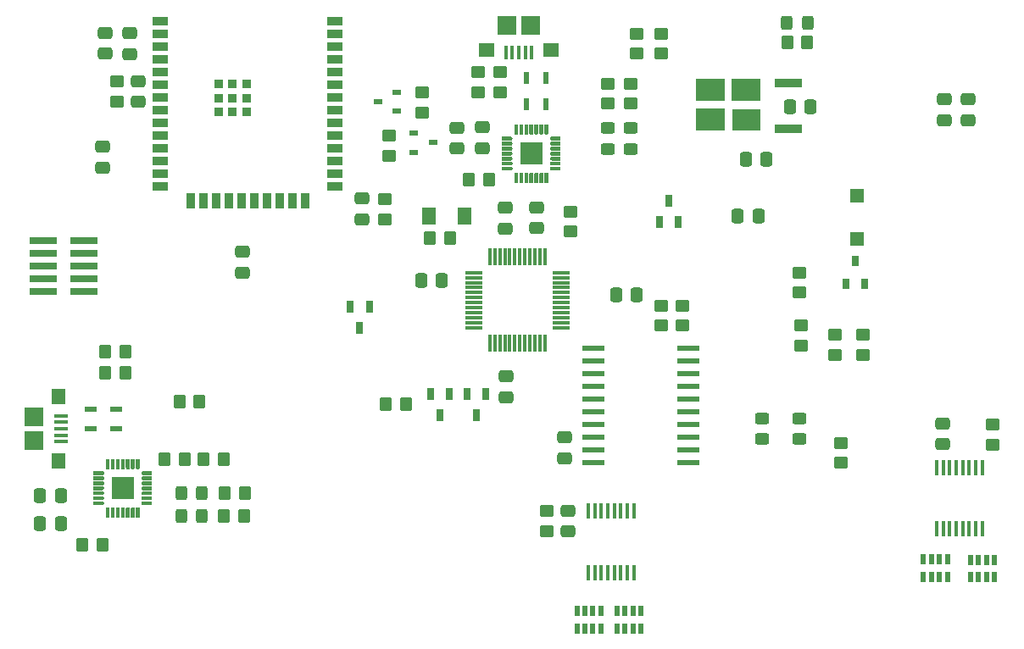
<source format=gbr>
%TF.GenerationSoftware,KiCad,Pcbnew,7.0.6*%
%TF.CreationDate,2023-11-01T15:52:39-07:00*%
%TF.ProjectId,Deliverable4_schematics,44656c69-7665-4726-9162-6c65345f7363,rev?*%
%TF.SameCoordinates,Original*%
%TF.FileFunction,Paste,Top*%
%TF.FilePolarity,Positive*%
%FSLAX46Y46*%
G04 Gerber Fmt 4.6, Leading zero omitted, Abs format (unit mm)*
G04 Created by KiCad (PCBNEW 7.0.6) date 2023-11-01 15:52:39*
%MOMM*%
%LPD*%
G01*
G04 APERTURE LIST*
G04 Aperture macros list*
%AMRoundRect*
0 Rectangle with rounded corners*
0 $1 Rounding radius*
0 $2 $3 $4 $5 $6 $7 $8 $9 X,Y pos of 4 corners*
0 Add a 4 corners polygon primitive as box body*
4,1,4,$2,$3,$4,$5,$6,$7,$8,$9,$2,$3,0*
0 Add four circle primitives for the rounded corners*
1,1,$1+$1,$2,$3*
1,1,$1+$1,$4,$5*
1,1,$1+$1,$6,$7*
1,1,$1+$1,$8,$9*
0 Add four rect primitives between the rounded corners*
20,1,$1+$1,$2,$3,$4,$5,0*
20,1,$1+$1,$4,$5,$6,$7,0*
20,1,$1+$1,$6,$7,$8,$9,0*
20,1,$1+$1,$8,$9,$2,$3,0*%
G04 Aperture macros list end*
%ADD10C,0.100000*%
%ADD11C,0.010000*%
%ADD12R,2.717800X0.889000*%
%ADD13RoundRect,0.250000X-0.450000X0.325000X-0.450000X-0.325000X0.450000X-0.325000X0.450000X0.325000X0*%
%ADD14RoundRect,0.250000X0.475000X-0.337500X0.475000X0.337500X-0.475000X0.337500X-0.475000X-0.337500X0*%
%ADD15RoundRect,0.250000X-0.350000X-0.450000X0.350000X-0.450000X0.350000X0.450000X-0.350000X0.450000X0*%
%ADD16R,0.400000X1.350000*%
%ADD17R,1.600000X1.400000*%
%ADD18R,1.900000X1.900000*%
%ADD19R,2.286000X0.558800*%
%ADD20R,0.355600X1.612900*%
%ADD21RoundRect,0.250000X0.450000X-0.325000X0.450000X0.325000X-0.450000X0.325000X-0.450000X-0.325000X0*%
%ADD22RoundRect,0.250000X0.337500X0.475000X-0.337500X0.475000X-0.337500X-0.475000X0.337500X-0.475000X0*%
%ADD23RoundRect,0.250000X0.450000X-0.350000X0.450000X0.350000X-0.450000X0.350000X-0.450000X-0.350000X0*%
%ADD24RoundRect,0.250000X-0.475000X0.337500X-0.475000X-0.337500X0.475000X-0.337500X0.475000X0.337500X0*%
%ADD25RoundRect,0.042000X-0.258000X0.573000X-0.258000X-0.573000X0.258000X-0.573000X0.258000X0.573000X0*%
%ADD26RoundRect,0.250000X-0.450000X0.350000X-0.450000X-0.350000X0.450000X-0.350000X0.450000X0.350000X0*%
%ADD27RoundRect,0.250000X-0.337500X-0.475000X0.337500X-0.475000X0.337500X0.475000X-0.337500X0.475000X0*%
%ADD28RoundRect,0.042000X0.258000X-0.573000X0.258000X0.573000X-0.258000X0.573000X-0.258000X-0.573000X0*%
%ADD29RoundRect,0.250000X-0.325000X-0.450000X0.325000X-0.450000X0.325000X0.450000X-0.325000X0.450000X0*%
%ADD30RoundRect,0.250000X0.350000X0.450000X-0.350000X0.450000X-0.350000X-0.450000X0.350000X-0.450000X0*%
%ADD31RoundRect,0.037100X0.227900X-0.447900X0.227900X0.447900X-0.227900X0.447900X-0.227900X-0.447900X0*%
%ADD32RoundRect,0.037100X-0.227900X0.447900X-0.227900X-0.447900X0.227900X-0.447900X0.227900X0.447900X0*%
%ADD33R,0.558800X1.181100*%
%ADD34R,1.675000X0.300000*%
%ADD35R,0.300000X1.675000*%
%ADD36R,0.914400X0.508000*%
%ADD37R,2.768600X0.660400*%
%ADD38R,1.181100X0.558800*%
%ADD39R,1.480000X1.440000*%
%ADD40R,0.650000X1.050000*%
%ADD41R,1.350000X0.400000*%
%ADD42R,1.400000X1.600000*%
%ADD43R,1.422400X1.752600*%
%ADD44R,1.498600X0.889000*%
%ADD45R,0.889000X1.498600*%
%ADD46R,0.889000X0.889000*%
G04 APERTURE END LIST*
D10*
%TO.C,U1*%
X244406300Y-86340000D02*
X247136300Y-86340000D01*
X247136300Y-86340000D02*
X247136300Y-84230000D01*
X247136300Y-84230000D02*
X244406300Y-84230000D01*
X244406300Y-84230000D02*
X244406300Y-86340000D01*
G36*
X244406300Y-86340000D02*
G01*
X247136300Y-86340000D01*
X247136300Y-84230000D01*
X244406300Y-84230000D01*
X244406300Y-86340000D01*
G37*
X240816300Y-86320000D02*
X243546300Y-86320000D01*
X243546300Y-86320000D02*
X243546300Y-84210000D01*
X243546300Y-84210000D02*
X240816300Y-84210000D01*
X240816300Y-84210000D02*
X240816300Y-86320000D01*
G36*
X240816300Y-86320000D02*
G01*
X243546300Y-86320000D01*
X243546300Y-84210000D01*
X240816300Y-84210000D01*
X240816300Y-86320000D01*
G37*
X240826300Y-83365000D02*
X243556300Y-83365000D01*
X243556300Y-83365000D02*
X243556300Y-81255000D01*
X243556300Y-81255000D02*
X240826300Y-81255000D01*
X240826300Y-81255000D02*
X240826300Y-83365000D01*
G36*
X240826300Y-83365000D02*
G01*
X243556300Y-83365000D01*
X243556300Y-81255000D01*
X240826300Y-81255000D01*
X240826300Y-83365000D01*
G37*
X244381300Y-83330000D02*
X247111300Y-83330000D01*
X247111300Y-83330000D02*
X247111300Y-81220000D01*
X247111300Y-81220000D02*
X244381300Y-81220000D01*
X244381300Y-81220000D02*
X244381300Y-83330000D01*
G36*
X244381300Y-83330000D02*
G01*
X247111300Y-83330000D01*
X247111300Y-81220000D01*
X244381300Y-81220000D01*
X244381300Y-83330000D01*
G37*
%TO.C,U4*%
D11*
X225359360Y-89719360D02*
X223240640Y-89719360D01*
X223240640Y-87600640D01*
X225359360Y-87600640D01*
X225359360Y-89719360D01*
G36*
X225359360Y-89719360D02*
G01*
X223240640Y-89719360D01*
X223240640Y-87600640D01*
X225359360Y-87600640D01*
X225359360Y-89719360D01*
G37*
X225950000Y-86585000D02*
X225950000Y-86593000D01*
X225949000Y-86601000D01*
X225948000Y-86608000D01*
X225947000Y-86616000D01*
X225945000Y-86624000D01*
X225943000Y-86631000D01*
X225940000Y-86639000D01*
X225937000Y-86646000D01*
X225934000Y-86653000D01*
X225930000Y-86660000D01*
X225926000Y-86667000D01*
X225921000Y-86673000D01*
X225917000Y-86679000D01*
X225911000Y-86685000D01*
X225906000Y-86691000D01*
X225900000Y-86696000D01*
X225894000Y-86702000D01*
X225888000Y-86706000D01*
X225882000Y-86711000D01*
X225875000Y-86715000D01*
X225868000Y-86719000D01*
X225861000Y-86722000D01*
X225854000Y-86725000D01*
X225846000Y-86728000D01*
X225839000Y-86730000D01*
X225831000Y-86732000D01*
X225823000Y-86733000D01*
X225816000Y-86734000D01*
X225808000Y-86735000D01*
X225800000Y-86735000D01*
X225792000Y-86735000D01*
X225784000Y-86734000D01*
X225777000Y-86733000D01*
X225769000Y-86732000D01*
X225761000Y-86730000D01*
X225754000Y-86728000D01*
X225746000Y-86725000D01*
X225739000Y-86722000D01*
X225732000Y-86719000D01*
X225725000Y-86715000D01*
X225718000Y-86711000D01*
X225712000Y-86706000D01*
X225706000Y-86702000D01*
X225700000Y-86696000D01*
X225694000Y-86691000D01*
X225689000Y-86685000D01*
X225683000Y-86679000D01*
X225679000Y-86673000D01*
X225674000Y-86667000D01*
X225670000Y-86660000D01*
X225666000Y-86653000D01*
X225663000Y-86646000D01*
X225660000Y-86639000D01*
X225657000Y-86631000D01*
X225655000Y-86624000D01*
X225653000Y-86616000D01*
X225652000Y-86608000D01*
X225651000Y-86601000D01*
X225650000Y-86593000D01*
X225650000Y-86585000D01*
X225650000Y-85785000D01*
X225950000Y-85785000D01*
X225950000Y-86585000D01*
G36*
X225950000Y-86585000D02*
G01*
X225950000Y-86593000D01*
X225949000Y-86601000D01*
X225948000Y-86608000D01*
X225947000Y-86616000D01*
X225945000Y-86624000D01*
X225943000Y-86631000D01*
X225940000Y-86639000D01*
X225937000Y-86646000D01*
X225934000Y-86653000D01*
X225930000Y-86660000D01*
X225926000Y-86667000D01*
X225921000Y-86673000D01*
X225917000Y-86679000D01*
X225911000Y-86685000D01*
X225906000Y-86691000D01*
X225900000Y-86696000D01*
X225894000Y-86702000D01*
X225888000Y-86706000D01*
X225882000Y-86711000D01*
X225875000Y-86715000D01*
X225868000Y-86719000D01*
X225861000Y-86722000D01*
X225854000Y-86725000D01*
X225846000Y-86728000D01*
X225839000Y-86730000D01*
X225831000Y-86732000D01*
X225823000Y-86733000D01*
X225816000Y-86734000D01*
X225808000Y-86735000D01*
X225800000Y-86735000D01*
X225792000Y-86735000D01*
X225784000Y-86734000D01*
X225777000Y-86733000D01*
X225769000Y-86732000D01*
X225761000Y-86730000D01*
X225754000Y-86728000D01*
X225746000Y-86725000D01*
X225739000Y-86722000D01*
X225732000Y-86719000D01*
X225725000Y-86715000D01*
X225718000Y-86711000D01*
X225712000Y-86706000D01*
X225706000Y-86702000D01*
X225700000Y-86696000D01*
X225694000Y-86691000D01*
X225689000Y-86685000D01*
X225683000Y-86679000D01*
X225679000Y-86673000D01*
X225674000Y-86667000D01*
X225670000Y-86660000D01*
X225666000Y-86653000D01*
X225663000Y-86646000D01*
X225660000Y-86639000D01*
X225657000Y-86631000D01*
X225655000Y-86624000D01*
X225653000Y-86616000D01*
X225652000Y-86608000D01*
X225651000Y-86601000D01*
X225650000Y-86593000D01*
X225650000Y-86585000D01*
X225650000Y-85785000D01*
X225950000Y-85785000D01*
X225950000Y-86585000D01*
G37*
X225450000Y-86585000D02*
X225450000Y-86593000D01*
X225449000Y-86601000D01*
X225448000Y-86608000D01*
X225447000Y-86616000D01*
X225445000Y-86624000D01*
X225443000Y-86631000D01*
X225440000Y-86639000D01*
X225437000Y-86646000D01*
X225434000Y-86653000D01*
X225430000Y-86660000D01*
X225426000Y-86667000D01*
X225421000Y-86673000D01*
X225417000Y-86679000D01*
X225411000Y-86685000D01*
X225406000Y-86691000D01*
X225400000Y-86696000D01*
X225394000Y-86702000D01*
X225388000Y-86706000D01*
X225382000Y-86711000D01*
X225375000Y-86715000D01*
X225368000Y-86719000D01*
X225361000Y-86722000D01*
X225354000Y-86725000D01*
X225346000Y-86728000D01*
X225339000Y-86730000D01*
X225331000Y-86732000D01*
X225323000Y-86733000D01*
X225316000Y-86734000D01*
X225308000Y-86735000D01*
X225300000Y-86735000D01*
X225292000Y-86735000D01*
X225284000Y-86734000D01*
X225277000Y-86733000D01*
X225269000Y-86732000D01*
X225261000Y-86730000D01*
X225254000Y-86728000D01*
X225246000Y-86725000D01*
X225239000Y-86722000D01*
X225232000Y-86719000D01*
X225225000Y-86715000D01*
X225218000Y-86711000D01*
X225212000Y-86706000D01*
X225206000Y-86702000D01*
X225200000Y-86696000D01*
X225194000Y-86691000D01*
X225189000Y-86685000D01*
X225183000Y-86679000D01*
X225179000Y-86673000D01*
X225174000Y-86667000D01*
X225170000Y-86660000D01*
X225166000Y-86653000D01*
X225163000Y-86646000D01*
X225160000Y-86639000D01*
X225157000Y-86631000D01*
X225155000Y-86624000D01*
X225153000Y-86616000D01*
X225152000Y-86608000D01*
X225151000Y-86601000D01*
X225150000Y-86593000D01*
X225150000Y-86585000D01*
X225150000Y-85785000D01*
X225450000Y-85785000D01*
X225450000Y-86585000D01*
G36*
X225450000Y-86585000D02*
G01*
X225450000Y-86593000D01*
X225449000Y-86601000D01*
X225448000Y-86608000D01*
X225447000Y-86616000D01*
X225445000Y-86624000D01*
X225443000Y-86631000D01*
X225440000Y-86639000D01*
X225437000Y-86646000D01*
X225434000Y-86653000D01*
X225430000Y-86660000D01*
X225426000Y-86667000D01*
X225421000Y-86673000D01*
X225417000Y-86679000D01*
X225411000Y-86685000D01*
X225406000Y-86691000D01*
X225400000Y-86696000D01*
X225394000Y-86702000D01*
X225388000Y-86706000D01*
X225382000Y-86711000D01*
X225375000Y-86715000D01*
X225368000Y-86719000D01*
X225361000Y-86722000D01*
X225354000Y-86725000D01*
X225346000Y-86728000D01*
X225339000Y-86730000D01*
X225331000Y-86732000D01*
X225323000Y-86733000D01*
X225316000Y-86734000D01*
X225308000Y-86735000D01*
X225300000Y-86735000D01*
X225292000Y-86735000D01*
X225284000Y-86734000D01*
X225277000Y-86733000D01*
X225269000Y-86732000D01*
X225261000Y-86730000D01*
X225254000Y-86728000D01*
X225246000Y-86725000D01*
X225239000Y-86722000D01*
X225232000Y-86719000D01*
X225225000Y-86715000D01*
X225218000Y-86711000D01*
X225212000Y-86706000D01*
X225206000Y-86702000D01*
X225200000Y-86696000D01*
X225194000Y-86691000D01*
X225189000Y-86685000D01*
X225183000Y-86679000D01*
X225179000Y-86673000D01*
X225174000Y-86667000D01*
X225170000Y-86660000D01*
X225166000Y-86653000D01*
X225163000Y-86646000D01*
X225160000Y-86639000D01*
X225157000Y-86631000D01*
X225155000Y-86624000D01*
X225153000Y-86616000D01*
X225152000Y-86608000D01*
X225151000Y-86601000D01*
X225150000Y-86593000D01*
X225150000Y-86585000D01*
X225150000Y-85785000D01*
X225450000Y-85785000D01*
X225450000Y-86585000D01*
G37*
X224950000Y-86585000D02*
X224950000Y-86593000D01*
X224949000Y-86601000D01*
X224948000Y-86608000D01*
X224947000Y-86616000D01*
X224945000Y-86624000D01*
X224943000Y-86631000D01*
X224940000Y-86639000D01*
X224937000Y-86646000D01*
X224934000Y-86653000D01*
X224930000Y-86660000D01*
X224926000Y-86667000D01*
X224921000Y-86673000D01*
X224917000Y-86679000D01*
X224911000Y-86685000D01*
X224906000Y-86691000D01*
X224900000Y-86696000D01*
X224894000Y-86702000D01*
X224888000Y-86706000D01*
X224882000Y-86711000D01*
X224875000Y-86715000D01*
X224868000Y-86719000D01*
X224861000Y-86722000D01*
X224854000Y-86725000D01*
X224846000Y-86728000D01*
X224839000Y-86730000D01*
X224831000Y-86732000D01*
X224823000Y-86733000D01*
X224816000Y-86734000D01*
X224808000Y-86735000D01*
X224800000Y-86735000D01*
X224792000Y-86735000D01*
X224784000Y-86734000D01*
X224777000Y-86733000D01*
X224769000Y-86732000D01*
X224761000Y-86730000D01*
X224754000Y-86728000D01*
X224746000Y-86725000D01*
X224739000Y-86722000D01*
X224732000Y-86719000D01*
X224725000Y-86715000D01*
X224718000Y-86711000D01*
X224712000Y-86706000D01*
X224706000Y-86702000D01*
X224700000Y-86696000D01*
X224694000Y-86691000D01*
X224689000Y-86685000D01*
X224683000Y-86679000D01*
X224679000Y-86673000D01*
X224674000Y-86667000D01*
X224670000Y-86660000D01*
X224666000Y-86653000D01*
X224663000Y-86646000D01*
X224660000Y-86639000D01*
X224657000Y-86631000D01*
X224655000Y-86624000D01*
X224653000Y-86616000D01*
X224652000Y-86608000D01*
X224651000Y-86601000D01*
X224650000Y-86593000D01*
X224650000Y-86585000D01*
X224650000Y-85785000D01*
X224950000Y-85785000D01*
X224950000Y-86585000D01*
G36*
X224950000Y-86585000D02*
G01*
X224950000Y-86593000D01*
X224949000Y-86601000D01*
X224948000Y-86608000D01*
X224947000Y-86616000D01*
X224945000Y-86624000D01*
X224943000Y-86631000D01*
X224940000Y-86639000D01*
X224937000Y-86646000D01*
X224934000Y-86653000D01*
X224930000Y-86660000D01*
X224926000Y-86667000D01*
X224921000Y-86673000D01*
X224917000Y-86679000D01*
X224911000Y-86685000D01*
X224906000Y-86691000D01*
X224900000Y-86696000D01*
X224894000Y-86702000D01*
X224888000Y-86706000D01*
X224882000Y-86711000D01*
X224875000Y-86715000D01*
X224868000Y-86719000D01*
X224861000Y-86722000D01*
X224854000Y-86725000D01*
X224846000Y-86728000D01*
X224839000Y-86730000D01*
X224831000Y-86732000D01*
X224823000Y-86733000D01*
X224816000Y-86734000D01*
X224808000Y-86735000D01*
X224800000Y-86735000D01*
X224792000Y-86735000D01*
X224784000Y-86734000D01*
X224777000Y-86733000D01*
X224769000Y-86732000D01*
X224761000Y-86730000D01*
X224754000Y-86728000D01*
X224746000Y-86725000D01*
X224739000Y-86722000D01*
X224732000Y-86719000D01*
X224725000Y-86715000D01*
X224718000Y-86711000D01*
X224712000Y-86706000D01*
X224706000Y-86702000D01*
X224700000Y-86696000D01*
X224694000Y-86691000D01*
X224689000Y-86685000D01*
X224683000Y-86679000D01*
X224679000Y-86673000D01*
X224674000Y-86667000D01*
X224670000Y-86660000D01*
X224666000Y-86653000D01*
X224663000Y-86646000D01*
X224660000Y-86639000D01*
X224657000Y-86631000D01*
X224655000Y-86624000D01*
X224653000Y-86616000D01*
X224652000Y-86608000D01*
X224651000Y-86601000D01*
X224650000Y-86593000D01*
X224650000Y-86585000D01*
X224650000Y-85785000D01*
X224950000Y-85785000D01*
X224950000Y-86585000D01*
G37*
X224450000Y-86585000D02*
X224450000Y-86593000D01*
X224449000Y-86601000D01*
X224448000Y-86608000D01*
X224447000Y-86616000D01*
X224445000Y-86624000D01*
X224443000Y-86631000D01*
X224440000Y-86639000D01*
X224437000Y-86646000D01*
X224434000Y-86653000D01*
X224430000Y-86660000D01*
X224426000Y-86667000D01*
X224421000Y-86673000D01*
X224417000Y-86679000D01*
X224411000Y-86685000D01*
X224406000Y-86691000D01*
X224400000Y-86696000D01*
X224394000Y-86702000D01*
X224388000Y-86706000D01*
X224382000Y-86711000D01*
X224375000Y-86715000D01*
X224368000Y-86719000D01*
X224361000Y-86722000D01*
X224354000Y-86725000D01*
X224346000Y-86728000D01*
X224339000Y-86730000D01*
X224331000Y-86732000D01*
X224323000Y-86733000D01*
X224316000Y-86734000D01*
X224308000Y-86735000D01*
X224300000Y-86735000D01*
X224292000Y-86735000D01*
X224284000Y-86734000D01*
X224277000Y-86733000D01*
X224269000Y-86732000D01*
X224261000Y-86730000D01*
X224254000Y-86728000D01*
X224246000Y-86725000D01*
X224239000Y-86722000D01*
X224232000Y-86719000D01*
X224225000Y-86715000D01*
X224218000Y-86711000D01*
X224212000Y-86706000D01*
X224206000Y-86702000D01*
X224200000Y-86696000D01*
X224194000Y-86691000D01*
X224189000Y-86685000D01*
X224183000Y-86679000D01*
X224179000Y-86673000D01*
X224174000Y-86667000D01*
X224170000Y-86660000D01*
X224166000Y-86653000D01*
X224163000Y-86646000D01*
X224160000Y-86639000D01*
X224157000Y-86631000D01*
X224155000Y-86624000D01*
X224153000Y-86616000D01*
X224152000Y-86608000D01*
X224151000Y-86601000D01*
X224150000Y-86593000D01*
X224150000Y-86585000D01*
X224150000Y-85785000D01*
X224450000Y-85785000D01*
X224450000Y-86585000D01*
G36*
X224450000Y-86585000D02*
G01*
X224450000Y-86593000D01*
X224449000Y-86601000D01*
X224448000Y-86608000D01*
X224447000Y-86616000D01*
X224445000Y-86624000D01*
X224443000Y-86631000D01*
X224440000Y-86639000D01*
X224437000Y-86646000D01*
X224434000Y-86653000D01*
X224430000Y-86660000D01*
X224426000Y-86667000D01*
X224421000Y-86673000D01*
X224417000Y-86679000D01*
X224411000Y-86685000D01*
X224406000Y-86691000D01*
X224400000Y-86696000D01*
X224394000Y-86702000D01*
X224388000Y-86706000D01*
X224382000Y-86711000D01*
X224375000Y-86715000D01*
X224368000Y-86719000D01*
X224361000Y-86722000D01*
X224354000Y-86725000D01*
X224346000Y-86728000D01*
X224339000Y-86730000D01*
X224331000Y-86732000D01*
X224323000Y-86733000D01*
X224316000Y-86734000D01*
X224308000Y-86735000D01*
X224300000Y-86735000D01*
X224292000Y-86735000D01*
X224284000Y-86734000D01*
X224277000Y-86733000D01*
X224269000Y-86732000D01*
X224261000Y-86730000D01*
X224254000Y-86728000D01*
X224246000Y-86725000D01*
X224239000Y-86722000D01*
X224232000Y-86719000D01*
X224225000Y-86715000D01*
X224218000Y-86711000D01*
X224212000Y-86706000D01*
X224206000Y-86702000D01*
X224200000Y-86696000D01*
X224194000Y-86691000D01*
X224189000Y-86685000D01*
X224183000Y-86679000D01*
X224179000Y-86673000D01*
X224174000Y-86667000D01*
X224170000Y-86660000D01*
X224166000Y-86653000D01*
X224163000Y-86646000D01*
X224160000Y-86639000D01*
X224157000Y-86631000D01*
X224155000Y-86624000D01*
X224153000Y-86616000D01*
X224152000Y-86608000D01*
X224151000Y-86601000D01*
X224150000Y-86593000D01*
X224150000Y-86585000D01*
X224150000Y-85785000D01*
X224450000Y-85785000D01*
X224450000Y-86585000D01*
G37*
X223950000Y-86585000D02*
X223950000Y-86593000D01*
X223949000Y-86601000D01*
X223948000Y-86608000D01*
X223947000Y-86616000D01*
X223945000Y-86624000D01*
X223943000Y-86631000D01*
X223940000Y-86639000D01*
X223937000Y-86646000D01*
X223934000Y-86653000D01*
X223930000Y-86660000D01*
X223926000Y-86667000D01*
X223921000Y-86673000D01*
X223917000Y-86679000D01*
X223911000Y-86685000D01*
X223906000Y-86691000D01*
X223900000Y-86696000D01*
X223894000Y-86702000D01*
X223888000Y-86706000D01*
X223882000Y-86711000D01*
X223875000Y-86715000D01*
X223868000Y-86719000D01*
X223861000Y-86722000D01*
X223854000Y-86725000D01*
X223846000Y-86728000D01*
X223839000Y-86730000D01*
X223831000Y-86732000D01*
X223823000Y-86733000D01*
X223816000Y-86734000D01*
X223808000Y-86735000D01*
X223800000Y-86735000D01*
X223792000Y-86735000D01*
X223784000Y-86734000D01*
X223777000Y-86733000D01*
X223769000Y-86732000D01*
X223761000Y-86730000D01*
X223754000Y-86728000D01*
X223746000Y-86725000D01*
X223739000Y-86722000D01*
X223732000Y-86719000D01*
X223725000Y-86715000D01*
X223718000Y-86711000D01*
X223712000Y-86706000D01*
X223706000Y-86702000D01*
X223700000Y-86696000D01*
X223694000Y-86691000D01*
X223689000Y-86685000D01*
X223683000Y-86679000D01*
X223679000Y-86673000D01*
X223674000Y-86667000D01*
X223670000Y-86660000D01*
X223666000Y-86653000D01*
X223663000Y-86646000D01*
X223660000Y-86639000D01*
X223657000Y-86631000D01*
X223655000Y-86624000D01*
X223653000Y-86616000D01*
X223652000Y-86608000D01*
X223651000Y-86601000D01*
X223650000Y-86593000D01*
X223650000Y-86585000D01*
X223650000Y-85785000D01*
X223950000Y-85785000D01*
X223950000Y-86585000D01*
G36*
X223950000Y-86585000D02*
G01*
X223950000Y-86593000D01*
X223949000Y-86601000D01*
X223948000Y-86608000D01*
X223947000Y-86616000D01*
X223945000Y-86624000D01*
X223943000Y-86631000D01*
X223940000Y-86639000D01*
X223937000Y-86646000D01*
X223934000Y-86653000D01*
X223930000Y-86660000D01*
X223926000Y-86667000D01*
X223921000Y-86673000D01*
X223917000Y-86679000D01*
X223911000Y-86685000D01*
X223906000Y-86691000D01*
X223900000Y-86696000D01*
X223894000Y-86702000D01*
X223888000Y-86706000D01*
X223882000Y-86711000D01*
X223875000Y-86715000D01*
X223868000Y-86719000D01*
X223861000Y-86722000D01*
X223854000Y-86725000D01*
X223846000Y-86728000D01*
X223839000Y-86730000D01*
X223831000Y-86732000D01*
X223823000Y-86733000D01*
X223816000Y-86734000D01*
X223808000Y-86735000D01*
X223800000Y-86735000D01*
X223792000Y-86735000D01*
X223784000Y-86734000D01*
X223777000Y-86733000D01*
X223769000Y-86732000D01*
X223761000Y-86730000D01*
X223754000Y-86728000D01*
X223746000Y-86725000D01*
X223739000Y-86722000D01*
X223732000Y-86719000D01*
X223725000Y-86715000D01*
X223718000Y-86711000D01*
X223712000Y-86706000D01*
X223706000Y-86702000D01*
X223700000Y-86696000D01*
X223694000Y-86691000D01*
X223689000Y-86685000D01*
X223683000Y-86679000D01*
X223679000Y-86673000D01*
X223674000Y-86667000D01*
X223670000Y-86660000D01*
X223666000Y-86653000D01*
X223663000Y-86646000D01*
X223660000Y-86639000D01*
X223657000Y-86631000D01*
X223655000Y-86624000D01*
X223653000Y-86616000D01*
X223652000Y-86608000D01*
X223651000Y-86601000D01*
X223650000Y-86593000D01*
X223650000Y-86585000D01*
X223650000Y-85785000D01*
X223950000Y-85785000D01*
X223950000Y-86585000D01*
G37*
X223450000Y-86585000D02*
X223450000Y-86593000D01*
X223449000Y-86601000D01*
X223448000Y-86608000D01*
X223447000Y-86616000D01*
X223445000Y-86624000D01*
X223443000Y-86631000D01*
X223440000Y-86639000D01*
X223437000Y-86646000D01*
X223434000Y-86653000D01*
X223430000Y-86660000D01*
X223426000Y-86667000D01*
X223421000Y-86673000D01*
X223417000Y-86679000D01*
X223411000Y-86685000D01*
X223406000Y-86691000D01*
X223400000Y-86696000D01*
X223394000Y-86702000D01*
X223388000Y-86706000D01*
X223382000Y-86711000D01*
X223375000Y-86715000D01*
X223368000Y-86719000D01*
X223361000Y-86722000D01*
X223354000Y-86725000D01*
X223346000Y-86728000D01*
X223339000Y-86730000D01*
X223331000Y-86732000D01*
X223323000Y-86733000D01*
X223316000Y-86734000D01*
X223308000Y-86735000D01*
X223300000Y-86735000D01*
X223292000Y-86735000D01*
X223284000Y-86734000D01*
X223277000Y-86733000D01*
X223269000Y-86732000D01*
X223261000Y-86730000D01*
X223254000Y-86728000D01*
X223246000Y-86725000D01*
X223239000Y-86722000D01*
X223232000Y-86719000D01*
X223225000Y-86715000D01*
X223218000Y-86711000D01*
X223212000Y-86706000D01*
X223206000Y-86702000D01*
X223200000Y-86696000D01*
X223194000Y-86691000D01*
X223189000Y-86685000D01*
X223183000Y-86679000D01*
X223179000Y-86673000D01*
X223174000Y-86667000D01*
X223170000Y-86660000D01*
X223166000Y-86653000D01*
X223163000Y-86646000D01*
X223160000Y-86639000D01*
X223157000Y-86631000D01*
X223155000Y-86624000D01*
X223153000Y-86616000D01*
X223152000Y-86608000D01*
X223151000Y-86601000D01*
X223150000Y-86593000D01*
X223150000Y-86585000D01*
X223150000Y-85785000D01*
X223450000Y-85785000D01*
X223450000Y-86585000D01*
G36*
X223450000Y-86585000D02*
G01*
X223450000Y-86593000D01*
X223449000Y-86601000D01*
X223448000Y-86608000D01*
X223447000Y-86616000D01*
X223445000Y-86624000D01*
X223443000Y-86631000D01*
X223440000Y-86639000D01*
X223437000Y-86646000D01*
X223434000Y-86653000D01*
X223430000Y-86660000D01*
X223426000Y-86667000D01*
X223421000Y-86673000D01*
X223417000Y-86679000D01*
X223411000Y-86685000D01*
X223406000Y-86691000D01*
X223400000Y-86696000D01*
X223394000Y-86702000D01*
X223388000Y-86706000D01*
X223382000Y-86711000D01*
X223375000Y-86715000D01*
X223368000Y-86719000D01*
X223361000Y-86722000D01*
X223354000Y-86725000D01*
X223346000Y-86728000D01*
X223339000Y-86730000D01*
X223331000Y-86732000D01*
X223323000Y-86733000D01*
X223316000Y-86734000D01*
X223308000Y-86735000D01*
X223300000Y-86735000D01*
X223292000Y-86735000D01*
X223284000Y-86734000D01*
X223277000Y-86733000D01*
X223269000Y-86732000D01*
X223261000Y-86730000D01*
X223254000Y-86728000D01*
X223246000Y-86725000D01*
X223239000Y-86722000D01*
X223232000Y-86719000D01*
X223225000Y-86715000D01*
X223218000Y-86711000D01*
X223212000Y-86706000D01*
X223206000Y-86702000D01*
X223200000Y-86696000D01*
X223194000Y-86691000D01*
X223189000Y-86685000D01*
X223183000Y-86679000D01*
X223179000Y-86673000D01*
X223174000Y-86667000D01*
X223170000Y-86660000D01*
X223166000Y-86653000D01*
X223163000Y-86646000D01*
X223160000Y-86639000D01*
X223157000Y-86631000D01*
X223155000Y-86624000D01*
X223153000Y-86616000D01*
X223152000Y-86608000D01*
X223151000Y-86601000D01*
X223150000Y-86593000D01*
X223150000Y-86585000D01*
X223150000Y-85785000D01*
X223450000Y-85785000D01*
X223450000Y-86585000D01*
G37*
X222950000Y-86585000D02*
X222950000Y-86593000D01*
X222949000Y-86601000D01*
X222948000Y-86608000D01*
X222947000Y-86616000D01*
X222945000Y-86624000D01*
X222943000Y-86631000D01*
X222940000Y-86639000D01*
X222937000Y-86646000D01*
X222934000Y-86653000D01*
X222930000Y-86660000D01*
X222926000Y-86667000D01*
X222921000Y-86673000D01*
X222917000Y-86679000D01*
X222911000Y-86685000D01*
X222906000Y-86691000D01*
X222900000Y-86696000D01*
X222894000Y-86702000D01*
X222888000Y-86706000D01*
X222882000Y-86711000D01*
X222875000Y-86715000D01*
X222868000Y-86719000D01*
X222861000Y-86722000D01*
X222854000Y-86725000D01*
X222846000Y-86728000D01*
X222839000Y-86730000D01*
X222831000Y-86732000D01*
X222823000Y-86733000D01*
X222816000Y-86734000D01*
X222808000Y-86735000D01*
X222800000Y-86735000D01*
X222792000Y-86735000D01*
X222784000Y-86734000D01*
X222777000Y-86733000D01*
X222769000Y-86732000D01*
X222761000Y-86730000D01*
X222754000Y-86728000D01*
X222746000Y-86725000D01*
X222739000Y-86722000D01*
X222732000Y-86719000D01*
X222725000Y-86715000D01*
X222718000Y-86711000D01*
X222712000Y-86706000D01*
X222706000Y-86702000D01*
X222700000Y-86696000D01*
X222694000Y-86691000D01*
X222689000Y-86685000D01*
X222683000Y-86679000D01*
X222679000Y-86673000D01*
X222674000Y-86667000D01*
X222670000Y-86660000D01*
X222666000Y-86653000D01*
X222663000Y-86646000D01*
X222660000Y-86639000D01*
X222657000Y-86631000D01*
X222655000Y-86624000D01*
X222653000Y-86616000D01*
X222652000Y-86608000D01*
X222651000Y-86601000D01*
X222650000Y-86593000D01*
X222650000Y-86585000D01*
X222650000Y-85785000D01*
X222950000Y-85785000D01*
X222950000Y-86585000D01*
G36*
X222950000Y-86585000D02*
G01*
X222950000Y-86593000D01*
X222949000Y-86601000D01*
X222948000Y-86608000D01*
X222947000Y-86616000D01*
X222945000Y-86624000D01*
X222943000Y-86631000D01*
X222940000Y-86639000D01*
X222937000Y-86646000D01*
X222934000Y-86653000D01*
X222930000Y-86660000D01*
X222926000Y-86667000D01*
X222921000Y-86673000D01*
X222917000Y-86679000D01*
X222911000Y-86685000D01*
X222906000Y-86691000D01*
X222900000Y-86696000D01*
X222894000Y-86702000D01*
X222888000Y-86706000D01*
X222882000Y-86711000D01*
X222875000Y-86715000D01*
X222868000Y-86719000D01*
X222861000Y-86722000D01*
X222854000Y-86725000D01*
X222846000Y-86728000D01*
X222839000Y-86730000D01*
X222831000Y-86732000D01*
X222823000Y-86733000D01*
X222816000Y-86734000D01*
X222808000Y-86735000D01*
X222800000Y-86735000D01*
X222792000Y-86735000D01*
X222784000Y-86734000D01*
X222777000Y-86733000D01*
X222769000Y-86732000D01*
X222761000Y-86730000D01*
X222754000Y-86728000D01*
X222746000Y-86725000D01*
X222739000Y-86722000D01*
X222732000Y-86719000D01*
X222725000Y-86715000D01*
X222718000Y-86711000D01*
X222712000Y-86706000D01*
X222706000Y-86702000D01*
X222700000Y-86696000D01*
X222694000Y-86691000D01*
X222689000Y-86685000D01*
X222683000Y-86679000D01*
X222679000Y-86673000D01*
X222674000Y-86667000D01*
X222670000Y-86660000D01*
X222666000Y-86653000D01*
X222663000Y-86646000D01*
X222660000Y-86639000D01*
X222657000Y-86631000D01*
X222655000Y-86624000D01*
X222653000Y-86616000D01*
X222652000Y-86608000D01*
X222651000Y-86601000D01*
X222650000Y-86593000D01*
X222650000Y-86585000D01*
X222650000Y-85785000D01*
X222950000Y-85785000D01*
X222950000Y-86585000D01*
G37*
X222241000Y-87011000D02*
X222248000Y-87012000D01*
X222256000Y-87013000D01*
X222264000Y-87015000D01*
X222271000Y-87017000D01*
X222279000Y-87020000D01*
X222286000Y-87023000D01*
X222293000Y-87026000D01*
X222300000Y-87030000D01*
X222307000Y-87034000D01*
X222313000Y-87039000D01*
X222319000Y-87043000D01*
X222325000Y-87049000D01*
X222331000Y-87054000D01*
X222336000Y-87060000D01*
X222342000Y-87066000D01*
X222346000Y-87072000D01*
X222351000Y-87078000D01*
X222355000Y-87085000D01*
X222359000Y-87092000D01*
X222362000Y-87099000D01*
X222365000Y-87106000D01*
X222368000Y-87114000D01*
X222370000Y-87121000D01*
X222372000Y-87129000D01*
X222373000Y-87137000D01*
X222374000Y-87144000D01*
X222375000Y-87152000D01*
X222375000Y-87160000D01*
X222375000Y-87168000D01*
X222374000Y-87176000D01*
X222373000Y-87183000D01*
X222372000Y-87191000D01*
X222370000Y-87199000D01*
X222368000Y-87206000D01*
X222365000Y-87214000D01*
X222362000Y-87221000D01*
X222359000Y-87228000D01*
X222355000Y-87235000D01*
X222351000Y-87242000D01*
X222346000Y-87248000D01*
X222342000Y-87254000D01*
X222336000Y-87260000D01*
X222331000Y-87266000D01*
X222325000Y-87271000D01*
X222319000Y-87277000D01*
X222313000Y-87281000D01*
X222307000Y-87286000D01*
X222300000Y-87290000D01*
X222293000Y-87294000D01*
X222286000Y-87297000D01*
X222279000Y-87300000D01*
X222271000Y-87303000D01*
X222264000Y-87305000D01*
X222256000Y-87307000D01*
X222248000Y-87308000D01*
X222241000Y-87309000D01*
X222233000Y-87310000D01*
X222225000Y-87310000D01*
X221425000Y-87310000D01*
X221425000Y-87010000D01*
X222225000Y-87010000D01*
X222233000Y-87010000D01*
X222241000Y-87011000D01*
G36*
X222241000Y-87011000D02*
G01*
X222248000Y-87012000D01*
X222256000Y-87013000D01*
X222264000Y-87015000D01*
X222271000Y-87017000D01*
X222279000Y-87020000D01*
X222286000Y-87023000D01*
X222293000Y-87026000D01*
X222300000Y-87030000D01*
X222307000Y-87034000D01*
X222313000Y-87039000D01*
X222319000Y-87043000D01*
X222325000Y-87049000D01*
X222331000Y-87054000D01*
X222336000Y-87060000D01*
X222342000Y-87066000D01*
X222346000Y-87072000D01*
X222351000Y-87078000D01*
X222355000Y-87085000D01*
X222359000Y-87092000D01*
X222362000Y-87099000D01*
X222365000Y-87106000D01*
X222368000Y-87114000D01*
X222370000Y-87121000D01*
X222372000Y-87129000D01*
X222373000Y-87137000D01*
X222374000Y-87144000D01*
X222375000Y-87152000D01*
X222375000Y-87160000D01*
X222375000Y-87168000D01*
X222374000Y-87176000D01*
X222373000Y-87183000D01*
X222372000Y-87191000D01*
X222370000Y-87199000D01*
X222368000Y-87206000D01*
X222365000Y-87214000D01*
X222362000Y-87221000D01*
X222359000Y-87228000D01*
X222355000Y-87235000D01*
X222351000Y-87242000D01*
X222346000Y-87248000D01*
X222342000Y-87254000D01*
X222336000Y-87260000D01*
X222331000Y-87266000D01*
X222325000Y-87271000D01*
X222319000Y-87277000D01*
X222313000Y-87281000D01*
X222307000Y-87286000D01*
X222300000Y-87290000D01*
X222293000Y-87294000D01*
X222286000Y-87297000D01*
X222279000Y-87300000D01*
X222271000Y-87303000D01*
X222264000Y-87305000D01*
X222256000Y-87307000D01*
X222248000Y-87308000D01*
X222241000Y-87309000D01*
X222233000Y-87310000D01*
X222225000Y-87310000D01*
X221425000Y-87310000D01*
X221425000Y-87010000D01*
X222225000Y-87010000D01*
X222233000Y-87010000D01*
X222241000Y-87011000D01*
G37*
X227175000Y-87310000D02*
X226375000Y-87310000D01*
X226367000Y-87310000D01*
X226359000Y-87309000D01*
X226352000Y-87308000D01*
X226344000Y-87307000D01*
X226336000Y-87305000D01*
X226329000Y-87303000D01*
X226321000Y-87300000D01*
X226314000Y-87297000D01*
X226307000Y-87294000D01*
X226300000Y-87290000D01*
X226293000Y-87286000D01*
X226287000Y-87281000D01*
X226281000Y-87277000D01*
X226275000Y-87271000D01*
X226269000Y-87266000D01*
X226264000Y-87260000D01*
X226258000Y-87254000D01*
X226254000Y-87248000D01*
X226249000Y-87242000D01*
X226245000Y-87235000D01*
X226241000Y-87228000D01*
X226238000Y-87221000D01*
X226235000Y-87214000D01*
X226232000Y-87206000D01*
X226230000Y-87199000D01*
X226228000Y-87191000D01*
X226227000Y-87183000D01*
X226226000Y-87176000D01*
X226225000Y-87168000D01*
X226225000Y-87160000D01*
X226225000Y-87152000D01*
X226226000Y-87144000D01*
X226227000Y-87137000D01*
X226228000Y-87129000D01*
X226230000Y-87121000D01*
X226232000Y-87114000D01*
X226235000Y-87106000D01*
X226238000Y-87099000D01*
X226241000Y-87092000D01*
X226245000Y-87085000D01*
X226249000Y-87078000D01*
X226254000Y-87072000D01*
X226258000Y-87066000D01*
X226264000Y-87060000D01*
X226269000Y-87054000D01*
X226275000Y-87049000D01*
X226281000Y-87043000D01*
X226287000Y-87039000D01*
X226293000Y-87034000D01*
X226300000Y-87030000D01*
X226307000Y-87026000D01*
X226314000Y-87023000D01*
X226321000Y-87020000D01*
X226329000Y-87017000D01*
X226336000Y-87015000D01*
X226344000Y-87013000D01*
X226352000Y-87012000D01*
X226359000Y-87011000D01*
X226367000Y-87010000D01*
X226375000Y-87010000D01*
X227175000Y-87010000D01*
X227175000Y-87310000D01*
G36*
X227175000Y-87310000D02*
G01*
X226375000Y-87310000D01*
X226367000Y-87310000D01*
X226359000Y-87309000D01*
X226352000Y-87308000D01*
X226344000Y-87307000D01*
X226336000Y-87305000D01*
X226329000Y-87303000D01*
X226321000Y-87300000D01*
X226314000Y-87297000D01*
X226307000Y-87294000D01*
X226300000Y-87290000D01*
X226293000Y-87286000D01*
X226287000Y-87281000D01*
X226281000Y-87277000D01*
X226275000Y-87271000D01*
X226269000Y-87266000D01*
X226264000Y-87260000D01*
X226258000Y-87254000D01*
X226254000Y-87248000D01*
X226249000Y-87242000D01*
X226245000Y-87235000D01*
X226241000Y-87228000D01*
X226238000Y-87221000D01*
X226235000Y-87214000D01*
X226232000Y-87206000D01*
X226230000Y-87199000D01*
X226228000Y-87191000D01*
X226227000Y-87183000D01*
X226226000Y-87176000D01*
X226225000Y-87168000D01*
X226225000Y-87160000D01*
X226225000Y-87152000D01*
X226226000Y-87144000D01*
X226227000Y-87137000D01*
X226228000Y-87129000D01*
X226230000Y-87121000D01*
X226232000Y-87114000D01*
X226235000Y-87106000D01*
X226238000Y-87099000D01*
X226241000Y-87092000D01*
X226245000Y-87085000D01*
X226249000Y-87078000D01*
X226254000Y-87072000D01*
X226258000Y-87066000D01*
X226264000Y-87060000D01*
X226269000Y-87054000D01*
X226275000Y-87049000D01*
X226281000Y-87043000D01*
X226287000Y-87039000D01*
X226293000Y-87034000D01*
X226300000Y-87030000D01*
X226307000Y-87026000D01*
X226314000Y-87023000D01*
X226321000Y-87020000D01*
X226329000Y-87017000D01*
X226336000Y-87015000D01*
X226344000Y-87013000D01*
X226352000Y-87012000D01*
X226359000Y-87011000D01*
X226367000Y-87010000D01*
X226375000Y-87010000D01*
X227175000Y-87010000D01*
X227175000Y-87310000D01*
G37*
X222241000Y-87511000D02*
X222248000Y-87512000D01*
X222256000Y-87513000D01*
X222264000Y-87515000D01*
X222271000Y-87517000D01*
X222279000Y-87520000D01*
X222286000Y-87523000D01*
X222293000Y-87526000D01*
X222300000Y-87530000D01*
X222307000Y-87534000D01*
X222313000Y-87539000D01*
X222319000Y-87543000D01*
X222325000Y-87549000D01*
X222331000Y-87554000D01*
X222336000Y-87560000D01*
X222342000Y-87566000D01*
X222346000Y-87572000D01*
X222351000Y-87578000D01*
X222355000Y-87585000D01*
X222359000Y-87592000D01*
X222362000Y-87599000D01*
X222365000Y-87606000D01*
X222368000Y-87614000D01*
X222370000Y-87621000D01*
X222372000Y-87629000D01*
X222373000Y-87637000D01*
X222374000Y-87644000D01*
X222375000Y-87652000D01*
X222375000Y-87660000D01*
X222375000Y-87668000D01*
X222374000Y-87676000D01*
X222373000Y-87683000D01*
X222372000Y-87691000D01*
X222370000Y-87699000D01*
X222368000Y-87706000D01*
X222365000Y-87714000D01*
X222362000Y-87721000D01*
X222359000Y-87728000D01*
X222355000Y-87735000D01*
X222351000Y-87742000D01*
X222346000Y-87748000D01*
X222342000Y-87754000D01*
X222336000Y-87760000D01*
X222331000Y-87766000D01*
X222325000Y-87771000D01*
X222319000Y-87777000D01*
X222313000Y-87781000D01*
X222307000Y-87786000D01*
X222300000Y-87790000D01*
X222293000Y-87794000D01*
X222286000Y-87797000D01*
X222279000Y-87800000D01*
X222271000Y-87803000D01*
X222264000Y-87805000D01*
X222256000Y-87807000D01*
X222248000Y-87808000D01*
X222241000Y-87809000D01*
X222233000Y-87810000D01*
X222225000Y-87810000D01*
X221425000Y-87810000D01*
X221425000Y-87510000D01*
X222225000Y-87510000D01*
X222233000Y-87510000D01*
X222241000Y-87511000D01*
G36*
X222241000Y-87511000D02*
G01*
X222248000Y-87512000D01*
X222256000Y-87513000D01*
X222264000Y-87515000D01*
X222271000Y-87517000D01*
X222279000Y-87520000D01*
X222286000Y-87523000D01*
X222293000Y-87526000D01*
X222300000Y-87530000D01*
X222307000Y-87534000D01*
X222313000Y-87539000D01*
X222319000Y-87543000D01*
X222325000Y-87549000D01*
X222331000Y-87554000D01*
X222336000Y-87560000D01*
X222342000Y-87566000D01*
X222346000Y-87572000D01*
X222351000Y-87578000D01*
X222355000Y-87585000D01*
X222359000Y-87592000D01*
X222362000Y-87599000D01*
X222365000Y-87606000D01*
X222368000Y-87614000D01*
X222370000Y-87621000D01*
X222372000Y-87629000D01*
X222373000Y-87637000D01*
X222374000Y-87644000D01*
X222375000Y-87652000D01*
X222375000Y-87660000D01*
X222375000Y-87668000D01*
X222374000Y-87676000D01*
X222373000Y-87683000D01*
X222372000Y-87691000D01*
X222370000Y-87699000D01*
X222368000Y-87706000D01*
X222365000Y-87714000D01*
X222362000Y-87721000D01*
X222359000Y-87728000D01*
X222355000Y-87735000D01*
X222351000Y-87742000D01*
X222346000Y-87748000D01*
X222342000Y-87754000D01*
X222336000Y-87760000D01*
X222331000Y-87766000D01*
X222325000Y-87771000D01*
X222319000Y-87777000D01*
X222313000Y-87781000D01*
X222307000Y-87786000D01*
X222300000Y-87790000D01*
X222293000Y-87794000D01*
X222286000Y-87797000D01*
X222279000Y-87800000D01*
X222271000Y-87803000D01*
X222264000Y-87805000D01*
X222256000Y-87807000D01*
X222248000Y-87808000D01*
X222241000Y-87809000D01*
X222233000Y-87810000D01*
X222225000Y-87810000D01*
X221425000Y-87810000D01*
X221425000Y-87510000D01*
X222225000Y-87510000D01*
X222233000Y-87510000D01*
X222241000Y-87511000D01*
G37*
X227175000Y-87810000D02*
X226375000Y-87810000D01*
X226367000Y-87810000D01*
X226359000Y-87809000D01*
X226352000Y-87808000D01*
X226344000Y-87807000D01*
X226336000Y-87805000D01*
X226329000Y-87803000D01*
X226321000Y-87800000D01*
X226314000Y-87797000D01*
X226307000Y-87794000D01*
X226300000Y-87790000D01*
X226293000Y-87786000D01*
X226287000Y-87781000D01*
X226281000Y-87777000D01*
X226275000Y-87771000D01*
X226269000Y-87766000D01*
X226264000Y-87760000D01*
X226258000Y-87754000D01*
X226254000Y-87748000D01*
X226249000Y-87742000D01*
X226245000Y-87735000D01*
X226241000Y-87728000D01*
X226238000Y-87721000D01*
X226235000Y-87714000D01*
X226232000Y-87706000D01*
X226230000Y-87699000D01*
X226228000Y-87691000D01*
X226227000Y-87683000D01*
X226226000Y-87676000D01*
X226225000Y-87668000D01*
X226225000Y-87660000D01*
X226225000Y-87652000D01*
X226226000Y-87644000D01*
X226227000Y-87637000D01*
X226228000Y-87629000D01*
X226230000Y-87621000D01*
X226232000Y-87614000D01*
X226235000Y-87606000D01*
X226238000Y-87599000D01*
X226241000Y-87592000D01*
X226245000Y-87585000D01*
X226249000Y-87578000D01*
X226254000Y-87572000D01*
X226258000Y-87566000D01*
X226264000Y-87560000D01*
X226269000Y-87554000D01*
X226275000Y-87549000D01*
X226281000Y-87543000D01*
X226287000Y-87539000D01*
X226293000Y-87534000D01*
X226300000Y-87530000D01*
X226307000Y-87526000D01*
X226314000Y-87523000D01*
X226321000Y-87520000D01*
X226329000Y-87517000D01*
X226336000Y-87515000D01*
X226344000Y-87513000D01*
X226352000Y-87512000D01*
X226359000Y-87511000D01*
X226367000Y-87510000D01*
X226375000Y-87510000D01*
X227175000Y-87510000D01*
X227175000Y-87810000D01*
G36*
X227175000Y-87810000D02*
G01*
X226375000Y-87810000D01*
X226367000Y-87810000D01*
X226359000Y-87809000D01*
X226352000Y-87808000D01*
X226344000Y-87807000D01*
X226336000Y-87805000D01*
X226329000Y-87803000D01*
X226321000Y-87800000D01*
X226314000Y-87797000D01*
X226307000Y-87794000D01*
X226300000Y-87790000D01*
X226293000Y-87786000D01*
X226287000Y-87781000D01*
X226281000Y-87777000D01*
X226275000Y-87771000D01*
X226269000Y-87766000D01*
X226264000Y-87760000D01*
X226258000Y-87754000D01*
X226254000Y-87748000D01*
X226249000Y-87742000D01*
X226245000Y-87735000D01*
X226241000Y-87728000D01*
X226238000Y-87721000D01*
X226235000Y-87714000D01*
X226232000Y-87706000D01*
X226230000Y-87699000D01*
X226228000Y-87691000D01*
X226227000Y-87683000D01*
X226226000Y-87676000D01*
X226225000Y-87668000D01*
X226225000Y-87660000D01*
X226225000Y-87652000D01*
X226226000Y-87644000D01*
X226227000Y-87637000D01*
X226228000Y-87629000D01*
X226230000Y-87621000D01*
X226232000Y-87614000D01*
X226235000Y-87606000D01*
X226238000Y-87599000D01*
X226241000Y-87592000D01*
X226245000Y-87585000D01*
X226249000Y-87578000D01*
X226254000Y-87572000D01*
X226258000Y-87566000D01*
X226264000Y-87560000D01*
X226269000Y-87554000D01*
X226275000Y-87549000D01*
X226281000Y-87543000D01*
X226287000Y-87539000D01*
X226293000Y-87534000D01*
X226300000Y-87530000D01*
X226307000Y-87526000D01*
X226314000Y-87523000D01*
X226321000Y-87520000D01*
X226329000Y-87517000D01*
X226336000Y-87515000D01*
X226344000Y-87513000D01*
X226352000Y-87512000D01*
X226359000Y-87511000D01*
X226367000Y-87510000D01*
X226375000Y-87510000D01*
X227175000Y-87510000D01*
X227175000Y-87810000D01*
G37*
X222241000Y-88011000D02*
X222248000Y-88012000D01*
X222256000Y-88013000D01*
X222264000Y-88015000D01*
X222271000Y-88017000D01*
X222279000Y-88020000D01*
X222286000Y-88023000D01*
X222293000Y-88026000D01*
X222300000Y-88030000D01*
X222307000Y-88034000D01*
X222313000Y-88039000D01*
X222319000Y-88043000D01*
X222325000Y-88049000D01*
X222331000Y-88054000D01*
X222336000Y-88060000D01*
X222342000Y-88066000D01*
X222346000Y-88072000D01*
X222351000Y-88078000D01*
X222355000Y-88085000D01*
X222359000Y-88092000D01*
X222362000Y-88099000D01*
X222365000Y-88106000D01*
X222368000Y-88114000D01*
X222370000Y-88121000D01*
X222372000Y-88129000D01*
X222373000Y-88137000D01*
X222374000Y-88144000D01*
X222375000Y-88152000D01*
X222375000Y-88160000D01*
X222375000Y-88168000D01*
X222374000Y-88176000D01*
X222373000Y-88183000D01*
X222372000Y-88191000D01*
X222370000Y-88199000D01*
X222368000Y-88206000D01*
X222365000Y-88214000D01*
X222362000Y-88221000D01*
X222359000Y-88228000D01*
X222355000Y-88235000D01*
X222351000Y-88242000D01*
X222346000Y-88248000D01*
X222342000Y-88254000D01*
X222336000Y-88260000D01*
X222331000Y-88266000D01*
X222325000Y-88271000D01*
X222319000Y-88277000D01*
X222313000Y-88281000D01*
X222307000Y-88286000D01*
X222300000Y-88290000D01*
X222293000Y-88294000D01*
X222286000Y-88297000D01*
X222279000Y-88300000D01*
X222271000Y-88303000D01*
X222264000Y-88305000D01*
X222256000Y-88307000D01*
X222248000Y-88308000D01*
X222241000Y-88309000D01*
X222233000Y-88310000D01*
X222225000Y-88310000D01*
X221425000Y-88310000D01*
X221425000Y-88010000D01*
X222225000Y-88010000D01*
X222233000Y-88010000D01*
X222241000Y-88011000D01*
G36*
X222241000Y-88011000D02*
G01*
X222248000Y-88012000D01*
X222256000Y-88013000D01*
X222264000Y-88015000D01*
X222271000Y-88017000D01*
X222279000Y-88020000D01*
X222286000Y-88023000D01*
X222293000Y-88026000D01*
X222300000Y-88030000D01*
X222307000Y-88034000D01*
X222313000Y-88039000D01*
X222319000Y-88043000D01*
X222325000Y-88049000D01*
X222331000Y-88054000D01*
X222336000Y-88060000D01*
X222342000Y-88066000D01*
X222346000Y-88072000D01*
X222351000Y-88078000D01*
X222355000Y-88085000D01*
X222359000Y-88092000D01*
X222362000Y-88099000D01*
X222365000Y-88106000D01*
X222368000Y-88114000D01*
X222370000Y-88121000D01*
X222372000Y-88129000D01*
X222373000Y-88137000D01*
X222374000Y-88144000D01*
X222375000Y-88152000D01*
X222375000Y-88160000D01*
X222375000Y-88168000D01*
X222374000Y-88176000D01*
X222373000Y-88183000D01*
X222372000Y-88191000D01*
X222370000Y-88199000D01*
X222368000Y-88206000D01*
X222365000Y-88214000D01*
X222362000Y-88221000D01*
X222359000Y-88228000D01*
X222355000Y-88235000D01*
X222351000Y-88242000D01*
X222346000Y-88248000D01*
X222342000Y-88254000D01*
X222336000Y-88260000D01*
X222331000Y-88266000D01*
X222325000Y-88271000D01*
X222319000Y-88277000D01*
X222313000Y-88281000D01*
X222307000Y-88286000D01*
X222300000Y-88290000D01*
X222293000Y-88294000D01*
X222286000Y-88297000D01*
X222279000Y-88300000D01*
X222271000Y-88303000D01*
X222264000Y-88305000D01*
X222256000Y-88307000D01*
X222248000Y-88308000D01*
X222241000Y-88309000D01*
X222233000Y-88310000D01*
X222225000Y-88310000D01*
X221425000Y-88310000D01*
X221425000Y-88010000D01*
X222225000Y-88010000D01*
X222233000Y-88010000D01*
X222241000Y-88011000D01*
G37*
X227175000Y-88310000D02*
X226375000Y-88310000D01*
X226367000Y-88310000D01*
X226359000Y-88309000D01*
X226352000Y-88308000D01*
X226344000Y-88307000D01*
X226336000Y-88305000D01*
X226329000Y-88303000D01*
X226321000Y-88300000D01*
X226314000Y-88297000D01*
X226307000Y-88294000D01*
X226300000Y-88290000D01*
X226293000Y-88286000D01*
X226287000Y-88281000D01*
X226281000Y-88277000D01*
X226275000Y-88271000D01*
X226269000Y-88266000D01*
X226264000Y-88260000D01*
X226258000Y-88254000D01*
X226254000Y-88248000D01*
X226249000Y-88242000D01*
X226245000Y-88235000D01*
X226241000Y-88228000D01*
X226238000Y-88221000D01*
X226235000Y-88214000D01*
X226232000Y-88206000D01*
X226230000Y-88199000D01*
X226228000Y-88191000D01*
X226227000Y-88183000D01*
X226226000Y-88176000D01*
X226225000Y-88168000D01*
X226225000Y-88160000D01*
X226225000Y-88152000D01*
X226226000Y-88144000D01*
X226227000Y-88137000D01*
X226228000Y-88129000D01*
X226230000Y-88121000D01*
X226232000Y-88114000D01*
X226235000Y-88106000D01*
X226238000Y-88099000D01*
X226241000Y-88092000D01*
X226245000Y-88085000D01*
X226249000Y-88078000D01*
X226254000Y-88072000D01*
X226258000Y-88066000D01*
X226264000Y-88060000D01*
X226269000Y-88054000D01*
X226275000Y-88049000D01*
X226281000Y-88043000D01*
X226287000Y-88039000D01*
X226293000Y-88034000D01*
X226300000Y-88030000D01*
X226307000Y-88026000D01*
X226314000Y-88023000D01*
X226321000Y-88020000D01*
X226329000Y-88017000D01*
X226336000Y-88015000D01*
X226344000Y-88013000D01*
X226352000Y-88012000D01*
X226359000Y-88011000D01*
X226367000Y-88010000D01*
X226375000Y-88010000D01*
X227175000Y-88010000D01*
X227175000Y-88310000D01*
G36*
X227175000Y-88310000D02*
G01*
X226375000Y-88310000D01*
X226367000Y-88310000D01*
X226359000Y-88309000D01*
X226352000Y-88308000D01*
X226344000Y-88307000D01*
X226336000Y-88305000D01*
X226329000Y-88303000D01*
X226321000Y-88300000D01*
X226314000Y-88297000D01*
X226307000Y-88294000D01*
X226300000Y-88290000D01*
X226293000Y-88286000D01*
X226287000Y-88281000D01*
X226281000Y-88277000D01*
X226275000Y-88271000D01*
X226269000Y-88266000D01*
X226264000Y-88260000D01*
X226258000Y-88254000D01*
X226254000Y-88248000D01*
X226249000Y-88242000D01*
X226245000Y-88235000D01*
X226241000Y-88228000D01*
X226238000Y-88221000D01*
X226235000Y-88214000D01*
X226232000Y-88206000D01*
X226230000Y-88199000D01*
X226228000Y-88191000D01*
X226227000Y-88183000D01*
X226226000Y-88176000D01*
X226225000Y-88168000D01*
X226225000Y-88160000D01*
X226225000Y-88152000D01*
X226226000Y-88144000D01*
X226227000Y-88137000D01*
X226228000Y-88129000D01*
X226230000Y-88121000D01*
X226232000Y-88114000D01*
X226235000Y-88106000D01*
X226238000Y-88099000D01*
X226241000Y-88092000D01*
X226245000Y-88085000D01*
X226249000Y-88078000D01*
X226254000Y-88072000D01*
X226258000Y-88066000D01*
X226264000Y-88060000D01*
X226269000Y-88054000D01*
X226275000Y-88049000D01*
X226281000Y-88043000D01*
X226287000Y-88039000D01*
X226293000Y-88034000D01*
X226300000Y-88030000D01*
X226307000Y-88026000D01*
X226314000Y-88023000D01*
X226321000Y-88020000D01*
X226329000Y-88017000D01*
X226336000Y-88015000D01*
X226344000Y-88013000D01*
X226352000Y-88012000D01*
X226359000Y-88011000D01*
X226367000Y-88010000D01*
X226375000Y-88010000D01*
X227175000Y-88010000D01*
X227175000Y-88310000D01*
G37*
X222241000Y-88511000D02*
X222248000Y-88512000D01*
X222256000Y-88513000D01*
X222264000Y-88515000D01*
X222271000Y-88517000D01*
X222279000Y-88520000D01*
X222286000Y-88523000D01*
X222293000Y-88526000D01*
X222300000Y-88530000D01*
X222307000Y-88534000D01*
X222313000Y-88539000D01*
X222319000Y-88543000D01*
X222325000Y-88549000D01*
X222331000Y-88554000D01*
X222336000Y-88560000D01*
X222342000Y-88566000D01*
X222346000Y-88572000D01*
X222351000Y-88578000D01*
X222355000Y-88585000D01*
X222359000Y-88592000D01*
X222362000Y-88599000D01*
X222365000Y-88606000D01*
X222368000Y-88614000D01*
X222370000Y-88621000D01*
X222372000Y-88629000D01*
X222373000Y-88637000D01*
X222374000Y-88644000D01*
X222375000Y-88652000D01*
X222375000Y-88660000D01*
X222375000Y-88668000D01*
X222374000Y-88676000D01*
X222373000Y-88683000D01*
X222372000Y-88691000D01*
X222370000Y-88699000D01*
X222368000Y-88706000D01*
X222365000Y-88714000D01*
X222362000Y-88721000D01*
X222359000Y-88728000D01*
X222355000Y-88735000D01*
X222351000Y-88742000D01*
X222346000Y-88748000D01*
X222342000Y-88754000D01*
X222336000Y-88760000D01*
X222331000Y-88766000D01*
X222325000Y-88771000D01*
X222319000Y-88777000D01*
X222313000Y-88781000D01*
X222307000Y-88786000D01*
X222300000Y-88790000D01*
X222293000Y-88794000D01*
X222286000Y-88797000D01*
X222279000Y-88800000D01*
X222271000Y-88803000D01*
X222264000Y-88805000D01*
X222256000Y-88807000D01*
X222248000Y-88808000D01*
X222241000Y-88809000D01*
X222233000Y-88810000D01*
X222225000Y-88810000D01*
X221425000Y-88810000D01*
X221425000Y-88510000D01*
X222225000Y-88510000D01*
X222233000Y-88510000D01*
X222241000Y-88511000D01*
G36*
X222241000Y-88511000D02*
G01*
X222248000Y-88512000D01*
X222256000Y-88513000D01*
X222264000Y-88515000D01*
X222271000Y-88517000D01*
X222279000Y-88520000D01*
X222286000Y-88523000D01*
X222293000Y-88526000D01*
X222300000Y-88530000D01*
X222307000Y-88534000D01*
X222313000Y-88539000D01*
X222319000Y-88543000D01*
X222325000Y-88549000D01*
X222331000Y-88554000D01*
X222336000Y-88560000D01*
X222342000Y-88566000D01*
X222346000Y-88572000D01*
X222351000Y-88578000D01*
X222355000Y-88585000D01*
X222359000Y-88592000D01*
X222362000Y-88599000D01*
X222365000Y-88606000D01*
X222368000Y-88614000D01*
X222370000Y-88621000D01*
X222372000Y-88629000D01*
X222373000Y-88637000D01*
X222374000Y-88644000D01*
X222375000Y-88652000D01*
X222375000Y-88660000D01*
X222375000Y-88668000D01*
X222374000Y-88676000D01*
X222373000Y-88683000D01*
X222372000Y-88691000D01*
X222370000Y-88699000D01*
X222368000Y-88706000D01*
X222365000Y-88714000D01*
X222362000Y-88721000D01*
X222359000Y-88728000D01*
X222355000Y-88735000D01*
X222351000Y-88742000D01*
X222346000Y-88748000D01*
X222342000Y-88754000D01*
X222336000Y-88760000D01*
X222331000Y-88766000D01*
X222325000Y-88771000D01*
X222319000Y-88777000D01*
X222313000Y-88781000D01*
X222307000Y-88786000D01*
X222300000Y-88790000D01*
X222293000Y-88794000D01*
X222286000Y-88797000D01*
X222279000Y-88800000D01*
X222271000Y-88803000D01*
X222264000Y-88805000D01*
X222256000Y-88807000D01*
X222248000Y-88808000D01*
X222241000Y-88809000D01*
X222233000Y-88810000D01*
X222225000Y-88810000D01*
X221425000Y-88810000D01*
X221425000Y-88510000D01*
X222225000Y-88510000D01*
X222233000Y-88510000D01*
X222241000Y-88511000D01*
G37*
X227175000Y-88810000D02*
X226375000Y-88810000D01*
X226367000Y-88810000D01*
X226359000Y-88809000D01*
X226352000Y-88808000D01*
X226344000Y-88807000D01*
X226336000Y-88805000D01*
X226329000Y-88803000D01*
X226321000Y-88800000D01*
X226314000Y-88797000D01*
X226307000Y-88794000D01*
X226300000Y-88790000D01*
X226293000Y-88786000D01*
X226287000Y-88781000D01*
X226281000Y-88777000D01*
X226275000Y-88771000D01*
X226269000Y-88766000D01*
X226264000Y-88760000D01*
X226258000Y-88754000D01*
X226254000Y-88748000D01*
X226249000Y-88742000D01*
X226245000Y-88735000D01*
X226241000Y-88728000D01*
X226238000Y-88721000D01*
X226235000Y-88714000D01*
X226232000Y-88706000D01*
X226230000Y-88699000D01*
X226228000Y-88691000D01*
X226227000Y-88683000D01*
X226226000Y-88676000D01*
X226225000Y-88668000D01*
X226225000Y-88660000D01*
X226225000Y-88652000D01*
X226226000Y-88644000D01*
X226227000Y-88637000D01*
X226228000Y-88629000D01*
X226230000Y-88621000D01*
X226232000Y-88614000D01*
X226235000Y-88606000D01*
X226238000Y-88599000D01*
X226241000Y-88592000D01*
X226245000Y-88585000D01*
X226249000Y-88578000D01*
X226254000Y-88572000D01*
X226258000Y-88566000D01*
X226264000Y-88560000D01*
X226269000Y-88554000D01*
X226275000Y-88549000D01*
X226281000Y-88543000D01*
X226287000Y-88539000D01*
X226293000Y-88534000D01*
X226300000Y-88530000D01*
X226307000Y-88526000D01*
X226314000Y-88523000D01*
X226321000Y-88520000D01*
X226329000Y-88517000D01*
X226336000Y-88515000D01*
X226344000Y-88513000D01*
X226352000Y-88512000D01*
X226359000Y-88511000D01*
X226367000Y-88510000D01*
X226375000Y-88510000D01*
X227175000Y-88510000D01*
X227175000Y-88810000D01*
G36*
X227175000Y-88810000D02*
G01*
X226375000Y-88810000D01*
X226367000Y-88810000D01*
X226359000Y-88809000D01*
X226352000Y-88808000D01*
X226344000Y-88807000D01*
X226336000Y-88805000D01*
X226329000Y-88803000D01*
X226321000Y-88800000D01*
X226314000Y-88797000D01*
X226307000Y-88794000D01*
X226300000Y-88790000D01*
X226293000Y-88786000D01*
X226287000Y-88781000D01*
X226281000Y-88777000D01*
X226275000Y-88771000D01*
X226269000Y-88766000D01*
X226264000Y-88760000D01*
X226258000Y-88754000D01*
X226254000Y-88748000D01*
X226249000Y-88742000D01*
X226245000Y-88735000D01*
X226241000Y-88728000D01*
X226238000Y-88721000D01*
X226235000Y-88714000D01*
X226232000Y-88706000D01*
X226230000Y-88699000D01*
X226228000Y-88691000D01*
X226227000Y-88683000D01*
X226226000Y-88676000D01*
X226225000Y-88668000D01*
X226225000Y-88660000D01*
X226225000Y-88652000D01*
X226226000Y-88644000D01*
X226227000Y-88637000D01*
X226228000Y-88629000D01*
X226230000Y-88621000D01*
X226232000Y-88614000D01*
X226235000Y-88606000D01*
X226238000Y-88599000D01*
X226241000Y-88592000D01*
X226245000Y-88585000D01*
X226249000Y-88578000D01*
X226254000Y-88572000D01*
X226258000Y-88566000D01*
X226264000Y-88560000D01*
X226269000Y-88554000D01*
X226275000Y-88549000D01*
X226281000Y-88543000D01*
X226287000Y-88539000D01*
X226293000Y-88534000D01*
X226300000Y-88530000D01*
X226307000Y-88526000D01*
X226314000Y-88523000D01*
X226321000Y-88520000D01*
X226329000Y-88517000D01*
X226336000Y-88515000D01*
X226344000Y-88513000D01*
X226352000Y-88512000D01*
X226359000Y-88511000D01*
X226367000Y-88510000D01*
X226375000Y-88510000D01*
X227175000Y-88510000D01*
X227175000Y-88810000D01*
G37*
X222241000Y-89011000D02*
X222248000Y-89012000D01*
X222256000Y-89013000D01*
X222264000Y-89015000D01*
X222271000Y-89017000D01*
X222279000Y-89020000D01*
X222286000Y-89023000D01*
X222293000Y-89026000D01*
X222300000Y-89030000D01*
X222307000Y-89034000D01*
X222313000Y-89039000D01*
X222319000Y-89043000D01*
X222325000Y-89049000D01*
X222331000Y-89054000D01*
X222336000Y-89060000D01*
X222342000Y-89066000D01*
X222346000Y-89072000D01*
X222351000Y-89078000D01*
X222355000Y-89085000D01*
X222359000Y-89092000D01*
X222362000Y-89099000D01*
X222365000Y-89106000D01*
X222368000Y-89114000D01*
X222370000Y-89121000D01*
X222372000Y-89129000D01*
X222373000Y-89137000D01*
X222374000Y-89144000D01*
X222375000Y-89152000D01*
X222375000Y-89160000D01*
X222375000Y-89168000D01*
X222374000Y-89176000D01*
X222373000Y-89183000D01*
X222372000Y-89191000D01*
X222370000Y-89199000D01*
X222368000Y-89206000D01*
X222365000Y-89214000D01*
X222362000Y-89221000D01*
X222359000Y-89228000D01*
X222355000Y-89235000D01*
X222351000Y-89242000D01*
X222346000Y-89248000D01*
X222342000Y-89254000D01*
X222336000Y-89260000D01*
X222331000Y-89266000D01*
X222325000Y-89271000D01*
X222319000Y-89277000D01*
X222313000Y-89281000D01*
X222307000Y-89286000D01*
X222300000Y-89290000D01*
X222293000Y-89294000D01*
X222286000Y-89297000D01*
X222279000Y-89300000D01*
X222271000Y-89303000D01*
X222264000Y-89305000D01*
X222256000Y-89307000D01*
X222248000Y-89308000D01*
X222241000Y-89309000D01*
X222233000Y-89310000D01*
X222225000Y-89310000D01*
X221425000Y-89310000D01*
X221425000Y-89010000D01*
X222225000Y-89010000D01*
X222233000Y-89010000D01*
X222241000Y-89011000D01*
G36*
X222241000Y-89011000D02*
G01*
X222248000Y-89012000D01*
X222256000Y-89013000D01*
X222264000Y-89015000D01*
X222271000Y-89017000D01*
X222279000Y-89020000D01*
X222286000Y-89023000D01*
X222293000Y-89026000D01*
X222300000Y-89030000D01*
X222307000Y-89034000D01*
X222313000Y-89039000D01*
X222319000Y-89043000D01*
X222325000Y-89049000D01*
X222331000Y-89054000D01*
X222336000Y-89060000D01*
X222342000Y-89066000D01*
X222346000Y-89072000D01*
X222351000Y-89078000D01*
X222355000Y-89085000D01*
X222359000Y-89092000D01*
X222362000Y-89099000D01*
X222365000Y-89106000D01*
X222368000Y-89114000D01*
X222370000Y-89121000D01*
X222372000Y-89129000D01*
X222373000Y-89137000D01*
X222374000Y-89144000D01*
X222375000Y-89152000D01*
X222375000Y-89160000D01*
X222375000Y-89168000D01*
X222374000Y-89176000D01*
X222373000Y-89183000D01*
X222372000Y-89191000D01*
X222370000Y-89199000D01*
X222368000Y-89206000D01*
X222365000Y-89214000D01*
X222362000Y-89221000D01*
X222359000Y-89228000D01*
X222355000Y-89235000D01*
X222351000Y-89242000D01*
X222346000Y-89248000D01*
X222342000Y-89254000D01*
X222336000Y-89260000D01*
X222331000Y-89266000D01*
X222325000Y-89271000D01*
X222319000Y-89277000D01*
X222313000Y-89281000D01*
X222307000Y-89286000D01*
X222300000Y-89290000D01*
X222293000Y-89294000D01*
X222286000Y-89297000D01*
X222279000Y-89300000D01*
X222271000Y-89303000D01*
X222264000Y-89305000D01*
X222256000Y-89307000D01*
X222248000Y-89308000D01*
X222241000Y-89309000D01*
X222233000Y-89310000D01*
X222225000Y-89310000D01*
X221425000Y-89310000D01*
X221425000Y-89010000D01*
X222225000Y-89010000D01*
X222233000Y-89010000D01*
X222241000Y-89011000D01*
G37*
X227175000Y-89310000D02*
X226375000Y-89310000D01*
X226367000Y-89310000D01*
X226359000Y-89309000D01*
X226352000Y-89308000D01*
X226344000Y-89307000D01*
X226336000Y-89305000D01*
X226329000Y-89303000D01*
X226321000Y-89300000D01*
X226314000Y-89297000D01*
X226307000Y-89294000D01*
X226300000Y-89290000D01*
X226293000Y-89286000D01*
X226287000Y-89281000D01*
X226281000Y-89277000D01*
X226275000Y-89271000D01*
X226269000Y-89266000D01*
X226264000Y-89260000D01*
X226258000Y-89254000D01*
X226254000Y-89248000D01*
X226249000Y-89242000D01*
X226245000Y-89235000D01*
X226241000Y-89228000D01*
X226238000Y-89221000D01*
X226235000Y-89214000D01*
X226232000Y-89206000D01*
X226230000Y-89199000D01*
X226228000Y-89191000D01*
X226227000Y-89183000D01*
X226226000Y-89176000D01*
X226225000Y-89168000D01*
X226225000Y-89160000D01*
X226225000Y-89152000D01*
X226226000Y-89144000D01*
X226227000Y-89137000D01*
X226228000Y-89129000D01*
X226230000Y-89121000D01*
X226232000Y-89114000D01*
X226235000Y-89106000D01*
X226238000Y-89099000D01*
X226241000Y-89092000D01*
X226245000Y-89085000D01*
X226249000Y-89078000D01*
X226254000Y-89072000D01*
X226258000Y-89066000D01*
X226264000Y-89060000D01*
X226269000Y-89054000D01*
X226275000Y-89049000D01*
X226281000Y-89043000D01*
X226287000Y-89039000D01*
X226293000Y-89034000D01*
X226300000Y-89030000D01*
X226307000Y-89026000D01*
X226314000Y-89023000D01*
X226321000Y-89020000D01*
X226329000Y-89017000D01*
X226336000Y-89015000D01*
X226344000Y-89013000D01*
X226352000Y-89012000D01*
X226359000Y-89011000D01*
X226367000Y-89010000D01*
X226375000Y-89010000D01*
X227175000Y-89010000D01*
X227175000Y-89310000D01*
G36*
X227175000Y-89310000D02*
G01*
X226375000Y-89310000D01*
X226367000Y-89310000D01*
X226359000Y-89309000D01*
X226352000Y-89308000D01*
X226344000Y-89307000D01*
X226336000Y-89305000D01*
X226329000Y-89303000D01*
X226321000Y-89300000D01*
X226314000Y-89297000D01*
X226307000Y-89294000D01*
X226300000Y-89290000D01*
X226293000Y-89286000D01*
X226287000Y-89281000D01*
X226281000Y-89277000D01*
X226275000Y-89271000D01*
X226269000Y-89266000D01*
X226264000Y-89260000D01*
X226258000Y-89254000D01*
X226254000Y-89248000D01*
X226249000Y-89242000D01*
X226245000Y-89235000D01*
X226241000Y-89228000D01*
X226238000Y-89221000D01*
X226235000Y-89214000D01*
X226232000Y-89206000D01*
X226230000Y-89199000D01*
X226228000Y-89191000D01*
X226227000Y-89183000D01*
X226226000Y-89176000D01*
X226225000Y-89168000D01*
X226225000Y-89160000D01*
X226225000Y-89152000D01*
X226226000Y-89144000D01*
X226227000Y-89137000D01*
X226228000Y-89129000D01*
X226230000Y-89121000D01*
X226232000Y-89114000D01*
X226235000Y-89106000D01*
X226238000Y-89099000D01*
X226241000Y-89092000D01*
X226245000Y-89085000D01*
X226249000Y-89078000D01*
X226254000Y-89072000D01*
X226258000Y-89066000D01*
X226264000Y-89060000D01*
X226269000Y-89054000D01*
X226275000Y-89049000D01*
X226281000Y-89043000D01*
X226287000Y-89039000D01*
X226293000Y-89034000D01*
X226300000Y-89030000D01*
X226307000Y-89026000D01*
X226314000Y-89023000D01*
X226321000Y-89020000D01*
X226329000Y-89017000D01*
X226336000Y-89015000D01*
X226344000Y-89013000D01*
X226352000Y-89012000D01*
X226359000Y-89011000D01*
X226367000Y-89010000D01*
X226375000Y-89010000D01*
X227175000Y-89010000D01*
X227175000Y-89310000D01*
G37*
X222241000Y-89511000D02*
X222248000Y-89512000D01*
X222256000Y-89513000D01*
X222264000Y-89515000D01*
X222271000Y-89517000D01*
X222279000Y-89520000D01*
X222286000Y-89523000D01*
X222293000Y-89526000D01*
X222300000Y-89530000D01*
X222307000Y-89534000D01*
X222313000Y-89539000D01*
X222319000Y-89543000D01*
X222325000Y-89549000D01*
X222331000Y-89554000D01*
X222336000Y-89560000D01*
X222342000Y-89566000D01*
X222346000Y-89572000D01*
X222351000Y-89578000D01*
X222355000Y-89585000D01*
X222359000Y-89592000D01*
X222362000Y-89599000D01*
X222365000Y-89606000D01*
X222368000Y-89614000D01*
X222370000Y-89621000D01*
X222372000Y-89629000D01*
X222373000Y-89637000D01*
X222374000Y-89644000D01*
X222375000Y-89652000D01*
X222375000Y-89660000D01*
X222375000Y-89668000D01*
X222374000Y-89676000D01*
X222373000Y-89683000D01*
X222372000Y-89691000D01*
X222370000Y-89699000D01*
X222368000Y-89706000D01*
X222365000Y-89714000D01*
X222362000Y-89721000D01*
X222359000Y-89728000D01*
X222355000Y-89735000D01*
X222351000Y-89742000D01*
X222346000Y-89748000D01*
X222342000Y-89754000D01*
X222336000Y-89760000D01*
X222331000Y-89766000D01*
X222325000Y-89771000D01*
X222319000Y-89777000D01*
X222313000Y-89781000D01*
X222307000Y-89786000D01*
X222300000Y-89790000D01*
X222293000Y-89794000D01*
X222286000Y-89797000D01*
X222279000Y-89800000D01*
X222271000Y-89803000D01*
X222264000Y-89805000D01*
X222256000Y-89807000D01*
X222248000Y-89808000D01*
X222241000Y-89809000D01*
X222233000Y-89810000D01*
X222225000Y-89810000D01*
X221425000Y-89810000D01*
X221425000Y-89510000D01*
X222225000Y-89510000D01*
X222233000Y-89510000D01*
X222241000Y-89511000D01*
G36*
X222241000Y-89511000D02*
G01*
X222248000Y-89512000D01*
X222256000Y-89513000D01*
X222264000Y-89515000D01*
X222271000Y-89517000D01*
X222279000Y-89520000D01*
X222286000Y-89523000D01*
X222293000Y-89526000D01*
X222300000Y-89530000D01*
X222307000Y-89534000D01*
X222313000Y-89539000D01*
X222319000Y-89543000D01*
X222325000Y-89549000D01*
X222331000Y-89554000D01*
X222336000Y-89560000D01*
X222342000Y-89566000D01*
X222346000Y-89572000D01*
X222351000Y-89578000D01*
X222355000Y-89585000D01*
X222359000Y-89592000D01*
X222362000Y-89599000D01*
X222365000Y-89606000D01*
X222368000Y-89614000D01*
X222370000Y-89621000D01*
X222372000Y-89629000D01*
X222373000Y-89637000D01*
X222374000Y-89644000D01*
X222375000Y-89652000D01*
X222375000Y-89660000D01*
X222375000Y-89668000D01*
X222374000Y-89676000D01*
X222373000Y-89683000D01*
X222372000Y-89691000D01*
X222370000Y-89699000D01*
X222368000Y-89706000D01*
X222365000Y-89714000D01*
X222362000Y-89721000D01*
X222359000Y-89728000D01*
X222355000Y-89735000D01*
X222351000Y-89742000D01*
X222346000Y-89748000D01*
X222342000Y-89754000D01*
X222336000Y-89760000D01*
X222331000Y-89766000D01*
X222325000Y-89771000D01*
X222319000Y-89777000D01*
X222313000Y-89781000D01*
X222307000Y-89786000D01*
X222300000Y-89790000D01*
X222293000Y-89794000D01*
X222286000Y-89797000D01*
X222279000Y-89800000D01*
X222271000Y-89803000D01*
X222264000Y-89805000D01*
X222256000Y-89807000D01*
X222248000Y-89808000D01*
X222241000Y-89809000D01*
X222233000Y-89810000D01*
X222225000Y-89810000D01*
X221425000Y-89810000D01*
X221425000Y-89510000D01*
X222225000Y-89510000D01*
X222233000Y-89510000D01*
X222241000Y-89511000D01*
G37*
X227175000Y-89810000D02*
X226375000Y-89810000D01*
X226367000Y-89810000D01*
X226359000Y-89809000D01*
X226352000Y-89808000D01*
X226344000Y-89807000D01*
X226336000Y-89805000D01*
X226329000Y-89803000D01*
X226321000Y-89800000D01*
X226314000Y-89797000D01*
X226307000Y-89794000D01*
X226300000Y-89790000D01*
X226293000Y-89786000D01*
X226287000Y-89781000D01*
X226281000Y-89777000D01*
X226275000Y-89771000D01*
X226269000Y-89766000D01*
X226264000Y-89760000D01*
X226258000Y-89754000D01*
X226254000Y-89748000D01*
X226249000Y-89742000D01*
X226245000Y-89735000D01*
X226241000Y-89728000D01*
X226238000Y-89721000D01*
X226235000Y-89714000D01*
X226232000Y-89706000D01*
X226230000Y-89699000D01*
X226228000Y-89691000D01*
X226227000Y-89683000D01*
X226226000Y-89676000D01*
X226225000Y-89668000D01*
X226225000Y-89660000D01*
X226225000Y-89652000D01*
X226226000Y-89644000D01*
X226227000Y-89637000D01*
X226228000Y-89629000D01*
X226230000Y-89621000D01*
X226232000Y-89614000D01*
X226235000Y-89606000D01*
X226238000Y-89599000D01*
X226241000Y-89592000D01*
X226245000Y-89585000D01*
X226249000Y-89578000D01*
X226254000Y-89572000D01*
X226258000Y-89566000D01*
X226264000Y-89560000D01*
X226269000Y-89554000D01*
X226275000Y-89549000D01*
X226281000Y-89543000D01*
X226287000Y-89539000D01*
X226293000Y-89534000D01*
X226300000Y-89530000D01*
X226307000Y-89526000D01*
X226314000Y-89523000D01*
X226321000Y-89520000D01*
X226329000Y-89517000D01*
X226336000Y-89515000D01*
X226344000Y-89513000D01*
X226352000Y-89512000D01*
X226359000Y-89511000D01*
X226367000Y-89510000D01*
X226375000Y-89510000D01*
X227175000Y-89510000D01*
X227175000Y-89810000D01*
G36*
X227175000Y-89810000D02*
G01*
X226375000Y-89810000D01*
X226367000Y-89810000D01*
X226359000Y-89809000D01*
X226352000Y-89808000D01*
X226344000Y-89807000D01*
X226336000Y-89805000D01*
X226329000Y-89803000D01*
X226321000Y-89800000D01*
X226314000Y-89797000D01*
X226307000Y-89794000D01*
X226300000Y-89790000D01*
X226293000Y-89786000D01*
X226287000Y-89781000D01*
X226281000Y-89777000D01*
X226275000Y-89771000D01*
X226269000Y-89766000D01*
X226264000Y-89760000D01*
X226258000Y-89754000D01*
X226254000Y-89748000D01*
X226249000Y-89742000D01*
X226245000Y-89735000D01*
X226241000Y-89728000D01*
X226238000Y-89721000D01*
X226235000Y-89714000D01*
X226232000Y-89706000D01*
X226230000Y-89699000D01*
X226228000Y-89691000D01*
X226227000Y-89683000D01*
X226226000Y-89676000D01*
X226225000Y-89668000D01*
X226225000Y-89660000D01*
X226225000Y-89652000D01*
X226226000Y-89644000D01*
X226227000Y-89637000D01*
X226228000Y-89629000D01*
X226230000Y-89621000D01*
X226232000Y-89614000D01*
X226235000Y-89606000D01*
X226238000Y-89599000D01*
X226241000Y-89592000D01*
X226245000Y-89585000D01*
X226249000Y-89578000D01*
X226254000Y-89572000D01*
X226258000Y-89566000D01*
X226264000Y-89560000D01*
X226269000Y-89554000D01*
X226275000Y-89549000D01*
X226281000Y-89543000D01*
X226287000Y-89539000D01*
X226293000Y-89534000D01*
X226300000Y-89530000D01*
X226307000Y-89526000D01*
X226314000Y-89523000D01*
X226321000Y-89520000D01*
X226329000Y-89517000D01*
X226336000Y-89515000D01*
X226344000Y-89513000D01*
X226352000Y-89512000D01*
X226359000Y-89511000D01*
X226367000Y-89510000D01*
X226375000Y-89510000D01*
X227175000Y-89510000D01*
X227175000Y-89810000D01*
G37*
X222241000Y-90011000D02*
X222248000Y-90012000D01*
X222256000Y-90013000D01*
X222264000Y-90015000D01*
X222271000Y-90017000D01*
X222279000Y-90020000D01*
X222286000Y-90023000D01*
X222293000Y-90026000D01*
X222300000Y-90030000D01*
X222307000Y-90034000D01*
X222313000Y-90039000D01*
X222319000Y-90043000D01*
X222325000Y-90049000D01*
X222331000Y-90054000D01*
X222336000Y-90060000D01*
X222342000Y-90066000D01*
X222346000Y-90072000D01*
X222351000Y-90078000D01*
X222355000Y-90085000D01*
X222359000Y-90092000D01*
X222362000Y-90099000D01*
X222365000Y-90106000D01*
X222368000Y-90114000D01*
X222370000Y-90121000D01*
X222372000Y-90129000D01*
X222373000Y-90137000D01*
X222374000Y-90144000D01*
X222375000Y-90152000D01*
X222375000Y-90160000D01*
X222375000Y-90168000D01*
X222374000Y-90176000D01*
X222373000Y-90183000D01*
X222372000Y-90191000D01*
X222370000Y-90199000D01*
X222368000Y-90206000D01*
X222365000Y-90214000D01*
X222362000Y-90221000D01*
X222359000Y-90228000D01*
X222355000Y-90235000D01*
X222351000Y-90242000D01*
X222346000Y-90248000D01*
X222342000Y-90254000D01*
X222336000Y-90260000D01*
X222331000Y-90266000D01*
X222325000Y-90271000D01*
X222319000Y-90277000D01*
X222313000Y-90281000D01*
X222307000Y-90286000D01*
X222300000Y-90290000D01*
X222293000Y-90294000D01*
X222286000Y-90297000D01*
X222279000Y-90300000D01*
X222271000Y-90303000D01*
X222264000Y-90305000D01*
X222256000Y-90307000D01*
X222248000Y-90308000D01*
X222241000Y-90309000D01*
X222233000Y-90310000D01*
X222225000Y-90310000D01*
X221425000Y-90310000D01*
X221425000Y-90010000D01*
X222225000Y-90010000D01*
X222233000Y-90010000D01*
X222241000Y-90011000D01*
G36*
X222241000Y-90011000D02*
G01*
X222248000Y-90012000D01*
X222256000Y-90013000D01*
X222264000Y-90015000D01*
X222271000Y-90017000D01*
X222279000Y-90020000D01*
X222286000Y-90023000D01*
X222293000Y-90026000D01*
X222300000Y-90030000D01*
X222307000Y-90034000D01*
X222313000Y-90039000D01*
X222319000Y-90043000D01*
X222325000Y-90049000D01*
X222331000Y-90054000D01*
X222336000Y-90060000D01*
X222342000Y-90066000D01*
X222346000Y-90072000D01*
X222351000Y-90078000D01*
X222355000Y-90085000D01*
X222359000Y-90092000D01*
X222362000Y-90099000D01*
X222365000Y-90106000D01*
X222368000Y-90114000D01*
X222370000Y-90121000D01*
X222372000Y-90129000D01*
X222373000Y-90137000D01*
X222374000Y-90144000D01*
X222375000Y-90152000D01*
X222375000Y-90160000D01*
X222375000Y-90168000D01*
X222374000Y-90176000D01*
X222373000Y-90183000D01*
X222372000Y-90191000D01*
X222370000Y-90199000D01*
X222368000Y-90206000D01*
X222365000Y-90214000D01*
X222362000Y-90221000D01*
X222359000Y-90228000D01*
X222355000Y-90235000D01*
X222351000Y-90242000D01*
X222346000Y-90248000D01*
X222342000Y-90254000D01*
X222336000Y-90260000D01*
X222331000Y-90266000D01*
X222325000Y-90271000D01*
X222319000Y-90277000D01*
X222313000Y-90281000D01*
X222307000Y-90286000D01*
X222300000Y-90290000D01*
X222293000Y-90294000D01*
X222286000Y-90297000D01*
X222279000Y-90300000D01*
X222271000Y-90303000D01*
X222264000Y-90305000D01*
X222256000Y-90307000D01*
X222248000Y-90308000D01*
X222241000Y-90309000D01*
X222233000Y-90310000D01*
X222225000Y-90310000D01*
X221425000Y-90310000D01*
X221425000Y-90010000D01*
X222225000Y-90010000D01*
X222233000Y-90010000D01*
X222241000Y-90011000D01*
G37*
X227175000Y-90310000D02*
X226375000Y-90310000D01*
X226367000Y-90310000D01*
X226359000Y-90309000D01*
X226352000Y-90308000D01*
X226344000Y-90307000D01*
X226336000Y-90305000D01*
X226329000Y-90303000D01*
X226321000Y-90300000D01*
X226314000Y-90297000D01*
X226307000Y-90294000D01*
X226300000Y-90290000D01*
X226293000Y-90286000D01*
X226287000Y-90281000D01*
X226281000Y-90277000D01*
X226275000Y-90271000D01*
X226269000Y-90266000D01*
X226264000Y-90260000D01*
X226258000Y-90254000D01*
X226254000Y-90248000D01*
X226249000Y-90242000D01*
X226245000Y-90235000D01*
X226241000Y-90228000D01*
X226238000Y-90221000D01*
X226235000Y-90214000D01*
X226232000Y-90206000D01*
X226230000Y-90199000D01*
X226228000Y-90191000D01*
X226227000Y-90183000D01*
X226226000Y-90176000D01*
X226225000Y-90168000D01*
X226225000Y-90160000D01*
X226225000Y-90152000D01*
X226226000Y-90144000D01*
X226227000Y-90137000D01*
X226228000Y-90129000D01*
X226230000Y-90121000D01*
X226232000Y-90114000D01*
X226235000Y-90106000D01*
X226238000Y-90099000D01*
X226241000Y-90092000D01*
X226245000Y-90085000D01*
X226249000Y-90078000D01*
X226254000Y-90072000D01*
X226258000Y-90066000D01*
X226264000Y-90060000D01*
X226269000Y-90054000D01*
X226275000Y-90049000D01*
X226281000Y-90043000D01*
X226287000Y-90039000D01*
X226293000Y-90034000D01*
X226300000Y-90030000D01*
X226307000Y-90026000D01*
X226314000Y-90023000D01*
X226321000Y-90020000D01*
X226329000Y-90017000D01*
X226336000Y-90015000D01*
X226344000Y-90013000D01*
X226352000Y-90012000D01*
X226359000Y-90011000D01*
X226367000Y-90010000D01*
X226375000Y-90010000D01*
X227175000Y-90010000D01*
X227175000Y-90310000D01*
G36*
X227175000Y-90310000D02*
G01*
X226375000Y-90310000D01*
X226367000Y-90310000D01*
X226359000Y-90309000D01*
X226352000Y-90308000D01*
X226344000Y-90307000D01*
X226336000Y-90305000D01*
X226329000Y-90303000D01*
X226321000Y-90300000D01*
X226314000Y-90297000D01*
X226307000Y-90294000D01*
X226300000Y-90290000D01*
X226293000Y-90286000D01*
X226287000Y-90281000D01*
X226281000Y-90277000D01*
X226275000Y-90271000D01*
X226269000Y-90266000D01*
X226264000Y-90260000D01*
X226258000Y-90254000D01*
X226254000Y-90248000D01*
X226249000Y-90242000D01*
X226245000Y-90235000D01*
X226241000Y-90228000D01*
X226238000Y-90221000D01*
X226235000Y-90214000D01*
X226232000Y-90206000D01*
X226230000Y-90199000D01*
X226228000Y-90191000D01*
X226227000Y-90183000D01*
X226226000Y-90176000D01*
X226225000Y-90168000D01*
X226225000Y-90160000D01*
X226225000Y-90152000D01*
X226226000Y-90144000D01*
X226227000Y-90137000D01*
X226228000Y-90129000D01*
X226230000Y-90121000D01*
X226232000Y-90114000D01*
X226235000Y-90106000D01*
X226238000Y-90099000D01*
X226241000Y-90092000D01*
X226245000Y-90085000D01*
X226249000Y-90078000D01*
X226254000Y-90072000D01*
X226258000Y-90066000D01*
X226264000Y-90060000D01*
X226269000Y-90054000D01*
X226275000Y-90049000D01*
X226281000Y-90043000D01*
X226287000Y-90039000D01*
X226293000Y-90034000D01*
X226300000Y-90030000D01*
X226307000Y-90026000D01*
X226314000Y-90023000D01*
X226321000Y-90020000D01*
X226329000Y-90017000D01*
X226336000Y-90015000D01*
X226344000Y-90013000D01*
X226352000Y-90012000D01*
X226359000Y-90011000D01*
X226367000Y-90010000D01*
X226375000Y-90010000D01*
X227175000Y-90010000D01*
X227175000Y-90310000D01*
G37*
X225816000Y-90586000D02*
X225823000Y-90587000D01*
X225831000Y-90588000D01*
X225839000Y-90590000D01*
X225846000Y-90592000D01*
X225854000Y-90595000D01*
X225861000Y-90598000D01*
X225868000Y-90601000D01*
X225875000Y-90605000D01*
X225882000Y-90609000D01*
X225888000Y-90614000D01*
X225894000Y-90618000D01*
X225900000Y-90624000D01*
X225906000Y-90629000D01*
X225911000Y-90635000D01*
X225917000Y-90641000D01*
X225921000Y-90647000D01*
X225926000Y-90653000D01*
X225930000Y-90660000D01*
X225934000Y-90667000D01*
X225937000Y-90674000D01*
X225940000Y-90681000D01*
X225943000Y-90689000D01*
X225945000Y-90696000D01*
X225947000Y-90704000D01*
X225948000Y-90712000D01*
X225949000Y-90719000D01*
X225950000Y-90727000D01*
X225950000Y-90735000D01*
X225950000Y-91535000D01*
X225650000Y-91535000D01*
X225650000Y-90735000D01*
X225650000Y-90727000D01*
X225651000Y-90719000D01*
X225652000Y-90712000D01*
X225653000Y-90704000D01*
X225655000Y-90696000D01*
X225657000Y-90689000D01*
X225660000Y-90681000D01*
X225663000Y-90674000D01*
X225666000Y-90667000D01*
X225670000Y-90660000D01*
X225674000Y-90653000D01*
X225679000Y-90647000D01*
X225683000Y-90641000D01*
X225689000Y-90635000D01*
X225694000Y-90629000D01*
X225700000Y-90624000D01*
X225706000Y-90618000D01*
X225712000Y-90614000D01*
X225718000Y-90609000D01*
X225725000Y-90605000D01*
X225732000Y-90601000D01*
X225739000Y-90598000D01*
X225746000Y-90595000D01*
X225754000Y-90592000D01*
X225761000Y-90590000D01*
X225769000Y-90588000D01*
X225777000Y-90587000D01*
X225784000Y-90586000D01*
X225792000Y-90585000D01*
X225800000Y-90585000D01*
X225808000Y-90585000D01*
X225816000Y-90586000D01*
G36*
X225816000Y-90586000D02*
G01*
X225823000Y-90587000D01*
X225831000Y-90588000D01*
X225839000Y-90590000D01*
X225846000Y-90592000D01*
X225854000Y-90595000D01*
X225861000Y-90598000D01*
X225868000Y-90601000D01*
X225875000Y-90605000D01*
X225882000Y-90609000D01*
X225888000Y-90614000D01*
X225894000Y-90618000D01*
X225900000Y-90624000D01*
X225906000Y-90629000D01*
X225911000Y-90635000D01*
X225917000Y-90641000D01*
X225921000Y-90647000D01*
X225926000Y-90653000D01*
X225930000Y-90660000D01*
X225934000Y-90667000D01*
X225937000Y-90674000D01*
X225940000Y-90681000D01*
X225943000Y-90689000D01*
X225945000Y-90696000D01*
X225947000Y-90704000D01*
X225948000Y-90712000D01*
X225949000Y-90719000D01*
X225950000Y-90727000D01*
X225950000Y-90735000D01*
X225950000Y-91535000D01*
X225650000Y-91535000D01*
X225650000Y-90735000D01*
X225650000Y-90727000D01*
X225651000Y-90719000D01*
X225652000Y-90712000D01*
X225653000Y-90704000D01*
X225655000Y-90696000D01*
X225657000Y-90689000D01*
X225660000Y-90681000D01*
X225663000Y-90674000D01*
X225666000Y-90667000D01*
X225670000Y-90660000D01*
X225674000Y-90653000D01*
X225679000Y-90647000D01*
X225683000Y-90641000D01*
X225689000Y-90635000D01*
X225694000Y-90629000D01*
X225700000Y-90624000D01*
X225706000Y-90618000D01*
X225712000Y-90614000D01*
X225718000Y-90609000D01*
X225725000Y-90605000D01*
X225732000Y-90601000D01*
X225739000Y-90598000D01*
X225746000Y-90595000D01*
X225754000Y-90592000D01*
X225761000Y-90590000D01*
X225769000Y-90588000D01*
X225777000Y-90587000D01*
X225784000Y-90586000D01*
X225792000Y-90585000D01*
X225800000Y-90585000D01*
X225808000Y-90585000D01*
X225816000Y-90586000D01*
G37*
X225316000Y-90586000D02*
X225323000Y-90587000D01*
X225331000Y-90588000D01*
X225339000Y-90590000D01*
X225346000Y-90592000D01*
X225354000Y-90595000D01*
X225361000Y-90598000D01*
X225368000Y-90601000D01*
X225375000Y-90605000D01*
X225382000Y-90609000D01*
X225388000Y-90614000D01*
X225394000Y-90618000D01*
X225400000Y-90624000D01*
X225406000Y-90629000D01*
X225411000Y-90635000D01*
X225417000Y-90641000D01*
X225421000Y-90647000D01*
X225426000Y-90653000D01*
X225430000Y-90660000D01*
X225434000Y-90667000D01*
X225437000Y-90674000D01*
X225440000Y-90681000D01*
X225443000Y-90689000D01*
X225445000Y-90696000D01*
X225447000Y-90704000D01*
X225448000Y-90712000D01*
X225449000Y-90719000D01*
X225450000Y-90727000D01*
X225450000Y-90735000D01*
X225450000Y-91535000D01*
X225150000Y-91535000D01*
X225150000Y-90735000D01*
X225150000Y-90727000D01*
X225151000Y-90719000D01*
X225152000Y-90712000D01*
X225153000Y-90704000D01*
X225155000Y-90696000D01*
X225157000Y-90689000D01*
X225160000Y-90681000D01*
X225163000Y-90674000D01*
X225166000Y-90667000D01*
X225170000Y-90660000D01*
X225174000Y-90653000D01*
X225179000Y-90647000D01*
X225183000Y-90641000D01*
X225189000Y-90635000D01*
X225194000Y-90629000D01*
X225200000Y-90624000D01*
X225206000Y-90618000D01*
X225212000Y-90614000D01*
X225218000Y-90609000D01*
X225225000Y-90605000D01*
X225232000Y-90601000D01*
X225239000Y-90598000D01*
X225246000Y-90595000D01*
X225254000Y-90592000D01*
X225261000Y-90590000D01*
X225269000Y-90588000D01*
X225277000Y-90587000D01*
X225284000Y-90586000D01*
X225292000Y-90585000D01*
X225300000Y-90585000D01*
X225308000Y-90585000D01*
X225316000Y-90586000D01*
G36*
X225316000Y-90586000D02*
G01*
X225323000Y-90587000D01*
X225331000Y-90588000D01*
X225339000Y-90590000D01*
X225346000Y-90592000D01*
X225354000Y-90595000D01*
X225361000Y-90598000D01*
X225368000Y-90601000D01*
X225375000Y-90605000D01*
X225382000Y-90609000D01*
X225388000Y-90614000D01*
X225394000Y-90618000D01*
X225400000Y-90624000D01*
X225406000Y-90629000D01*
X225411000Y-90635000D01*
X225417000Y-90641000D01*
X225421000Y-90647000D01*
X225426000Y-90653000D01*
X225430000Y-90660000D01*
X225434000Y-90667000D01*
X225437000Y-90674000D01*
X225440000Y-90681000D01*
X225443000Y-90689000D01*
X225445000Y-90696000D01*
X225447000Y-90704000D01*
X225448000Y-90712000D01*
X225449000Y-90719000D01*
X225450000Y-90727000D01*
X225450000Y-90735000D01*
X225450000Y-91535000D01*
X225150000Y-91535000D01*
X225150000Y-90735000D01*
X225150000Y-90727000D01*
X225151000Y-90719000D01*
X225152000Y-90712000D01*
X225153000Y-90704000D01*
X225155000Y-90696000D01*
X225157000Y-90689000D01*
X225160000Y-90681000D01*
X225163000Y-90674000D01*
X225166000Y-90667000D01*
X225170000Y-90660000D01*
X225174000Y-90653000D01*
X225179000Y-90647000D01*
X225183000Y-90641000D01*
X225189000Y-90635000D01*
X225194000Y-90629000D01*
X225200000Y-90624000D01*
X225206000Y-90618000D01*
X225212000Y-90614000D01*
X225218000Y-90609000D01*
X225225000Y-90605000D01*
X225232000Y-90601000D01*
X225239000Y-90598000D01*
X225246000Y-90595000D01*
X225254000Y-90592000D01*
X225261000Y-90590000D01*
X225269000Y-90588000D01*
X225277000Y-90587000D01*
X225284000Y-90586000D01*
X225292000Y-90585000D01*
X225300000Y-90585000D01*
X225308000Y-90585000D01*
X225316000Y-90586000D01*
G37*
X224816000Y-90586000D02*
X224823000Y-90587000D01*
X224831000Y-90588000D01*
X224839000Y-90590000D01*
X224846000Y-90592000D01*
X224854000Y-90595000D01*
X224861000Y-90598000D01*
X224868000Y-90601000D01*
X224875000Y-90605000D01*
X224882000Y-90609000D01*
X224888000Y-90614000D01*
X224894000Y-90618000D01*
X224900000Y-90624000D01*
X224906000Y-90629000D01*
X224911000Y-90635000D01*
X224917000Y-90641000D01*
X224921000Y-90647000D01*
X224926000Y-90653000D01*
X224930000Y-90660000D01*
X224934000Y-90667000D01*
X224937000Y-90674000D01*
X224940000Y-90681000D01*
X224943000Y-90689000D01*
X224945000Y-90696000D01*
X224947000Y-90704000D01*
X224948000Y-90712000D01*
X224949000Y-90719000D01*
X224950000Y-90727000D01*
X224950000Y-90735000D01*
X224950000Y-91535000D01*
X224650000Y-91535000D01*
X224650000Y-90735000D01*
X224650000Y-90727000D01*
X224651000Y-90719000D01*
X224652000Y-90712000D01*
X224653000Y-90704000D01*
X224655000Y-90696000D01*
X224657000Y-90689000D01*
X224660000Y-90681000D01*
X224663000Y-90674000D01*
X224666000Y-90667000D01*
X224670000Y-90660000D01*
X224674000Y-90653000D01*
X224679000Y-90647000D01*
X224683000Y-90641000D01*
X224689000Y-90635000D01*
X224694000Y-90629000D01*
X224700000Y-90624000D01*
X224706000Y-90618000D01*
X224712000Y-90614000D01*
X224718000Y-90609000D01*
X224725000Y-90605000D01*
X224732000Y-90601000D01*
X224739000Y-90598000D01*
X224746000Y-90595000D01*
X224754000Y-90592000D01*
X224761000Y-90590000D01*
X224769000Y-90588000D01*
X224777000Y-90587000D01*
X224784000Y-90586000D01*
X224792000Y-90585000D01*
X224800000Y-90585000D01*
X224808000Y-90585000D01*
X224816000Y-90586000D01*
G36*
X224816000Y-90586000D02*
G01*
X224823000Y-90587000D01*
X224831000Y-90588000D01*
X224839000Y-90590000D01*
X224846000Y-90592000D01*
X224854000Y-90595000D01*
X224861000Y-90598000D01*
X224868000Y-90601000D01*
X224875000Y-90605000D01*
X224882000Y-90609000D01*
X224888000Y-90614000D01*
X224894000Y-90618000D01*
X224900000Y-90624000D01*
X224906000Y-90629000D01*
X224911000Y-90635000D01*
X224917000Y-90641000D01*
X224921000Y-90647000D01*
X224926000Y-90653000D01*
X224930000Y-90660000D01*
X224934000Y-90667000D01*
X224937000Y-90674000D01*
X224940000Y-90681000D01*
X224943000Y-90689000D01*
X224945000Y-90696000D01*
X224947000Y-90704000D01*
X224948000Y-90712000D01*
X224949000Y-90719000D01*
X224950000Y-90727000D01*
X224950000Y-90735000D01*
X224950000Y-91535000D01*
X224650000Y-91535000D01*
X224650000Y-90735000D01*
X224650000Y-90727000D01*
X224651000Y-90719000D01*
X224652000Y-90712000D01*
X224653000Y-90704000D01*
X224655000Y-90696000D01*
X224657000Y-90689000D01*
X224660000Y-90681000D01*
X224663000Y-90674000D01*
X224666000Y-90667000D01*
X224670000Y-90660000D01*
X224674000Y-90653000D01*
X224679000Y-90647000D01*
X224683000Y-90641000D01*
X224689000Y-90635000D01*
X224694000Y-90629000D01*
X224700000Y-90624000D01*
X224706000Y-90618000D01*
X224712000Y-90614000D01*
X224718000Y-90609000D01*
X224725000Y-90605000D01*
X224732000Y-90601000D01*
X224739000Y-90598000D01*
X224746000Y-90595000D01*
X224754000Y-90592000D01*
X224761000Y-90590000D01*
X224769000Y-90588000D01*
X224777000Y-90587000D01*
X224784000Y-90586000D01*
X224792000Y-90585000D01*
X224800000Y-90585000D01*
X224808000Y-90585000D01*
X224816000Y-90586000D01*
G37*
X224316000Y-90586000D02*
X224323000Y-90587000D01*
X224331000Y-90588000D01*
X224339000Y-90590000D01*
X224346000Y-90592000D01*
X224354000Y-90595000D01*
X224361000Y-90598000D01*
X224368000Y-90601000D01*
X224375000Y-90605000D01*
X224382000Y-90609000D01*
X224388000Y-90614000D01*
X224394000Y-90618000D01*
X224400000Y-90624000D01*
X224406000Y-90629000D01*
X224411000Y-90635000D01*
X224417000Y-90641000D01*
X224421000Y-90647000D01*
X224426000Y-90653000D01*
X224430000Y-90660000D01*
X224434000Y-90667000D01*
X224437000Y-90674000D01*
X224440000Y-90681000D01*
X224443000Y-90689000D01*
X224445000Y-90696000D01*
X224447000Y-90704000D01*
X224448000Y-90712000D01*
X224449000Y-90719000D01*
X224450000Y-90727000D01*
X224450000Y-90735000D01*
X224450000Y-91535000D01*
X224150000Y-91535000D01*
X224150000Y-90735000D01*
X224150000Y-90727000D01*
X224151000Y-90719000D01*
X224152000Y-90712000D01*
X224153000Y-90704000D01*
X224155000Y-90696000D01*
X224157000Y-90689000D01*
X224160000Y-90681000D01*
X224163000Y-90674000D01*
X224166000Y-90667000D01*
X224170000Y-90660000D01*
X224174000Y-90653000D01*
X224179000Y-90647000D01*
X224183000Y-90641000D01*
X224189000Y-90635000D01*
X224194000Y-90629000D01*
X224200000Y-90624000D01*
X224206000Y-90618000D01*
X224212000Y-90614000D01*
X224218000Y-90609000D01*
X224225000Y-90605000D01*
X224232000Y-90601000D01*
X224239000Y-90598000D01*
X224246000Y-90595000D01*
X224254000Y-90592000D01*
X224261000Y-90590000D01*
X224269000Y-90588000D01*
X224277000Y-90587000D01*
X224284000Y-90586000D01*
X224292000Y-90585000D01*
X224300000Y-90585000D01*
X224308000Y-90585000D01*
X224316000Y-90586000D01*
G36*
X224316000Y-90586000D02*
G01*
X224323000Y-90587000D01*
X224331000Y-90588000D01*
X224339000Y-90590000D01*
X224346000Y-90592000D01*
X224354000Y-90595000D01*
X224361000Y-90598000D01*
X224368000Y-90601000D01*
X224375000Y-90605000D01*
X224382000Y-90609000D01*
X224388000Y-90614000D01*
X224394000Y-90618000D01*
X224400000Y-90624000D01*
X224406000Y-90629000D01*
X224411000Y-90635000D01*
X224417000Y-90641000D01*
X224421000Y-90647000D01*
X224426000Y-90653000D01*
X224430000Y-90660000D01*
X224434000Y-90667000D01*
X224437000Y-90674000D01*
X224440000Y-90681000D01*
X224443000Y-90689000D01*
X224445000Y-90696000D01*
X224447000Y-90704000D01*
X224448000Y-90712000D01*
X224449000Y-90719000D01*
X224450000Y-90727000D01*
X224450000Y-90735000D01*
X224450000Y-91535000D01*
X224150000Y-91535000D01*
X224150000Y-90735000D01*
X224150000Y-90727000D01*
X224151000Y-90719000D01*
X224152000Y-90712000D01*
X224153000Y-90704000D01*
X224155000Y-90696000D01*
X224157000Y-90689000D01*
X224160000Y-90681000D01*
X224163000Y-90674000D01*
X224166000Y-90667000D01*
X224170000Y-90660000D01*
X224174000Y-90653000D01*
X224179000Y-90647000D01*
X224183000Y-90641000D01*
X224189000Y-90635000D01*
X224194000Y-90629000D01*
X224200000Y-90624000D01*
X224206000Y-90618000D01*
X224212000Y-90614000D01*
X224218000Y-90609000D01*
X224225000Y-90605000D01*
X224232000Y-90601000D01*
X224239000Y-90598000D01*
X224246000Y-90595000D01*
X224254000Y-90592000D01*
X224261000Y-90590000D01*
X224269000Y-90588000D01*
X224277000Y-90587000D01*
X224284000Y-90586000D01*
X224292000Y-90585000D01*
X224300000Y-90585000D01*
X224308000Y-90585000D01*
X224316000Y-90586000D01*
G37*
X223816000Y-90586000D02*
X223823000Y-90587000D01*
X223831000Y-90588000D01*
X223839000Y-90590000D01*
X223846000Y-90592000D01*
X223854000Y-90595000D01*
X223861000Y-90598000D01*
X223868000Y-90601000D01*
X223875000Y-90605000D01*
X223882000Y-90609000D01*
X223888000Y-90614000D01*
X223894000Y-90618000D01*
X223900000Y-90624000D01*
X223906000Y-90629000D01*
X223911000Y-90635000D01*
X223917000Y-90641000D01*
X223921000Y-90647000D01*
X223926000Y-90653000D01*
X223930000Y-90660000D01*
X223934000Y-90667000D01*
X223937000Y-90674000D01*
X223940000Y-90681000D01*
X223943000Y-90689000D01*
X223945000Y-90696000D01*
X223947000Y-90704000D01*
X223948000Y-90712000D01*
X223949000Y-90719000D01*
X223950000Y-90727000D01*
X223950000Y-90735000D01*
X223950000Y-91535000D01*
X223650000Y-91535000D01*
X223650000Y-90735000D01*
X223650000Y-90727000D01*
X223651000Y-90719000D01*
X223652000Y-90712000D01*
X223653000Y-90704000D01*
X223655000Y-90696000D01*
X223657000Y-90689000D01*
X223660000Y-90681000D01*
X223663000Y-90674000D01*
X223666000Y-90667000D01*
X223670000Y-90660000D01*
X223674000Y-90653000D01*
X223679000Y-90647000D01*
X223683000Y-90641000D01*
X223689000Y-90635000D01*
X223694000Y-90629000D01*
X223700000Y-90624000D01*
X223706000Y-90618000D01*
X223712000Y-90614000D01*
X223718000Y-90609000D01*
X223725000Y-90605000D01*
X223732000Y-90601000D01*
X223739000Y-90598000D01*
X223746000Y-90595000D01*
X223754000Y-90592000D01*
X223761000Y-90590000D01*
X223769000Y-90588000D01*
X223777000Y-90587000D01*
X223784000Y-90586000D01*
X223792000Y-90585000D01*
X223800000Y-90585000D01*
X223808000Y-90585000D01*
X223816000Y-90586000D01*
G36*
X223816000Y-90586000D02*
G01*
X223823000Y-90587000D01*
X223831000Y-90588000D01*
X223839000Y-90590000D01*
X223846000Y-90592000D01*
X223854000Y-90595000D01*
X223861000Y-90598000D01*
X223868000Y-90601000D01*
X223875000Y-90605000D01*
X223882000Y-90609000D01*
X223888000Y-90614000D01*
X223894000Y-90618000D01*
X223900000Y-90624000D01*
X223906000Y-90629000D01*
X223911000Y-90635000D01*
X223917000Y-90641000D01*
X223921000Y-90647000D01*
X223926000Y-90653000D01*
X223930000Y-90660000D01*
X223934000Y-90667000D01*
X223937000Y-90674000D01*
X223940000Y-90681000D01*
X223943000Y-90689000D01*
X223945000Y-90696000D01*
X223947000Y-90704000D01*
X223948000Y-90712000D01*
X223949000Y-90719000D01*
X223950000Y-90727000D01*
X223950000Y-90735000D01*
X223950000Y-91535000D01*
X223650000Y-91535000D01*
X223650000Y-90735000D01*
X223650000Y-90727000D01*
X223651000Y-90719000D01*
X223652000Y-90712000D01*
X223653000Y-90704000D01*
X223655000Y-90696000D01*
X223657000Y-90689000D01*
X223660000Y-90681000D01*
X223663000Y-90674000D01*
X223666000Y-90667000D01*
X223670000Y-90660000D01*
X223674000Y-90653000D01*
X223679000Y-90647000D01*
X223683000Y-90641000D01*
X223689000Y-90635000D01*
X223694000Y-90629000D01*
X223700000Y-90624000D01*
X223706000Y-90618000D01*
X223712000Y-90614000D01*
X223718000Y-90609000D01*
X223725000Y-90605000D01*
X223732000Y-90601000D01*
X223739000Y-90598000D01*
X223746000Y-90595000D01*
X223754000Y-90592000D01*
X223761000Y-90590000D01*
X223769000Y-90588000D01*
X223777000Y-90587000D01*
X223784000Y-90586000D01*
X223792000Y-90585000D01*
X223800000Y-90585000D01*
X223808000Y-90585000D01*
X223816000Y-90586000D01*
G37*
X223316000Y-90586000D02*
X223323000Y-90587000D01*
X223331000Y-90588000D01*
X223339000Y-90590000D01*
X223346000Y-90592000D01*
X223354000Y-90595000D01*
X223361000Y-90598000D01*
X223368000Y-90601000D01*
X223375000Y-90605000D01*
X223382000Y-90609000D01*
X223388000Y-90614000D01*
X223394000Y-90618000D01*
X223400000Y-90624000D01*
X223406000Y-90629000D01*
X223411000Y-90635000D01*
X223417000Y-90641000D01*
X223421000Y-90647000D01*
X223426000Y-90653000D01*
X223430000Y-90660000D01*
X223434000Y-90667000D01*
X223437000Y-90674000D01*
X223440000Y-90681000D01*
X223443000Y-90689000D01*
X223445000Y-90696000D01*
X223447000Y-90704000D01*
X223448000Y-90712000D01*
X223449000Y-90719000D01*
X223450000Y-90727000D01*
X223450000Y-90735000D01*
X223450000Y-91535000D01*
X223150000Y-91535000D01*
X223150000Y-90735000D01*
X223150000Y-90727000D01*
X223151000Y-90719000D01*
X223152000Y-90712000D01*
X223153000Y-90704000D01*
X223155000Y-90696000D01*
X223157000Y-90689000D01*
X223160000Y-90681000D01*
X223163000Y-90674000D01*
X223166000Y-90667000D01*
X223170000Y-90660000D01*
X223174000Y-90653000D01*
X223179000Y-90647000D01*
X223183000Y-90641000D01*
X223189000Y-90635000D01*
X223194000Y-90629000D01*
X223200000Y-90624000D01*
X223206000Y-90618000D01*
X223212000Y-90614000D01*
X223218000Y-90609000D01*
X223225000Y-90605000D01*
X223232000Y-90601000D01*
X223239000Y-90598000D01*
X223246000Y-90595000D01*
X223254000Y-90592000D01*
X223261000Y-90590000D01*
X223269000Y-90588000D01*
X223277000Y-90587000D01*
X223284000Y-90586000D01*
X223292000Y-90585000D01*
X223300000Y-90585000D01*
X223308000Y-90585000D01*
X223316000Y-90586000D01*
G36*
X223316000Y-90586000D02*
G01*
X223323000Y-90587000D01*
X223331000Y-90588000D01*
X223339000Y-90590000D01*
X223346000Y-90592000D01*
X223354000Y-90595000D01*
X223361000Y-90598000D01*
X223368000Y-90601000D01*
X223375000Y-90605000D01*
X223382000Y-90609000D01*
X223388000Y-90614000D01*
X223394000Y-90618000D01*
X223400000Y-90624000D01*
X223406000Y-90629000D01*
X223411000Y-90635000D01*
X223417000Y-90641000D01*
X223421000Y-90647000D01*
X223426000Y-90653000D01*
X223430000Y-90660000D01*
X223434000Y-90667000D01*
X223437000Y-90674000D01*
X223440000Y-90681000D01*
X223443000Y-90689000D01*
X223445000Y-90696000D01*
X223447000Y-90704000D01*
X223448000Y-90712000D01*
X223449000Y-90719000D01*
X223450000Y-90727000D01*
X223450000Y-90735000D01*
X223450000Y-91535000D01*
X223150000Y-91535000D01*
X223150000Y-90735000D01*
X223150000Y-90727000D01*
X223151000Y-90719000D01*
X223152000Y-90712000D01*
X223153000Y-90704000D01*
X223155000Y-90696000D01*
X223157000Y-90689000D01*
X223160000Y-90681000D01*
X223163000Y-90674000D01*
X223166000Y-90667000D01*
X223170000Y-90660000D01*
X223174000Y-90653000D01*
X223179000Y-90647000D01*
X223183000Y-90641000D01*
X223189000Y-90635000D01*
X223194000Y-90629000D01*
X223200000Y-90624000D01*
X223206000Y-90618000D01*
X223212000Y-90614000D01*
X223218000Y-90609000D01*
X223225000Y-90605000D01*
X223232000Y-90601000D01*
X223239000Y-90598000D01*
X223246000Y-90595000D01*
X223254000Y-90592000D01*
X223261000Y-90590000D01*
X223269000Y-90588000D01*
X223277000Y-90587000D01*
X223284000Y-90586000D01*
X223292000Y-90585000D01*
X223300000Y-90585000D01*
X223308000Y-90585000D01*
X223316000Y-90586000D01*
G37*
X222816000Y-90586000D02*
X222823000Y-90587000D01*
X222831000Y-90588000D01*
X222839000Y-90590000D01*
X222846000Y-90592000D01*
X222854000Y-90595000D01*
X222861000Y-90598000D01*
X222868000Y-90601000D01*
X222875000Y-90605000D01*
X222882000Y-90609000D01*
X222888000Y-90614000D01*
X222894000Y-90618000D01*
X222900000Y-90624000D01*
X222906000Y-90629000D01*
X222911000Y-90635000D01*
X222917000Y-90641000D01*
X222921000Y-90647000D01*
X222926000Y-90653000D01*
X222930000Y-90660000D01*
X222934000Y-90667000D01*
X222937000Y-90674000D01*
X222940000Y-90681000D01*
X222943000Y-90689000D01*
X222945000Y-90696000D01*
X222947000Y-90704000D01*
X222948000Y-90712000D01*
X222949000Y-90719000D01*
X222950000Y-90727000D01*
X222950000Y-90735000D01*
X222950000Y-91535000D01*
X222650000Y-91535000D01*
X222650000Y-90735000D01*
X222650000Y-90727000D01*
X222651000Y-90719000D01*
X222652000Y-90712000D01*
X222653000Y-90704000D01*
X222655000Y-90696000D01*
X222657000Y-90689000D01*
X222660000Y-90681000D01*
X222663000Y-90674000D01*
X222666000Y-90667000D01*
X222670000Y-90660000D01*
X222674000Y-90653000D01*
X222679000Y-90647000D01*
X222683000Y-90641000D01*
X222689000Y-90635000D01*
X222694000Y-90629000D01*
X222700000Y-90624000D01*
X222706000Y-90618000D01*
X222712000Y-90614000D01*
X222718000Y-90609000D01*
X222725000Y-90605000D01*
X222732000Y-90601000D01*
X222739000Y-90598000D01*
X222746000Y-90595000D01*
X222754000Y-90592000D01*
X222761000Y-90590000D01*
X222769000Y-90588000D01*
X222777000Y-90587000D01*
X222784000Y-90586000D01*
X222792000Y-90585000D01*
X222800000Y-90585000D01*
X222808000Y-90585000D01*
X222816000Y-90586000D01*
G36*
X222816000Y-90586000D02*
G01*
X222823000Y-90587000D01*
X222831000Y-90588000D01*
X222839000Y-90590000D01*
X222846000Y-90592000D01*
X222854000Y-90595000D01*
X222861000Y-90598000D01*
X222868000Y-90601000D01*
X222875000Y-90605000D01*
X222882000Y-90609000D01*
X222888000Y-90614000D01*
X222894000Y-90618000D01*
X222900000Y-90624000D01*
X222906000Y-90629000D01*
X222911000Y-90635000D01*
X222917000Y-90641000D01*
X222921000Y-90647000D01*
X222926000Y-90653000D01*
X222930000Y-90660000D01*
X222934000Y-90667000D01*
X222937000Y-90674000D01*
X222940000Y-90681000D01*
X222943000Y-90689000D01*
X222945000Y-90696000D01*
X222947000Y-90704000D01*
X222948000Y-90712000D01*
X222949000Y-90719000D01*
X222950000Y-90727000D01*
X222950000Y-90735000D01*
X222950000Y-91535000D01*
X222650000Y-91535000D01*
X222650000Y-90735000D01*
X222650000Y-90727000D01*
X222651000Y-90719000D01*
X222652000Y-90712000D01*
X222653000Y-90704000D01*
X222655000Y-90696000D01*
X222657000Y-90689000D01*
X222660000Y-90681000D01*
X222663000Y-90674000D01*
X222666000Y-90667000D01*
X222670000Y-90660000D01*
X222674000Y-90653000D01*
X222679000Y-90647000D01*
X222683000Y-90641000D01*
X222689000Y-90635000D01*
X222694000Y-90629000D01*
X222700000Y-90624000D01*
X222706000Y-90618000D01*
X222712000Y-90614000D01*
X222718000Y-90609000D01*
X222725000Y-90605000D01*
X222732000Y-90601000D01*
X222739000Y-90598000D01*
X222746000Y-90595000D01*
X222754000Y-90592000D01*
X222761000Y-90590000D01*
X222769000Y-90588000D01*
X222777000Y-90587000D01*
X222784000Y-90586000D01*
X222792000Y-90585000D01*
X222800000Y-90585000D01*
X222808000Y-90585000D01*
X222816000Y-90586000D01*
G37*
%TO.C,U6*%
X184559360Y-123159360D02*
X182440640Y-123159360D01*
X182440640Y-121040640D01*
X184559360Y-121040640D01*
X184559360Y-123159360D01*
G36*
X184559360Y-123159360D02*
G01*
X182440640Y-123159360D01*
X182440640Y-121040640D01*
X184559360Y-121040640D01*
X184559360Y-123159360D01*
G37*
X181441000Y-120451000D02*
X181448000Y-120452000D01*
X181456000Y-120453000D01*
X181464000Y-120455000D01*
X181471000Y-120457000D01*
X181479000Y-120460000D01*
X181486000Y-120463000D01*
X181493000Y-120466000D01*
X181500000Y-120470000D01*
X181507000Y-120474000D01*
X181513000Y-120479000D01*
X181519000Y-120483000D01*
X181525000Y-120489000D01*
X181531000Y-120494000D01*
X181536000Y-120500000D01*
X181542000Y-120506000D01*
X181546000Y-120512000D01*
X181551000Y-120518000D01*
X181555000Y-120525000D01*
X181559000Y-120532000D01*
X181562000Y-120539000D01*
X181565000Y-120546000D01*
X181568000Y-120554000D01*
X181570000Y-120561000D01*
X181572000Y-120569000D01*
X181573000Y-120577000D01*
X181574000Y-120584000D01*
X181575000Y-120592000D01*
X181575000Y-120600000D01*
X181575000Y-120608000D01*
X181574000Y-120616000D01*
X181573000Y-120623000D01*
X181572000Y-120631000D01*
X181570000Y-120639000D01*
X181568000Y-120646000D01*
X181565000Y-120654000D01*
X181562000Y-120661000D01*
X181559000Y-120668000D01*
X181555000Y-120675000D01*
X181551000Y-120682000D01*
X181546000Y-120688000D01*
X181542000Y-120694000D01*
X181536000Y-120700000D01*
X181531000Y-120706000D01*
X181525000Y-120711000D01*
X181519000Y-120717000D01*
X181513000Y-120721000D01*
X181507000Y-120726000D01*
X181500000Y-120730000D01*
X181493000Y-120734000D01*
X181486000Y-120737000D01*
X181479000Y-120740000D01*
X181471000Y-120743000D01*
X181464000Y-120745000D01*
X181456000Y-120747000D01*
X181448000Y-120748000D01*
X181441000Y-120749000D01*
X181433000Y-120750000D01*
X181425000Y-120750000D01*
X180625000Y-120750000D01*
X180625000Y-120450000D01*
X181425000Y-120450000D01*
X181433000Y-120450000D01*
X181441000Y-120451000D01*
G36*
X181441000Y-120451000D02*
G01*
X181448000Y-120452000D01*
X181456000Y-120453000D01*
X181464000Y-120455000D01*
X181471000Y-120457000D01*
X181479000Y-120460000D01*
X181486000Y-120463000D01*
X181493000Y-120466000D01*
X181500000Y-120470000D01*
X181507000Y-120474000D01*
X181513000Y-120479000D01*
X181519000Y-120483000D01*
X181525000Y-120489000D01*
X181531000Y-120494000D01*
X181536000Y-120500000D01*
X181542000Y-120506000D01*
X181546000Y-120512000D01*
X181551000Y-120518000D01*
X181555000Y-120525000D01*
X181559000Y-120532000D01*
X181562000Y-120539000D01*
X181565000Y-120546000D01*
X181568000Y-120554000D01*
X181570000Y-120561000D01*
X181572000Y-120569000D01*
X181573000Y-120577000D01*
X181574000Y-120584000D01*
X181575000Y-120592000D01*
X181575000Y-120600000D01*
X181575000Y-120608000D01*
X181574000Y-120616000D01*
X181573000Y-120623000D01*
X181572000Y-120631000D01*
X181570000Y-120639000D01*
X181568000Y-120646000D01*
X181565000Y-120654000D01*
X181562000Y-120661000D01*
X181559000Y-120668000D01*
X181555000Y-120675000D01*
X181551000Y-120682000D01*
X181546000Y-120688000D01*
X181542000Y-120694000D01*
X181536000Y-120700000D01*
X181531000Y-120706000D01*
X181525000Y-120711000D01*
X181519000Y-120717000D01*
X181513000Y-120721000D01*
X181507000Y-120726000D01*
X181500000Y-120730000D01*
X181493000Y-120734000D01*
X181486000Y-120737000D01*
X181479000Y-120740000D01*
X181471000Y-120743000D01*
X181464000Y-120745000D01*
X181456000Y-120747000D01*
X181448000Y-120748000D01*
X181441000Y-120749000D01*
X181433000Y-120750000D01*
X181425000Y-120750000D01*
X180625000Y-120750000D01*
X180625000Y-120450000D01*
X181425000Y-120450000D01*
X181433000Y-120450000D01*
X181441000Y-120451000D01*
G37*
X181441000Y-120951000D02*
X181448000Y-120952000D01*
X181456000Y-120953000D01*
X181464000Y-120955000D01*
X181471000Y-120957000D01*
X181479000Y-120960000D01*
X181486000Y-120963000D01*
X181493000Y-120966000D01*
X181500000Y-120970000D01*
X181507000Y-120974000D01*
X181513000Y-120979000D01*
X181519000Y-120983000D01*
X181525000Y-120989000D01*
X181531000Y-120994000D01*
X181536000Y-121000000D01*
X181542000Y-121006000D01*
X181546000Y-121012000D01*
X181551000Y-121018000D01*
X181555000Y-121025000D01*
X181559000Y-121032000D01*
X181562000Y-121039000D01*
X181565000Y-121046000D01*
X181568000Y-121054000D01*
X181570000Y-121061000D01*
X181572000Y-121069000D01*
X181573000Y-121077000D01*
X181574000Y-121084000D01*
X181575000Y-121092000D01*
X181575000Y-121100000D01*
X181575000Y-121108000D01*
X181574000Y-121116000D01*
X181573000Y-121123000D01*
X181572000Y-121131000D01*
X181570000Y-121139000D01*
X181568000Y-121146000D01*
X181565000Y-121154000D01*
X181562000Y-121161000D01*
X181559000Y-121168000D01*
X181555000Y-121175000D01*
X181551000Y-121182000D01*
X181546000Y-121188000D01*
X181542000Y-121194000D01*
X181536000Y-121200000D01*
X181531000Y-121206000D01*
X181525000Y-121211000D01*
X181519000Y-121217000D01*
X181513000Y-121221000D01*
X181507000Y-121226000D01*
X181500000Y-121230000D01*
X181493000Y-121234000D01*
X181486000Y-121237000D01*
X181479000Y-121240000D01*
X181471000Y-121243000D01*
X181464000Y-121245000D01*
X181456000Y-121247000D01*
X181448000Y-121248000D01*
X181441000Y-121249000D01*
X181433000Y-121250000D01*
X181425000Y-121250000D01*
X180625000Y-121250000D01*
X180625000Y-120950000D01*
X181425000Y-120950000D01*
X181433000Y-120950000D01*
X181441000Y-120951000D01*
G36*
X181441000Y-120951000D02*
G01*
X181448000Y-120952000D01*
X181456000Y-120953000D01*
X181464000Y-120955000D01*
X181471000Y-120957000D01*
X181479000Y-120960000D01*
X181486000Y-120963000D01*
X181493000Y-120966000D01*
X181500000Y-120970000D01*
X181507000Y-120974000D01*
X181513000Y-120979000D01*
X181519000Y-120983000D01*
X181525000Y-120989000D01*
X181531000Y-120994000D01*
X181536000Y-121000000D01*
X181542000Y-121006000D01*
X181546000Y-121012000D01*
X181551000Y-121018000D01*
X181555000Y-121025000D01*
X181559000Y-121032000D01*
X181562000Y-121039000D01*
X181565000Y-121046000D01*
X181568000Y-121054000D01*
X181570000Y-121061000D01*
X181572000Y-121069000D01*
X181573000Y-121077000D01*
X181574000Y-121084000D01*
X181575000Y-121092000D01*
X181575000Y-121100000D01*
X181575000Y-121108000D01*
X181574000Y-121116000D01*
X181573000Y-121123000D01*
X181572000Y-121131000D01*
X181570000Y-121139000D01*
X181568000Y-121146000D01*
X181565000Y-121154000D01*
X181562000Y-121161000D01*
X181559000Y-121168000D01*
X181555000Y-121175000D01*
X181551000Y-121182000D01*
X181546000Y-121188000D01*
X181542000Y-121194000D01*
X181536000Y-121200000D01*
X181531000Y-121206000D01*
X181525000Y-121211000D01*
X181519000Y-121217000D01*
X181513000Y-121221000D01*
X181507000Y-121226000D01*
X181500000Y-121230000D01*
X181493000Y-121234000D01*
X181486000Y-121237000D01*
X181479000Y-121240000D01*
X181471000Y-121243000D01*
X181464000Y-121245000D01*
X181456000Y-121247000D01*
X181448000Y-121248000D01*
X181441000Y-121249000D01*
X181433000Y-121250000D01*
X181425000Y-121250000D01*
X180625000Y-121250000D01*
X180625000Y-120950000D01*
X181425000Y-120950000D01*
X181433000Y-120950000D01*
X181441000Y-120951000D01*
G37*
X181441000Y-121451000D02*
X181448000Y-121452000D01*
X181456000Y-121453000D01*
X181464000Y-121455000D01*
X181471000Y-121457000D01*
X181479000Y-121460000D01*
X181486000Y-121463000D01*
X181493000Y-121466000D01*
X181500000Y-121470000D01*
X181507000Y-121474000D01*
X181513000Y-121479000D01*
X181519000Y-121483000D01*
X181525000Y-121489000D01*
X181531000Y-121494000D01*
X181536000Y-121500000D01*
X181542000Y-121506000D01*
X181546000Y-121512000D01*
X181551000Y-121518000D01*
X181555000Y-121525000D01*
X181559000Y-121532000D01*
X181562000Y-121539000D01*
X181565000Y-121546000D01*
X181568000Y-121554000D01*
X181570000Y-121561000D01*
X181572000Y-121569000D01*
X181573000Y-121577000D01*
X181574000Y-121584000D01*
X181575000Y-121592000D01*
X181575000Y-121600000D01*
X181575000Y-121608000D01*
X181574000Y-121616000D01*
X181573000Y-121623000D01*
X181572000Y-121631000D01*
X181570000Y-121639000D01*
X181568000Y-121646000D01*
X181565000Y-121654000D01*
X181562000Y-121661000D01*
X181559000Y-121668000D01*
X181555000Y-121675000D01*
X181551000Y-121682000D01*
X181546000Y-121688000D01*
X181542000Y-121694000D01*
X181536000Y-121700000D01*
X181531000Y-121706000D01*
X181525000Y-121711000D01*
X181519000Y-121717000D01*
X181513000Y-121721000D01*
X181507000Y-121726000D01*
X181500000Y-121730000D01*
X181493000Y-121734000D01*
X181486000Y-121737000D01*
X181479000Y-121740000D01*
X181471000Y-121743000D01*
X181464000Y-121745000D01*
X181456000Y-121747000D01*
X181448000Y-121748000D01*
X181441000Y-121749000D01*
X181433000Y-121750000D01*
X181425000Y-121750000D01*
X180625000Y-121750000D01*
X180625000Y-121450000D01*
X181425000Y-121450000D01*
X181433000Y-121450000D01*
X181441000Y-121451000D01*
G36*
X181441000Y-121451000D02*
G01*
X181448000Y-121452000D01*
X181456000Y-121453000D01*
X181464000Y-121455000D01*
X181471000Y-121457000D01*
X181479000Y-121460000D01*
X181486000Y-121463000D01*
X181493000Y-121466000D01*
X181500000Y-121470000D01*
X181507000Y-121474000D01*
X181513000Y-121479000D01*
X181519000Y-121483000D01*
X181525000Y-121489000D01*
X181531000Y-121494000D01*
X181536000Y-121500000D01*
X181542000Y-121506000D01*
X181546000Y-121512000D01*
X181551000Y-121518000D01*
X181555000Y-121525000D01*
X181559000Y-121532000D01*
X181562000Y-121539000D01*
X181565000Y-121546000D01*
X181568000Y-121554000D01*
X181570000Y-121561000D01*
X181572000Y-121569000D01*
X181573000Y-121577000D01*
X181574000Y-121584000D01*
X181575000Y-121592000D01*
X181575000Y-121600000D01*
X181575000Y-121608000D01*
X181574000Y-121616000D01*
X181573000Y-121623000D01*
X181572000Y-121631000D01*
X181570000Y-121639000D01*
X181568000Y-121646000D01*
X181565000Y-121654000D01*
X181562000Y-121661000D01*
X181559000Y-121668000D01*
X181555000Y-121675000D01*
X181551000Y-121682000D01*
X181546000Y-121688000D01*
X181542000Y-121694000D01*
X181536000Y-121700000D01*
X181531000Y-121706000D01*
X181525000Y-121711000D01*
X181519000Y-121717000D01*
X181513000Y-121721000D01*
X181507000Y-121726000D01*
X181500000Y-121730000D01*
X181493000Y-121734000D01*
X181486000Y-121737000D01*
X181479000Y-121740000D01*
X181471000Y-121743000D01*
X181464000Y-121745000D01*
X181456000Y-121747000D01*
X181448000Y-121748000D01*
X181441000Y-121749000D01*
X181433000Y-121750000D01*
X181425000Y-121750000D01*
X180625000Y-121750000D01*
X180625000Y-121450000D01*
X181425000Y-121450000D01*
X181433000Y-121450000D01*
X181441000Y-121451000D01*
G37*
X181441000Y-121951000D02*
X181448000Y-121952000D01*
X181456000Y-121953000D01*
X181464000Y-121955000D01*
X181471000Y-121957000D01*
X181479000Y-121960000D01*
X181486000Y-121963000D01*
X181493000Y-121966000D01*
X181500000Y-121970000D01*
X181507000Y-121974000D01*
X181513000Y-121979000D01*
X181519000Y-121983000D01*
X181525000Y-121989000D01*
X181531000Y-121994000D01*
X181536000Y-122000000D01*
X181542000Y-122006000D01*
X181546000Y-122012000D01*
X181551000Y-122018000D01*
X181555000Y-122025000D01*
X181559000Y-122032000D01*
X181562000Y-122039000D01*
X181565000Y-122046000D01*
X181568000Y-122054000D01*
X181570000Y-122061000D01*
X181572000Y-122069000D01*
X181573000Y-122077000D01*
X181574000Y-122084000D01*
X181575000Y-122092000D01*
X181575000Y-122100000D01*
X181575000Y-122108000D01*
X181574000Y-122116000D01*
X181573000Y-122123000D01*
X181572000Y-122131000D01*
X181570000Y-122139000D01*
X181568000Y-122146000D01*
X181565000Y-122154000D01*
X181562000Y-122161000D01*
X181559000Y-122168000D01*
X181555000Y-122175000D01*
X181551000Y-122182000D01*
X181546000Y-122188000D01*
X181542000Y-122194000D01*
X181536000Y-122200000D01*
X181531000Y-122206000D01*
X181525000Y-122211000D01*
X181519000Y-122217000D01*
X181513000Y-122221000D01*
X181507000Y-122226000D01*
X181500000Y-122230000D01*
X181493000Y-122234000D01*
X181486000Y-122237000D01*
X181479000Y-122240000D01*
X181471000Y-122243000D01*
X181464000Y-122245000D01*
X181456000Y-122247000D01*
X181448000Y-122248000D01*
X181441000Y-122249000D01*
X181433000Y-122250000D01*
X181425000Y-122250000D01*
X180625000Y-122250000D01*
X180625000Y-121950000D01*
X181425000Y-121950000D01*
X181433000Y-121950000D01*
X181441000Y-121951000D01*
G36*
X181441000Y-121951000D02*
G01*
X181448000Y-121952000D01*
X181456000Y-121953000D01*
X181464000Y-121955000D01*
X181471000Y-121957000D01*
X181479000Y-121960000D01*
X181486000Y-121963000D01*
X181493000Y-121966000D01*
X181500000Y-121970000D01*
X181507000Y-121974000D01*
X181513000Y-121979000D01*
X181519000Y-121983000D01*
X181525000Y-121989000D01*
X181531000Y-121994000D01*
X181536000Y-122000000D01*
X181542000Y-122006000D01*
X181546000Y-122012000D01*
X181551000Y-122018000D01*
X181555000Y-122025000D01*
X181559000Y-122032000D01*
X181562000Y-122039000D01*
X181565000Y-122046000D01*
X181568000Y-122054000D01*
X181570000Y-122061000D01*
X181572000Y-122069000D01*
X181573000Y-122077000D01*
X181574000Y-122084000D01*
X181575000Y-122092000D01*
X181575000Y-122100000D01*
X181575000Y-122108000D01*
X181574000Y-122116000D01*
X181573000Y-122123000D01*
X181572000Y-122131000D01*
X181570000Y-122139000D01*
X181568000Y-122146000D01*
X181565000Y-122154000D01*
X181562000Y-122161000D01*
X181559000Y-122168000D01*
X181555000Y-122175000D01*
X181551000Y-122182000D01*
X181546000Y-122188000D01*
X181542000Y-122194000D01*
X181536000Y-122200000D01*
X181531000Y-122206000D01*
X181525000Y-122211000D01*
X181519000Y-122217000D01*
X181513000Y-122221000D01*
X181507000Y-122226000D01*
X181500000Y-122230000D01*
X181493000Y-122234000D01*
X181486000Y-122237000D01*
X181479000Y-122240000D01*
X181471000Y-122243000D01*
X181464000Y-122245000D01*
X181456000Y-122247000D01*
X181448000Y-122248000D01*
X181441000Y-122249000D01*
X181433000Y-122250000D01*
X181425000Y-122250000D01*
X180625000Y-122250000D01*
X180625000Y-121950000D01*
X181425000Y-121950000D01*
X181433000Y-121950000D01*
X181441000Y-121951000D01*
G37*
X181441000Y-122451000D02*
X181448000Y-122452000D01*
X181456000Y-122453000D01*
X181464000Y-122455000D01*
X181471000Y-122457000D01*
X181479000Y-122460000D01*
X181486000Y-122463000D01*
X181493000Y-122466000D01*
X181500000Y-122470000D01*
X181507000Y-122474000D01*
X181513000Y-122479000D01*
X181519000Y-122483000D01*
X181525000Y-122489000D01*
X181531000Y-122494000D01*
X181536000Y-122500000D01*
X181542000Y-122506000D01*
X181546000Y-122512000D01*
X181551000Y-122518000D01*
X181555000Y-122525000D01*
X181559000Y-122532000D01*
X181562000Y-122539000D01*
X181565000Y-122546000D01*
X181568000Y-122554000D01*
X181570000Y-122561000D01*
X181572000Y-122569000D01*
X181573000Y-122577000D01*
X181574000Y-122584000D01*
X181575000Y-122592000D01*
X181575000Y-122600000D01*
X181575000Y-122608000D01*
X181574000Y-122616000D01*
X181573000Y-122623000D01*
X181572000Y-122631000D01*
X181570000Y-122639000D01*
X181568000Y-122646000D01*
X181565000Y-122654000D01*
X181562000Y-122661000D01*
X181559000Y-122668000D01*
X181555000Y-122675000D01*
X181551000Y-122682000D01*
X181546000Y-122688000D01*
X181542000Y-122694000D01*
X181536000Y-122700000D01*
X181531000Y-122706000D01*
X181525000Y-122711000D01*
X181519000Y-122717000D01*
X181513000Y-122721000D01*
X181507000Y-122726000D01*
X181500000Y-122730000D01*
X181493000Y-122734000D01*
X181486000Y-122737000D01*
X181479000Y-122740000D01*
X181471000Y-122743000D01*
X181464000Y-122745000D01*
X181456000Y-122747000D01*
X181448000Y-122748000D01*
X181441000Y-122749000D01*
X181433000Y-122750000D01*
X181425000Y-122750000D01*
X180625000Y-122750000D01*
X180625000Y-122450000D01*
X181425000Y-122450000D01*
X181433000Y-122450000D01*
X181441000Y-122451000D01*
G36*
X181441000Y-122451000D02*
G01*
X181448000Y-122452000D01*
X181456000Y-122453000D01*
X181464000Y-122455000D01*
X181471000Y-122457000D01*
X181479000Y-122460000D01*
X181486000Y-122463000D01*
X181493000Y-122466000D01*
X181500000Y-122470000D01*
X181507000Y-122474000D01*
X181513000Y-122479000D01*
X181519000Y-122483000D01*
X181525000Y-122489000D01*
X181531000Y-122494000D01*
X181536000Y-122500000D01*
X181542000Y-122506000D01*
X181546000Y-122512000D01*
X181551000Y-122518000D01*
X181555000Y-122525000D01*
X181559000Y-122532000D01*
X181562000Y-122539000D01*
X181565000Y-122546000D01*
X181568000Y-122554000D01*
X181570000Y-122561000D01*
X181572000Y-122569000D01*
X181573000Y-122577000D01*
X181574000Y-122584000D01*
X181575000Y-122592000D01*
X181575000Y-122600000D01*
X181575000Y-122608000D01*
X181574000Y-122616000D01*
X181573000Y-122623000D01*
X181572000Y-122631000D01*
X181570000Y-122639000D01*
X181568000Y-122646000D01*
X181565000Y-122654000D01*
X181562000Y-122661000D01*
X181559000Y-122668000D01*
X181555000Y-122675000D01*
X181551000Y-122682000D01*
X181546000Y-122688000D01*
X181542000Y-122694000D01*
X181536000Y-122700000D01*
X181531000Y-122706000D01*
X181525000Y-122711000D01*
X181519000Y-122717000D01*
X181513000Y-122721000D01*
X181507000Y-122726000D01*
X181500000Y-122730000D01*
X181493000Y-122734000D01*
X181486000Y-122737000D01*
X181479000Y-122740000D01*
X181471000Y-122743000D01*
X181464000Y-122745000D01*
X181456000Y-122747000D01*
X181448000Y-122748000D01*
X181441000Y-122749000D01*
X181433000Y-122750000D01*
X181425000Y-122750000D01*
X180625000Y-122750000D01*
X180625000Y-122450000D01*
X181425000Y-122450000D01*
X181433000Y-122450000D01*
X181441000Y-122451000D01*
G37*
X181441000Y-122951000D02*
X181448000Y-122952000D01*
X181456000Y-122953000D01*
X181464000Y-122955000D01*
X181471000Y-122957000D01*
X181479000Y-122960000D01*
X181486000Y-122963000D01*
X181493000Y-122966000D01*
X181500000Y-122970000D01*
X181507000Y-122974000D01*
X181513000Y-122979000D01*
X181519000Y-122983000D01*
X181525000Y-122989000D01*
X181531000Y-122994000D01*
X181536000Y-123000000D01*
X181542000Y-123006000D01*
X181546000Y-123012000D01*
X181551000Y-123018000D01*
X181555000Y-123025000D01*
X181559000Y-123032000D01*
X181562000Y-123039000D01*
X181565000Y-123046000D01*
X181568000Y-123054000D01*
X181570000Y-123061000D01*
X181572000Y-123069000D01*
X181573000Y-123077000D01*
X181574000Y-123084000D01*
X181575000Y-123092000D01*
X181575000Y-123100000D01*
X181575000Y-123108000D01*
X181574000Y-123116000D01*
X181573000Y-123123000D01*
X181572000Y-123131000D01*
X181570000Y-123139000D01*
X181568000Y-123146000D01*
X181565000Y-123154000D01*
X181562000Y-123161000D01*
X181559000Y-123168000D01*
X181555000Y-123175000D01*
X181551000Y-123182000D01*
X181546000Y-123188000D01*
X181542000Y-123194000D01*
X181536000Y-123200000D01*
X181531000Y-123206000D01*
X181525000Y-123211000D01*
X181519000Y-123217000D01*
X181513000Y-123221000D01*
X181507000Y-123226000D01*
X181500000Y-123230000D01*
X181493000Y-123234000D01*
X181486000Y-123237000D01*
X181479000Y-123240000D01*
X181471000Y-123243000D01*
X181464000Y-123245000D01*
X181456000Y-123247000D01*
X181448000Y-123248000D01*
X181441000Y-123249000D01*
X181433000Y-123250000D01*
X181425000Y-123250000D01*
X180625000Y-123250000D01*
X180625000Y-122950000D01*
X181425000Y-122950000D01*
X181433000Y-122950000D01*
X181441000Y-122951000D01*
G36*
X181441000Y-122951000D02*
G01*
X181448000Y-122952000D01*
X181456000Y-122953000D01*
X181464000Y-122955000D01*
X181471000Y-122957000D01*
X181479000Y-122960000D01*
X181486000Y-122963000D01*
X181493000Y-122966000D01*
X181500000Y-122970000D01*
X181507000Y-122974000D01*
X181513000Y-122979000D01*
X181519000Y-122983000D01*
X181525000Y-122989000D01*
X181531000Y-122994000D01*
X181536000Y-123000000D01*
X181542000Y-123006000D01*
X181546000Y-123012000D01*
X181551000Y-123018000D01*
X181555000Y-123025000D01*
X181559000Y-123032000D01*
X181562000Y-123039000D01*
X181565000Y-123046000D01*
X181568000Y-123054000D01*
X181570000Y-123061000D01*
X181572000Y-123069000D01*
X181573000Y-123077000D01*
X181574000Y-123084000D01*
X181575000Y-123092000D01*
X181575000Y-123100000D01*
X181575000Y-123108000D01*
X181574000Y-123116000D01*
X181573000Y-123123000D01*
X181572000Y-123131000D01*
X181570000Y-123139000D01*
X181568000Y-123146000D01*
X181565000Y-123154000D01*
X181562000Y-123161000D01*
X181559000Y-123168000D01*
X181555000Y-123175000D01*
X181551000Y-123182000D01*
X181546000Y-123188000D01*
X181542000Y-123194000D01*
X181536000Y-123200000D01*
X181531000Y-123206000D01*
X181525000Y-123211000D01*
X181519000Y-123217000D01*
X181513000Y-123221000D01*
X181507000Y-123226000D01*
X181500000Y-123230000D01*
X181493000Y-123234000D01*
X181486000Y-123237000D01*
X181479000Y-123240000D01*
X181471000Y-123243000D01*
X181464000Y-123245000D01*
X181456000Y-123247000D01*
X181448000Y-123248000D01*
X181441000Y-123249000D01*
X181433000Y-123250000D01*
X181425000Y-123250000D01*
X180625000Y-123250000D01*
X180625000Y-122950000D01*
X181425000Y-122950000D01*
X181433000Y-122950000D01*
X181441000Y-122951000D01*
G37*
X181441000Y-123451000D02*
X181448000Y-123452000D01*
X181456000Y-123453000D01*
X181464000Y-123455000D01*
X181471000Y-123457000D01*
X181479000Y-123460000D01*
X181486000Y-123463000D01*
X181493000Y-123466000D01*
X181500000Y-123470000D01*
X181507000Y-123474000D01*
X181513000Y-123479000D01*
X181519000Y-123483000D01*
X181525000Y-123489000D01*
X181531000Y-123494000D01*
X181536000Y-123500000D01*
X181542000Y-123506000D01*
X181546000Y-123512000D01*
X181551000Y-123518000D01*
X181555000Y-123525000D01*
X181559000Y-123532000D01*
X181562000Y-123539000D01*
X181565000Y-123546000D01*
X181568000Y-123554000D01*
X181570000Y-123561000D01*
X181572000Y-123569000D01*
X181573000Y-123577000D01*
X181574000Y-123584000D01*
X181575000Y-123592000D01*
X181575000Y-123600000D01*
X181575000Y-123608000D01*
X181574000Y-123616000D01*
X181573000Y-123623000D01*
X181572000Y-123631000D01*
X181570000Y-123639000D01*
X181568000Y-123646000D01*
X181565000Y-123654000D01*
X181562000Y-123661000D01*
X181559000Y-123668000D01*
X181555000Y-123675000D01*
X181551000Y-123682000D01*
X181546000Y-123688000D01*
X181542000Y-123694000D01*
X181536000Y-123700000D01*
X181531000Y-123706000D01*
X181525000Y-123711000D01*
X181519000Y-123717000D01*
X181513000Y-123721000D01*
X181507000Y-123726000D01*
X181500000Y-123730000D01*
X181493000Y-123734000D01*
X181486000Y-123737000D01*
X181479000Y-123740000D01*
X181471000Y-123743000D01*
X181464000Y-123745000D01*
X181456000Y-123747000D01*
X181448000Y-123748000D01*
X181441000Y-123749000D01*
X181433000Y-123750000D01*
X181425000Y-123750000D01*
X180625000Y-123750000D01*
X180625000Y-123450000D01*
X181425000Y-123450000D01*
X181433000Y-123450000D01*
X181441000Y-123451000D01*
G36*
X181441000Y-123451000D02*
G01*
X181448000Y-123452000D01*
X181456000Y-123453000D01*
X181464000Y-123455000D01*
X181471000Y-123457000D01*
X181479000Y-123460000D01*
X181486000Y-123463000D01*
X181493000Y-123466000D01*
X181500000Y-123470000D01*
X181507000Y-123474000D01*
X181513000Y-123479000D01*
X181519000Y-123483000D01*
X181525000Y-123489000D01*
X181531000Y-123494000D01*
X181536000Y-123500000D01*
X181542000Y-123506000D01*
X181546000Y-123512000D01*
X181551000Y-123518000D01*
X181555000Y-123525000D01*
X181559000Y-123532000D01*
X181562000Y-123539000D01*
X181565000Y-123546000D01*
X181568000Y-123554000D01*
X181570000Y-123561000D01*
X181572000Y-123569000D01*
X181573000Y-123577000D01*
X181574000Y-123584000D01*
X181575000Y-123592000D01*
X181575000Y-123600000D01*
X181575000Y-123608000D01*
X181574000Y-123616000D01*
X181573000Y-123623000D01*
X181572000Y-123631000D01*
X181570000Y-123639000D01*
X181568000Y-123646000D01*
X181565000Y-123654000D01*
X181562000Y-123661000D01*
X181559000Y-123668000D01*
X181555000Y-123675000D01*
X181551000Y-123682000D01*
X181546000Y-123688000D01*
X181542000Y-123694000D01*
X181536000Y-123700000D01*
X181531000Y-123706000D01*
X181525000Y-123711000D01*
X181519000Y-123717000D01*
X181513000Y-123721000D01*
X181507000Y-123726000D01*
X181500000Y-123730000D01*
X181493000Y-123734000D01*
X181486000Y-123737000D01*
X181479000Y-123740000D01*
X181471000Y-123743000D01*
X181464000Y-123745000D01*
X181456000Y-123747000D01*
X181448000Y-123748000D01*
X181441000Y-123749000D01*
X181433000Y-123750000D01*
X181425000Y-123750000D01*
X180625000Y-123750000D01*
X180625000Y-123450000D01*
X181425000Y-123450000D01*
X181433000Y-123450000D01*
X181441000Y-123451000D01*
G37*
X182016000Y-124026000D02*
X182023000Y-124027000D01*
X182031000Y-124028000D01*
X182039000Y-124030000D01*
X182046000Y-124032000D01*
X182054000Y-124035000D01*
X182061000Y-124038000D01*
X182068000Y-124041000D01*
X182075000Y-124045000D01*
X182082000Y-124049000D01*
X182088000Y-124054000D01*
X182094000Y-124058000D01*
X182100000Y-124064000D01*
X182106000Y-124069000D01*
X182111000Y-124075000D01*
X182117000Y-124081000D01*
X182121000Y-124087000D01*
X182126000Y-124093000D01*
X182130000Y-124100000D01*
X182134000Y-124107000D01*
X182137000Y-124114000D01*
X182140000Y-124121000D01*
X182143000Y-124129000D01*
X182145000Y-124136000D01*
X182147000Y-124144000D01*
X182148000Y-124152000D01*
X182149000Y-124159000D01*
X182150000Y-124167000D01*
X182150000Y-124175000D01*
X182150000Y-124975000D01*
X181850000Y-124975000D01*
X181850000Y-124175000D01*
X181850000Y-124167000D01*
X181851000Y-124159000D01*
X181852000Y-124152000D01*
X181853000Y-124144000D01*
X181855000Y-124136000D01*
X181857000Y-124129000D01*
X181860000Y-124121000D01*
X181863000Y-124114000D01*
X181866000Y-124107000D01*
X181870000Y-124100000D01*
X181874000Y-124093000D01*
X181879000Y-124087000D01*
X181883000Y-124081000D01*
X181889000Y-124075000D01*
X181894000Y-124069000D01*
X181900000Y-124064000D01*
X181906000Y-124058000D01*
X181912000Y-124054000D01*
X181918000Y-124049000D01*
X181925000Y-124045000D01*
X181932000Y-124041000D01*
X181939000Y-124038000D01*
X181946000Y-124035000D01*
X181954000Y-124032000D01*
X181961000Y-124030000D01*
X181969000Y-124028000D01*
X181977000Y-124027000D01*
X181984000Y-124026000D01*
X181992000Y-124025000D01*
X182000000Y-124025000D01*
X182008000Y-124025000D01*
X182016000Y-124026000D01*
G36*
X182016000Y-124026000D02*
G01*
X182023000Y-124027000D01*
X182031000Y-124028000D01*
X182039000Y-124030000D01*
X182046000Y-124032000D01*
X182054000Y-124035000D01*
X182061000Y-124038000D01*
X182068000Y-124041000D01*
X182075000Y-124045000D01*
X182082000Y-124049000D01*
X182088000Y-124054000D01*
X182094000Y-124058000D01*
X182100000Y-124064000D01*
X182106000Y-124069000D01*
X182111000Y-124075000D01*
X182117000Y-124081000D01*
X182121000Y-124087000D01*
X182126000Y-124093000D01*
X182130000Y-124100000D01*
X182134000Y-124107000D01*
X182137000Y-124114000D01*
X182140000Y-124121000D01*
X182143000Y-124129000D01*
X182145000Y-124136000D01*
X182147000Y-124144000D01*
X182148000Y-124152000D01*
X182149000Y-124159000D01*
X182150000Y-124167000D01*
X182150000Y-124175000D01*
X182150000Y-124975000D01*
X181850000Y-124975000D01*
X181850000Y-124175000D01*
X181850000Y-124167000D01*
X181851000Y-124159000D01*
X181852000Y-124152000D01*
X181853000Y-124144000D01*
X181855000Y-124136000D01*
X181857000Y-124129000D01*
X181860000Y-124121000D01*
X181863000Y-124114000D01*
X181866000Y-124107000D01*
X181870000Y-124100000D01*
X181874000Y-124093000D01*
X181879000Y-124087000D01*
X181883000Y-124081000D01*
X181889000Y-124075000D01*
X181894000Y-124069000D01*
X181900000Y-124064000D01*
X181906000Y-124058000D01*
X181912000Y-124054000D01*
X181918000Y-124049000D01*
X181925000Y-124045000D01*
X181932000Y-124041000D01*
X181939000Y-124038000D01*
X181946000Y-124035000D01*
X181954000Y-124032000D01*
X181961000Y-124030000D01*
X181969000Y-124028000D01*
X181977000Y-124027000D01*
X181984000Y-124026000D01*
X181992000Y-124025000D01*
X182000000Y-124025000D01*
X182008000Y-124025000D01*
X182016000Y-124026000D01*
G37*
X182150000Y-120025000D02*
X182150000Y-120033000D01*
X182149000Y-120041000D01*
X182148000Y-120048000D01*
X182147000Y-120056000D01*
X182145000Y-120064000D01*
X182143000Y-120071000D01*
X182140000Y-120079000D01*
X182137000Y-120086000D01*
X182134000Y-120093000D01*
X182130000Y-120100000D01*
X182126000Y-120107000D01*
X182121000Y-120113000D01*
X182117000Y-120119000D01*
X182111000Y-120125000D01*
X182106000Y-120131000D01*
X182100000Y-120136000D01*
X182094000Y-120142000D01*
X182088000Y-120146000D01*
X182082000Y-120151000D01*
X182075000Y-120155000D01*
X182068000Y-120159000D01*
X182061000Y-120162000D01*
X182054000Y-120165000D01*
X182046000Y-120168000D01*
X182039000Y-120170000D01*
X182031000Y-120172000D01*
X182023000Y-120173000D01*
X182016000Y-120174000D01*
X182008000Y-120175000D01*
X182000000Y-120175000D01*
X181992000Y-120175000D01*
X181984000Y-120174000D01*
X181977000Y-120173000D01*
X181969000Y-120172000D01*
X181961000Y-120170000D01*
X181954000Y-120168000D01*
X181946000Y-120165000D01*
X181939000Y-120162000D01*
X181932000Y-120159000D01*
X181925000Y-120155000D01*
X181918000Y-120151000D01*
X181912000Y-120146000D01*
X181906000Y-120142000D01*
X181900000Y-120136000D01*
X181894000Y-120131000D01*
X181889000Y-120125000D01*
X181883000Y-120119000D01*
X181879000Y-120113000D01*
X181874000Y-120107000D01*
X181870000Y-120100000D01*
X181866000Y-120093000D01*
X181863000Y-120086000D01*
X181860000Y-120079000D01*
X181857000Y-120071000D01*
X181855000Y-120064000D01*
X181853000Y-120056000D01*
X181852000Y-120048000D01*
X181851000Y-120041000D01*
X181850000Y-120033000D01*
X181850000Y-120025000D01*
X181850000Y-119225000D01*
X182150000Y-119225000D01*
X182150000Y-120025000D01*
G36*
X182150000Y-120025000D02*
G01*
X182150000Y-120033000D01*
X182149000Y-120041000D01*
X182148000Y-120048000D01*
X182147000Y-120056000D01*
X182145000Y-120064000D01*
X182143000Y-120071000D01*
X182140000Y-120079000D01*
X182137000Y-120086000D01*
X182134000Y-120093000D01*
X182130000Y-120100000D01*
X182126000Y-120107000D01*
X182121000Y-120113000D01*
X182117000Y-120119000D01*
X182111000Y-120125000D01*
X182106000Y-120131000D01*
X182100000Y-120136000D01*
X182094000Y-120142000D01*
X182088000Y-120146000D01*
X182082000Y-120151000D01*
X182075000Y-120155000D01*
X182068000Y-120159000D01*
X182061000Y-120162000D01*
X182054000Y-120165000D01*
X182046000Y-120168000D01*
X182039000Y-120170000D01*
X182031000Y-120172000D01*
X182023000Y-120173000D01*
X182016000Y-120174000D01*
X182008000Y-120175000D01*
X182000000Y-120175000D01*
X181992000Y-120175000D01*
X181984000Y-120174000D01*
X181977000Y-120173000D01*
X181969000Y-120172000D01*
X181961000Y-120170000D01*
X181954000Y-120168000D01*
X181946000Y-120165000D01*
X181939000Y-120162000D01*
X181932000Y-120159000D01*
X181925000Y-120155000D01*
X181918000Y-120151000D01*
X181912000Y-120146000D01*
X181906000Y-120142000D01*
X181900000Y-120136000D01*
X181894000Y-120131000D01*
X181889000Y-120125000D01*
X181883000Y-120119000D01*
X181879000Y-120113000D01*
X181874000Y-120107000D01*
X181870000Y-120100000D01*
X181866000Y-120093000D01*
X181863000Y-120086000D01*
X181860000Y-120079000D01*
X181857000Y-120071000D01*
X181855000Y-120064000D01*
X181853000Y-120056000D01*
X181852000Y-120048000D01*
X181851000Y-120041000D01*
X181850000Y-120033000D01*
X181850000Y-120025000D01*
X181850000Y-119225000D01*
X182150000Y-119225000D01*
X182150000Y-120025000D01*
G37*
X182516000Y-124026000D02*
X182523000Y-124027000D01*
X182531000Y-124028000D01*
X182539000Y-124030000D01*
X182546000Y-124032000D01*
X182554000Y-124035000D01*
X182561000Y-124038000D01*
X182568000Y-124041000D01*
X182575000Y-124045000D01*
X182582000Y-124049000D01*
X182588000Y-124054000D01*
X182594000Y-124058000D01*
X182600000Y-124064000D01*
X182606000Y-124069000D01*
X182611000Y-124075000D01*
X182617000Y-124081000D01*
X182621000Y-124087000D01*
X182626000Y-124093000D01*
X182630000Y-124100000D01*
X182634000Y-124107000D01*
X182637000Y-124114000D01*
X182640000Y-124121000D01*
X182643000Y-124129000D01*
X182645000Y-124136000D01*
X182647000Y-124144000D01*
X182648000Y-124152000D01*
X182649000Y-124159000D01*
X182650000Y-124167000D01*
X182650000Y-124175000D01*
X182650000Y-124975000D01*
X182350000Y-124975000D01*
X182350000Y-124175000D01*
X182350000Y-124167000D01*
X182351000Y-124159000D01*
X182352000Y-124152000D01*
X182353000Y-124144000D01*
X182355000Y-124136000D01*
X182357000Y-124129000D01*
X182360000Y-124121000D01*
X182363000Y-124114000D01*
X182366000Y-124107000D01*
X182370000Y-124100000D01*
X182374000Y-124093000D01*
X182379000Y-124087000D01*
X182383000Y-124081000D01*
X182389000Y-124075000D01*
X182394000Y-124069000D01*
X182400000Y-124064000D01*
X182406000Y-124058000D01*
X182412000Y-124054000D01*
X182418000Y-124049000D01*
X182425000Y-124045000D01*
X182432000Y-124041000D01*
X182439000Y-124038000D01*
X182446000Y-124035000D01*
X182454000Y-124032000D01*
X182461000Y-124030000D01*
X182469000Y-124028000D01*
X182477000Y-124027000D01*
X182484000Y-124026000D01*
X182492000Y-124025000D01*
X182500000Y-124025000D01*
X182508000Y-124025000D01*
X182516000Y-124026000D01*
G36*
X182516000Y-124026000D02*
G01*
X182523000Y-124027000D01*
X182531000Y-124028000D01*
X182539000Y-124030000D01*
X182546000Y-124032000D01*
X182554000Y-124035000D01*
X182561000Y-124038000D01*
X182568000Y-124041000D01*
X182575000Y-124045000D01*
X182582000Y-124049000D01*
X182588000Y-124054000D01*
X182594000Y-124058000D01*
X182600000Y-124064000D01*
X182606000Y-124069000D01*
X182611000Y-124075000D01*
X182617000Y-124081000D01*
X182621000Y-124087000D01*
X182626000Y-124093000D01*
X182630000Y-124100000D01*
X182634000Y-124107000D01*
X182637000Y-124114000D01*
X182640000Y-124121000D01*
X182643000Y-124129000D01*
X182645000Y-124136000D01*
X182647000Y-124144000D01*
X182648000Y-124152000D01*
X182649000Y-124159000D01*
X182650000Y-124167000D01*
X182650000Y-124175000D01*
X182650000Y-124975000D01*
X182350000Y-124975000D01*
X182350000Y-124175000D01*
X182350000Y-124167000D01*
X182351000Y-124159000D01*
X182352000Y-124152000D01*
X182353000Y-124144000D01*
X182355000Y-124136000D01*
X182357000Y-124129000D01*
X182360000Y-124121000D01*
X182363000Y-124114000D01*
X182366000Y-124107000D01*
X182370000Y-124100000D01*
X182374000Y-124093000D01*
X182379000Y-124087000D01*
X182383000Y-124081000D01*
X182389000Y-124075000D01*
X182394000Y-124069000D01*
X182400000Y-124064000D01*
X182406000Y-124058000D01*
X182412000Y-124054000D01*
X182418000Y-124049000D01*
X182425000Y-124045000D01*
X182432000Y-124041000D01*
X182439000Y-124038000D01*
X182446000Y-124035000D01*
X182454000Y-124032000D01*
X182461000Y-124030000D01*
X182469000Y-124028000D01*
X182477000Y-124027000D01*
X182484000Y-124026000D01*
X182492000Y-124025000D01*
X182500000Y-124025000D01*
X182508000Y-124025000D01*
X182516000Y-124026000D01*
G37*
X182650000Y-120025000D02*
X182650000Y-120033000D01*
X182649000Y-120041000D01*
X182648000Y-120048000D01*
X182647000Y-120056000D01*
X182645000Y-120064000D01*
X182643000Y-120071000D01*
X182640000Y-120079000D01*
X182637000Y-120086000D01*
X182634000Y-120093000D01*
X182630000Y-120100000D01*
X182626000Y-120107000D01*
X182621000Y-120113000D01*
X182617000Y-120119000D01*
X182611000Y-120125000D01*
X182606000Y-120131000D01*
X182600000Y-120136000D01*
X182594000Y-120142000D01*
X182588000Y-120146000D01*
X182582000Y-120151000D01*
X182575000Y-120155000D01*
X182568000Y-120159000D01*
X182561000Y-120162000D01*
X182554000Y-120165000D01*
X182546000Y-120168000D01*
X182539000Y-120170000D01*
X182531000Y-120172000D01*
X182523000Y-120173000D01*
X182516000Y-120174000D01*
X182508000Y-120175000D01*
X182500000Y-120175000D01*
X182492000Y-120175000D01*
X182484000Y-120174000D01*
X182477000Y-120173000D01*
X182469000Y-120172000D01*
X182461000Y-120170000D01*
X182454000Y-120168000D01*
X182446000Y-120165000D01*
X182439000Y-120162000D01*
X182432000Y-120159000D01*
X182425000Y-120155000D01*
X182418000Y-120151000D01*
X182412000Y-120146000D01*
X182406000Y-120142000D01*
X182400000Y-120136000D01*
X182394000Y-120131000D01*
X182389000Y-120125000D01*
X182383000Y-120119000D01*
X182379000Y-120113000D01*
X182374000Y-120107000D01*
X182370000Y-120100000D01*
X182366000Y-120093000D01*
X182363000Y-120086000D01*
X182360000Y-120079000D01*
X182357000Y-120071000D01*
X182355000Y-120064000D01*
X182353000Y-120056000D01*
X182352000Y-120048000D01*
X182351000Y-120041000D01*
X182350000Y-120033000D01*
X182350000Y-120025000D01*
X182350000Y-119225000D01*
X182650000Y-119225000D01*
X182650000Y-120025000D01*
G36*
X182650000Y-120025000D02*
G01*
X182650000Y-120033000D01*
X182649000Y-120041000D01*
X182648000Y-120048000D01*
X182647000Y-120056000D01*
X182645000Y-120064000D01*
X182643000Y-120071000D01*
X182640000Y-120079000D01*
X182637000Y-120086000D01*
X182634000Y-120093000D01*
X182630000Y-120100000D01*
X182626000Y-120107000D01*
X182621000Y-120113000D01*
X182617000Y-120119000D01*
X182611000Y-120125000D01*
X182606000Y-120131000D01*
X182600000Y-120136000D01*
X182594000Y-120142000D01*
X182588000Y-120146000D01*
X182582000Y-120151000D01*
X182575000Y-120155000D01*
X182568000Y-120159000D01*
X182561000Y-120162000D01*
X182554000Y-120165000D01*
X182546000Y-120168000D01*
X182539000Y-120170000D01*
X182531000Y-120172000D01*
X182523000Y-120173000D01*
X182516000Y-120174000D01*
X182508000Y-120175000D01*
X182500000Y-120175000D01*
X182492000Y-120175000D01*
X182484000Y-120174000D01*
X182477000Y-120173000D01*
X182469000Y-120172000D01*
X182461000Y-120170000D01*
X182454000Y-120168000D01*
X182446000Y-120165000D01*
X182439000Y-120162000D01*
X182432000Y-120159000D01*
X182425000Y-120155000D01*
X182418000Y-120151000D01*
X182412000Y-120146000D01*
X182406000Y-120142000D01*
X182400000Y-120136000D01*
X182394000Y-120131000D01*
X182389000Y-120125000D01*
X182383000Y-120119000D01*
X182379000Y-120113000D01*
X182374000Y-120107000D01*
X182370000Y-120100000D01*
X182366000Y-120093000D01*
X182363000Y-120086000D01*
X182360000Y-120079000D01*
X182357000Y-120071000D01*
X182355000Y-120064000D01*
X182353000Y-120056000D01*
X182352000Y-120048000D01*
X182351000Y-120041000D01*
X182350000Y-120033000D01*
X182350000Y-120025000D01*
X182350000Y-119225000D01*
X182650000Y-119225000D01*
X182650000Y-120025000D01*
G37*
X183016000Y-124026000D02*
X183023000Y-124027000D01*
X183031000Y-124028000D01*
X183039000Y-124030000D01*
X183046000Y-124032000D01*
X183054000Y-124035000D01*
X183061000Y-124038000D01*
X183068000Y-124041000D01*
X183075000Y-124045000D01*
X183082000Y-124049000D01*
X183088000Y-124054000D01*
X183094000Y-124058000D01*
X183100000Y-124064000D01*
X183106000Y-124069000D01*
X183111000Y-124075000D01*
X183117000Y-124081000D01*
X183121000Y-124087000D01*
X183126000Y-124093000D01*
X183130000Y-124100000D01*
X183134000Y-124107000D01*
X183137000Y-124114000D01*
X183140000Y-124121000D01*
X183143000Y-124129000D01*
X183145000Y-124136000D01*
X183147000Y-124144000D01*
X183148000Y-124152000D01*
X183149000Y-124159000D01*
X183150000Y-124167000D01*
X183150000Y-124175000D01*
X183150000Y-124975000D01*
X182850000Y-124975000D01*
X182850000Y-124175000D01*
X182850000Y-124167000D01*
X182851000Y-124159000D01*
X182852000Y-124152000D01*
X182853000Y-124144000D01*
X182855000Y-124136000D01*
X182857000Y-124129000D01*
X182860000Y-124121000D01*
X182863000Y-124114000D01*
X182866000Y-124107000D01*
X182870000Y-124100000D01*
X182874000Y-124093000D01*
X182879000Y-124087000D01*
X182883000Y-124081000D01*
X182889000Y-124075000D01*
X182894000Y-124069000D01*
X182900000Y-124064000D01*
X182906000Y-124058000D01*
X182912000Y-124054000D01*
X182918000Y-124049000D01*
X182925000Y-124045000D01*
X182932000Y-124041000D01*
X182939000Y-124038000D01*
X182946000Y-124035000D01*
X182954000Y-124032000D01*
X182961000Y-124030000D01*
X182969000Y-124028000D01*
X182977000Y-124027000D01*
X182984000Y-124026000D01*
X182992000Y-124025000D01*
X183000000Y-124025000D01*
X183008000Y-124025000D01*
X183016000Y-124026000D01*
G36*
X183016000Y-124026000D02*
G01*
X183023000Y-124027000D01*
X183031000Y-124028000D01*
X183039000Y-124030000D01*
X183046000Y-124032000D01*
X183054000Y-124035000D01*
X183061000Y-124038000D01*
X183068000Y-124041000D01*
X183075000Y-124045000D01*
X183082000Y-124049000D01*
X183088000Y-124054000D01*
X183094000Y-124058000D01*
X183100000Y-124064000D01*
X183106000Y-124069000D01*
X183111000Y-124075000D01*
X183117000Y-124081000D01*
X183121000Y-124087000D01*
X183126000Y-124093000D01*
X183130000Y-124100000D01*
X183134000Y-124107000D01*
X183137000Y-124114000D01*
X183140000Y-124121000D01*
X183143000Y-124129000D01*
X183145000Y-124136000D01*
X183147000Y-124144000D01*
X183148000Y-124152000D01*
X183149000Y-124159000D01*
X183150000Y-124167000D01*
X183150000Y-124175000D01*
X183150000Y-124975000D01*
X182850000Y-124975000D01*
X182850000Y-124175000D01*
X182850000Y-124167000D01*
X182851000Y-124159000D01*
X182852000Y-124152000D01*
X182853000Y-124144000D01*
X182855000Y-124136000D01*
X182857000Y-124129000D01*
X182860000Y-124121000D01*
X182863000Y-124114000D01*
X182866000Y-124107000D01*
X182870000Y-124100000D01*
X182874000Y-124093000D01*
X182879000Y-124087000D01*
X182883000Y-124081000D01*
X182889000Y-124075000D01*
X182894000Y-124069000D01*
X182900000Y-124064000D01*
X182906000Y-124058000D01*
X182912000Y-124054000D01*
X182918000Y-124049000D01*
X182925000Y-124045000D01*
X182932000Y-124041000D01*
X182939000Y-124038000D01*
X182946000Y-124035000D01*
X182954000Y-124032000D01*
X182961000Y-124030000D01*
X182969000Y-124028000D01*
X182977000Y-124027000D01*
X182984000Y-124026000D01*
X182992000Y-124025000D01*
X183000000Y-124025000D01*
X183008000Y-124025000D01*
X183016000Y-124026000D01*
G37*
X183150000Y-120025000D02*
X183150000Y-120033000D01*
X183149000Y-120041000D01*
X183148000Y-120048000D01*
X183147000Y-120056000D01*
X183145000Y-120064000D01*
X183143000Y-120071000D01*
X183140000Y-120079000D01*
X183137000Y-120086000D01*
X183134000Y-120093000D01*
X183130000Y-120100000D01*
X183126000Y-120107000D01*
X183121000Y-120113000D01*
X183117000Y-120119000D01*
X183111000Y-120125000D01*
X183106000Y-120131000D01*
X183100000Y-120136000D01*
X183094000Y-120142000D01*
X183088000Y-120146000D01*
X183082000Y-120151000D01*
X183075000Y-120155000D01*
X183068000Y-120159000D01*
X183061000Y-120162000D01*
X183054000Y-120165000D01*
X183046000Y-120168000D01*
X183039000Y-120170000D01*
X183031000Y-120172000D01*
X183023000Y-120173000D01*
X183016000Y-120174000D01*
X183008000Y-120175000D01*
X183000000Y-120175000D01*
X182992000Y-120175000D01*
X182984000Y-120174000D01*
X182977000Y-120173000D01*
X182969000Y-120172000D01*
X182961000Y-120170000D01*
X182954000Y-120168000D01*
X182946000Y-120165000D01*
X182939000Y-120162000D01*
X182932000Y-120159000D01*
X182925000Y-120155000D01*
X182918000Y-120151000D01*
X182912000Y-120146000D01*
X182906000Y-120142000D01*
X182900000Y-120136000D01*
X182894000Y-120131000D01*
X182889000Y-120125000D01*
X182883000Y-120119000D01*
X182879000Y-120113000D01*
X182874000Y-120107000D01*
X182870000Y-120100000D01*
X182866000Y-120093000D01*
X182863000Y-120086000D01*
X182860000Y-120079000D01*
X182857000Y-120071000D01*
X182855000Y-120064000D01*
X182853000Y-120056000D01*
X182852000Y-120048000D01*
X182851000Y-120041000D01*
X182850000Y-120033000D01*
X182850000Y-120025000D01*
X182850000Y-119225000D01*
X183150000Y-119225000D01*
X183150000Y-120025000D01*
G36*
X183150000Y-120025000D02*
G01*
X183150000Y-120033000D01*
X183149000Y-120041000D01*
X183148000Y-120048000D01*
X183147000Y-120056000D01*
X183145000Y-120064000D01*
X183143000Y-120071000D01*
X183140000Y-120079000D01*
X183137000Y-120086000D01*
X183134000Y-120093000D01*
X183130000Y-120100000D01*
X183126000Y-120107000D01*
X183121000Y-120113000D01*
X183117000Y-120119000D01*
X183111000Y-120125000D01*
X183106000Y-120131000D01*
X183100000Y-120136000D01*
X183094000Y-120142000D01*
X183088000Y-120146000D01*
X183082000Y-120151000D01*
X183075000Y-120155000D01*
X183068000Y-120159000D01*
X183061000Y-120162000D01*
X183054000Y-120165000D01*
X183046000Y-120168000D01*
X183039000Y-120170000D01*
X183031000Y-120172000D01*
X183023000Y-120173000D01*
X183016000Y-120174000D01*
X183008000Y-120175000D01*
X183000000Y-120175000D01*
X182992000Y-120175000D01*
X182984000Y-120174000D01*
X182977000Y-120173000D01*
X182969000Y-120172000D01*
X182961000Y-120170000D01*
X182954000Y-120168000D01*
X182946000Y-120165000D01*
X182939000Y-120162000D01*
X182932000Y-120159000D01*
X182925000Y-120155000D01*
X182918000Y-120151000D01*
X182912000Y-120146000D01*
X182906000Y-120142000D01*
X182900000Y-120136000D01*
X182894000Y-120131000D01*
X182889000Y-120125000D01*
X182883000Y-120119000D01*
X182879000Y-120113000D01*
X182874000Y-120107000D01*
X182870000Y-120100000D01*
X182866000Y-120093000D01*
X182863000Y-120086000D01*
X182860000Y-120079000D01*
X182857000Y-120071000D01*
X182855000Y-120064000D01*
X182853000Y-120056000D01*
X182852000Y-120048000D01*
X182851000Y-120041000D01*
X182850000Y-120033000D01*
X182850000Y-120025000D01*
X182850000Y-119225000D01*
X183150000Y-119225000D01*
X183150000Y-120025000D01*
G37*
X183516000Y-124026000D02*
X183523000Y-124027000D01*
X183531000Y-124028000D01*
X183539000Y-124030000D01*
X183546000Y-124032000D01*
X183554000Y-124035000D01*
X183561000Y-124038000D01*
X183568000Y-124041000D01*
X183575000Y-124045000D01*
X183582000Y-124049000D01*
X183588000Y-124054000D01*
X183594000Y-124058000D01*
X183600000Y-124064000D01*
X183606000Y-124069000D01*
X183611000Y-124075000D01*
X183617000Y-124081000D01*
X183621000Y-124087000D01*
X183626000Y-124093000D01*
X183630000Y-124100000D01*
X183634000Y-124107000D01*
X183637000Y-124114000D01*
X183640000Y-124121000D01*
X183643000Y-124129000D01*
X183645000Y-124136000D01*
X183647000Y-124144000D01*
X183648000Y-124152000D01*
X183649000Y-124159000D01*
X183650000Y-124167000D01*
X183650000Y-124175000D01*
X183650000Y-124975000D01*
X183350000Y-124975000D01*
X183350000Y-124175000D01*
X183350000Y-124167000D01*
X183351000Y-124159000D01*
X183352000Y-124152000D01*
X183353000Y-124144000D01*
X183355000Y-124136000D01*
X183357000Y-124129000D01*
X183360000Y-124121000D01*
X183363000Y-124114000D01*
X183366000Y-124107000D01*
X183370000Y-124100000D01*
X183374000Y-124093000D01*
X183379000Y-124087000D01*
X183383000Y-124081000D01*
X183389000Y-124075000D01*
X183394000Y-124069000D01*
X183400000Y-124064000D01*
X183406000Y-124058000D01*
X183412000Y-124054000D01*
X183418000Y-124049000D01*
X183425000Y-124045000D01*
X183432000Y-124041000D01*
X183439000Y-124038000D01*
X183446000Y-124035000D01*
X183454000Y-124032000D01*
X183461000Y-124030000D01*
X183469000Y-124028000D01*
X183477000Y-124027000D01*
X183484000Y-124026000D01*
X183492000Y-124025000D01*
X183500000Y-124025000D01*
X183508000Y-124025000D01*
X183516000Y-124026000D01*
G36*
X183516000Y-124026000D02*
G01*
X183523000Y-124027000D01*
X183531000Y-124028000D01*
X183539000Y-124030000D01*
X183546000Y-124032000D01*
X183554000Y-124035000D01*
X183561000Y-124038000D01*
X183568000Y-124041000D01*
X183575000Y-124045000D01*
X183582000Y-124049000D01*
X183588000Y-124054000D01*
X183594000Y-124058000D01*
X183600000Y-124064000D01*
X183606000Y-124069000D01*
X183611000Y-124075000D01*
X183617000Y-124081000D01*
X183621000Y-124087000D01*
X183626000Y-124093000D01*
X183630000Y-124100000D01*
X183634000Y-124107000D01*
X183637000Y-124114000D01*
X183640000Y-124121000D01*
X183643000Y-124129000D01*
X183645000Y-124136000D01*
X183647000Y-124144000D01*
X183648000Y-124152000D01*
X183649000Y-124159000D01*
X183650000Y-124167000D01*
X183650000Y-124175000D01*
X183650000Y-124975000D01*
X183350000Y-124975000D01*
X183350000Y-124175000D01*
X183350000Y-124167000D01*
X183351000Y-124159000D01*
X183352000Y-124152000D01*
X183353000Y-124144000D01*
X183355000Y-124136000D01*
X183357000Y-124129000D01*
X183360000Y-124121000D01*
X183363000Y-124114000D01*
X183366000Y-124107000D01*
X183370000Y-124100000D01*
X183374000Y-124093000D01*
X183379000Y-124087000D01*
X183383000Y-124081000D01*
X183389000Y-124075000D01*
X183394000Y-124069000D01*
X183400000Y-124064000D01*
X183406000Y-124058000D01*
X183412000Y-124054000D01*
X183418000Y-124049000D01*
X183425000Y-124045000D01*
X183432000Y-124041000D01*
X183439000Y-124038000D01*
X183446000Y-124035000D01*
X183454000Y-124032000D01*
X183461000Y-124030000D01*
X183469000Y-124028000D01*
X183477000Y-124027000D01*
X183484000Y-124026000D01*
X183492000Y-124025000D01*
X183500000Y-124025000D01*
X183508000Y-124025000D01*
X183516000Y-124026000D01*
G37*
X183650000Y-120025000D02*
X183650000Y-120033000D01*
X183649000Y-120041000D01*
X183648000Y-120048000D01*
X183647000Y-120056000D01*
X183645000Y-120064000D01*
X183643000Y-120071000D01*
X183640000Y-120079000D01*
X183637000Y-120086000D01*
X183634000Y-120093000D01*
X183630000Y-120100000D01*
X183626000Y-120107000D01*
X183621000Y-120113000D01*
X183617000Y-120119000D01*
X183611000Y-120125000D01*
X183606000Y-120131000D01*
X183600000Y-120136000D01*
X183594000Y-120142000D01*
X183588000Y-120146000D01*
X183582000Y-120151000D01*
X183575000Y-120155000D01*
X183568000Y-120159000D01*
X183561000Y-120162000D01*
X183554000Y-120165000D01*
X183546000Y-120168000D01*
X183539000Y-120170000D01*
X183531000Y-120172000D01*
X183523000Y-120173000D01*
X183516000Y-120174000D01*
X183508000Y-120175000D01*
X183500000Y-120175000D01*
X183492000Y-120175000D01*
X183484000Y-120174000D01*
X183477000Y-120173000D01*
X183469000Y-120172000D01*
X183461000Y-120170000D01*
X183454000Y-120168000D01*
X183446000Y-120165000D01*
X183439000Y-120162000D01*
X183432000Y-120159000D01*
X183425000Y-120155000D01*
X183418000Y-120151000D01*
X183412000Y-120146000D01*
X183406000Y-120142000D01*
X183400000Y-120136000D01*
X183394000Y-120131000D01*
X183389000Y-120125000D01*
X183383000Y-120119000D01*
X183379000Y-120113000D01*
X183374000Y-120107000D01*
X183370000Y-120100000D01*
X183366000Y-120093000D01*
X183363000Y-120086000D01*
X183360000Y-120079000D01*
X183357000Y-120071000D01*
X183355000Y-120064000D01*
X183353000Y-120056000D01*
X183352000Y-120048000D01*
X183351000Y-120041000D01*
X183350000Y-120033000D01*
X183350000Y-120025000D01*
X183350000Y-119225000D01*
X183650000Y-119225000D01*
X183650000Y-120025000D01*
G36*
X183650000Y-120025000D02*
G01*
X183650000Y-120033000D01*
X183649000Y-120041000D01*
X183648000Y-120048000D01*
X183647000Y-120056000D01*
X183645000Y-120064000D01*
X183643000Y-120071000D01*
X183640000Y-120079000D01*
X183637000Y-120086000D01*
X183634000Y-120093000D01*
X183630000Y-120100000D01*
X183626000Y-120107000D01*
X183621000Y-120113000D01*
X183617000Y-120119000D01*
X183611000Y-120125000D01*
X183606000Y-120131000D01*
X183600000Y-120136000D01*
X183594000Y-120142000D01*
X183588000Y-120146000D01*
X183582000Y-120151000D01*
X183575000Y-120155000D01*
X183568000Y-120159000D01*
X183561000Y-120162000D01*
X183554000Y-120165000D01*
X183546000Y-120168000D01*
X183539000Y-120170000D01*
X183531000Y-120172000D01*
X183523000Y-120173000D01*
X183516000Y-120174000D01*
X183508000Y-120175000D01*
X183500000Y-120175000D01*
X183492000Y-120175000D01*
X183484000Y-120174000D01*
X183477000Y-120173000D01*
X183469000Y-120172000D01*
X183461000Y-120170000D01*
X183454000Y-120168000D01*
X183446000Y-120165000D01*
X183439000Y-120162000D01*
X183432000Y-120159000D01*
X183425000Y-120155000D01*
X183418000Y-120151000D01*
X183412000Y-120146000D01*
X183406000Y-120142000D01*
X183400000Y-120136000D01*
X183394000Y-120131000D01*
X183389000Y-120125000D01*
X183383000Y-120119000D01*
X183379000Y-120113000D01*
X183374000Y-120107000D01*
X183370000Y-120100000D01*
X183366000Y-120093000D01*
X183363000Y-120086000D01*
X183360000Y-120079000D01*
X183357000Y-120071000D01*
X183355000Y-120064000D01*
X183353000Y-120056000D01*
X183352000Y-120048000D01*
X183351000Y-120041000D01*
X183350000Y-120033000D01*
X183350000Y-120025000D01*
X183350000Y-119225000D01*
X183650000Y-119225000D01*
X183650000Y-120025000D01*
G37*
X184016000Y-124026000D02*
X184023000Y-124027000D01*
X184031000Y-124028000D01*
X184039000Y-124030000D01*
X184046000Y-124032000D01*
X184054000Y-124035000D01*
X184061000Y-124038000D01*
X184068000Y-124041000D01*
X184075000Y-124045000D01*
X184082000Y-124049000D01*
X184088000Y-124054000D01*
X184094000Y-124058000D01*
X184100000Y-124064000D01*
X184106000Y-124069000D01*
X184111000Y-124075000D01*
X184117000Y-124081000D01*
X184121000Y-124087000D01*
X184126000Y-124093000D01*
X184130000Y-124100000D01*
X184134000Y-124107000D01*
X184137000Y-124114000D01*
X184140000Y-124121000D01*
X184143000Y-124129000D01*
X184145000Y-124136000D01*
X184147000Y-124144000D01*
X184148000Y-124152000D01*
X184149000Y-124159000D01*
X184150000Y-124167000D01*
X184150000Y-124175000D01*
X184150000Y-124975000D01*
X183850000Y-124975000D01*
X183850000Y-124175000D01*
X183850000Y-124167000D01*
X183851000Y-124159000D01*
X183852000Y-124152000D01*
X183853000Y-124144000D01*
X183855000Y-124136000D01*
X183857000Y-124129000D01*
X183860000Y-124121000D01*
X183863000Y-124114000D01*
X183866000Y-124107000D01*
X183870000Y-124100000D01*
X183874000Y-124093000D01*
X183879000Y-124087000D01*
X183883000Y-124081000D01*
X183889000Y-124075000D01*
X183894000Y-124069000D01*
X183900000Y-124064000D01*
X183906000Y-124058000D01*
X183912000Y-124054000D01*
X183918000Y-124049000D01*
X183925000Y-124045000D01*
X183932000Y-124041000D01*
X183939000Y-124038000D01*
X183946000Y-124035000D01*
X183954000Y-124032000D01*
X183961000Y-124030000D01*
X183969000Y-124028000D01*
X183977000Y-124027000D01*
X183984000Y-124026000D01*
X183992000Y-124025000D01*
X184000000Y-124025000D01*
X184008000Y-124025000D01*
X184016000Y-124026000D01*
G36*
X184016000Y-124026000D02*
G01*
X184023000Y-124027000D01*
X184031000Y-124028000D01*
X184039000Y-124030000D01*
X184046000Y-124032000D01*
X184054000Y-124035000D01*
X184061000Y-124038000D01*
X184068000Y-124041000D01*
X184075000Y-124045000D01*
X184082000Y-124049000D01*
X184088000Y-124054000D01*
X184094000Y-124058000D01*
X184100000Y-124064000D01*
X184106000Y-124069000D01*
X184111000Y-124075000D01*
X184117000Y-124081000D01*
X184121000Y-124087000D01*
X184126000Y-124093000D01*
X184130000Y-124100000D01*
X184134000Y-124107000D01*
X184137000Y-124114000D01*
X184140000Y-124121000D01*
X184143000Y-124129000D01*
X184145000Y-124136000D01*
X184147000Y-124144000D01*
X184148000Y-124152000D01*
X184149000Y-124159000D01*
X184150000Y-124167000D01*
X184150000Y-124175000D01*
X184150000Y-124975000D01*
X183850000Y-124975000D01*
X183850000Y-124175000D01*
X183850000Y-124167000D01*
X183851000Y-124159000D01*
X183852000Y-124152000D01*
X183853000Y-124144000D01*
X183855000Y-124136000D01*
X183857000Y-124129000D01*
X183860000Y-124121000D01*
X183863000Y-124114000D01*
X183866000Y-124107000D01*
X183870000Y-124100000D01*
X183874000Y-124093000D01*
X183879000Y-124087000D01*
X183883000Y-124081000D01*
X183889000Y-124075000D01*
X183894000Y-124069000D01*
X183900000Y-124064000D01*
X183906000Y-124058000D01*
X183912000Y-124054000D01*
X183918000Y-124049000D01*
X183925000Y-124045000D01*
X183932000Y-124041000D01*
X183939000Y-124038000D01*
X183946000Y-124035000D01*
X183954000Y-124032000D01*
X183961000Y-124030000D01*
X183969000Y-124028000D01*
X183977000Y-124027000D01*
X183984000Y-124026000D01*
X183992000Y-124025000D01*
X184000000Y-124025000D01*
X184008000Y-124025000D01*
X184016000Y-124026000D01*
G37*
X184150000Y-120025000D02*
X184150000Y-120033000D01*
X184149000Y-120041000D01*
X184148000Y-120048000D01*
X184147000Y-120056000D01*
X184145000Y-120064000D01*
X184143000Y-120071000D01*
X184140000Y-120079000D01*
X184137000Y-120086000D01*
X184134000Y-120093000D01*
X184130000Y-120100000D01*
X184126000Y-120107000D01*
X184121000Y-120113000D01*
X184117000Y-120119000D01*
X184111000Y-120125000D01*
X184106000Y-120131000D01*
X184100000Y-120136000D01*
X184094000Y-120142000D01*
X184088000Y-120146000D01*
X184082000Y-120151000D01*
X184075000Y-120155000D01*
X184068000Y-120159000D01*
X184061000Y-120162000D01*
X184054000Y-120165000D01*
X184046000Y-120168000D01*
X184039000Y-120170000D01*
X184031000Y-120172000D01*
X184023000Y-120173000D01*
X184016000Y-120174000D01*
X184008000Y-120175000D01*
X184000000Y-120175000D01*
X183992000Y-120175000D01*
X183984000Y-120174000D01*
X183977000Y-120173000D01*
X183969000Y-120172000D01*
X183961000Y-120170000D01*
X183954000Y-120168000D01*
X183946000Y-120165000D01*
X183939000Y-120162000D01*
X183932000Y-120159000D01*
X183925000Y-120155000D01*
X183918000Y-120151000D01*
X183912000Y-120146000D01*
X183906000Y-120142000D01*
X183900000Y-120136000D01*
X183894000Y-120131000D01*
X183889000Y-120125000D01*
X183883000Y-120119000D01*
X183879000Y-120113000D01*
X183874000Y-120107000D01*
X183870000Y-120100000D01*
X183866000Y-120093000D01*
X183863000Y-120086000D01*
X183860000Y-120079000D01*
X183857000Y-120071000D01*
X183855000Y-120064000D01*
X183853000Y-120056000D01*
X183852000Y-120048000D01*
X183851000Y-120041000D01*
X183850000Y-120033000D01*
X183850000Y-120025000D01*
X183850000Y-119225000D01*
X184150000Y-119225000D01*
X184150000Y-120025000D01*
G36*
X184150000Y-120025000D02*
G01*
X184150000Y-120033000D01*
X184149000Y-120041000D01*
X184148000Y-120048000D01*
X184147000Y-120056000D01*
X184145000Y-120064000D01*
X184143000Y-120071000D01*
X184140000Y-120079000D01*
X184137000Y-120086000D01*
X184134000Y-120093000D01*
X184130000Y-120100000D01*
X184126000Y-120107000D01*
X184121000Y-120113000D01*
X184117000Y-120119000D01*
X184111000Y-120125000D01*
X184106000Y-120131000D01*
X184100000Y-120136000D01*
X184094000Y-120142000D01*
X184088000Y-120146000D01*
X184082000Y-120151000D01*
X184075000Y-120155000D01*
X184068000Y-120159000D01*
X184061000Y-120162000D01*
X184054000Y-120165000D01*
X184046000Y-120168000D01*
X184039000Y-120170000D01*
X184031000Y-120172000D01*
X184023000Y-120173000D01*
X184016000Y-120174000D01*
X184008000Y-120175000D01*
X184000000Y-120175000D01*
X183992000Y-120175000D01*
X183984000Y-120174000D01*
X183977000Y-120173000D01*
X183969000Y-120172000D01*
X183961000Y-120170000D01*
X183954000Y-120168000D01*
X183946000Y-120165000D01*
X183939000Y-120162000D01*
X183932000Y-120159000D01*
X183925000Y-120155000D01*
X183918000Y-120151000D01*
X183912000Y-120146000D01*
X183906000Y-120142000D01*
X183900000Y-120136000D01*
X183894000Y-120131000D01*
X183889000Y-120125000D01*
X183883000Y-120119000D01*
X183879000Y-120113000D01*
X183874000Y-120107000D01*
X183870000Y-120100000D01*
X183866000Y-120093000D01*
X183863000Y-120086000D01*
X183860000Y-120079000D01*
X183857000Y-120071000D01*
X183855000Y-120064000D01*
X183853000Y-120056000D01*
X183852000Y-120048000D01*
X183851000Y-120041000D01*
X183850000Y-120033000D01*
X183850000Y-120025000D01*
X183850000Y-119225000D01*
X184150000Y-119225000D01*
X184150000Y-120025000D01*
G37*
X184516000Y-124026000D02*
X184523000Y-124027000D01*
X184531000Y-124028000D01*
X184539000Y-124030000D01*
X184546000Y-124032000D01*
X184554000Y-124035000D01*
X184561000Y-124038000D01*
X184568000Y-124041000D01*
X184575000Y-124045000D01*
X184582000Y-124049000D01*
X184588000Y-124054000D01*
X184594000Y-124058000D01*
X184600000Y-124064000D01*
X184606000Y-124069000D01*
X184611000Y-124075000D01*
X184617000Y-124081000D01*
X184621000Y-124087000D01*
X184626000Y-124093000D01*
X184630000Y-124100000D01*
X184634000Y-124107000D01*
X184637000Y-124114000D01*
X184640000Y-124121000D01*
X184643000Y-124129000D01*
X184645000Y-124136000D01*
X184647000Y-124144000D01*
X184648000Y-124152000D01*
X184649000Y-124159000D01*
X184650000Y-124167000D01*
X184650000Y-124175000D01*
X184650000Y-124975000D01*
X184350000Y-124975000D01*
X184350000Y-124175000D01*
X184350000Y-124167000D01*
X184351000Y-124159000D01*
X184352000Y-124152000D01*
X184353000Y-124144000D01*
X184355000Y-124136000D01*
X184357000Y-124129000D01*
X184360000Y-124121000D01*
X184363000Y-124114000D01*
X184366000Y-124107000D01*
X184370000Y-124100000D01*
X184374000Y-124093000D01*
X184379000Y-124087000D01*
X184383000Y-124081000D01*
X184389000Y-124075000D01*
X184394000Y-124069000D01*
X184400000Y-124064000D01*
X184406000Y-124058000D01*
X184412000Y-124054000D01*
X184418000Y-124049000D01*
X184425000Y-124045000D01*
X184432000Y-124041000D01*
X184439000Y-124038000D01*
X184446000Y-124035000D01*
X184454000Y-124032000D01*
X184461000Y-124030000D01*
X184469000Y-124028000D01*
X184477000Y-124027000D01*
X184484000Y-124026000D01*
X184492000Y-124025000D01*
X184500000Y-124025000D01*
X184508000Y-124025000D01*
X184516000Y-124026000D01*
G36*
X184516000Y-124026000D02*
G01*
X184523000Y-124027000D01*
X184531000Y-124028000D01*
X184539000Y-124030000D01*
X184546000Y-124032000D01*
X184554000Y-124035000D01*
X184561000Y-124038000D01*
X184568000Y-124041000D01*
X184575000Y-124045000D01*
X184582000Y-124049000D01*
X184588000Y-124054000D01*
X184594000Y-124058000D01*
X184600000Y-124064000D01*
X184606000Y-124069000D01*
X184611000Y-124075000D01*
X184617000Y-124081000D01*
X184621000Y-124087000D01*
X184626000Y-124093000D01*
X184630000Y-124100000D01*
X184634000Y-124107000D01*
X184637000Y-124114000D01*
X184640000Y-124121000D01*
X184643000Y-124129000D01*
X184645000Y-124136000D01*
X184647000Y-124144000D01*
X184648000Y-124152000D01*
X184649000Y-124159000D01*
X184650000Y-124167000D01*
X184650000Y-124175000D01*
X184650000Y-124975000D01*
X184350000Y-124975000D01*
X184350000Y-124175000D01*
X184350000Y-124167000D01*
X184351000Y-124159000D01*
X184352000Y-124152000D01*
X184353000Y-124144000D01*
X184355000Y-124136000D01*
X184357000Y-124129000D01*
X184360000Y-124121000D01*
X184363000Y-124114000D01*
X184366000Y-124107000D01*
X184370000Y-124100000D01*
X184374000Y-124093000D01*
X184379000Y-124087000D01*
X184383000Y-124081000D01*
X184389000Y-124075000D01*
X184394000Y-124069000D01*
X184400000Y-124064000D01*
X184406000Y-124058000D01*
X184412000Y-124054000D01*
X184418000Y-124049000D01*
X184425000Y-124045000D01*
X184432000Y-124041000D01*
X184439000Y-124038000D01*
X184446000Y-124035000D01*
X184454000Y-124032000D01*
X184461000Y-124030000D01*
X184469000Y-124028000D01*
X184477000Y-124027000D01*
X184484000Y-124026000D01*
X184492000Y-124025000D01*
X184500000Y-124025000D01*
X184508000Y-124025000D01*
X184516000Y-124026000D01*
G37*
X184650000Y-120025000D02*
X184650000Y-120033000D01*
X184649000Y-120041000D01*
X184648000Y-120048000D01*
X184647000Y-120056000D01*
X184645000Y-120064000D01*
X184643000Y-120071000D01*
X184640000Y-120079000D01*
X184637000Y-120086000D01*
X184634000Y-120093000D01*
X184630000Y-120100000D01*
X184626000Y-120107000D01*
X184621000Y-120113000D01*
X184617000Y-120119000D01*
X184611000Y-120125000D01*
X184606000Y-120131000D01*
X184600000Y-120136000D01*
X184594000Y-120142000D01*
X184588000Y-120146000D01*
X184582000Y-120151000D01*
X184575000Y-120155000D01*
X184568000Y-120159000D01*
X184561000Y-120162000D01*
X184554000Y-120165000D01*
X184546000Y-120168000D01*
X184539000Y-120170000D01*
X184531000Y-120172000D01*
X184523000Y-120173000D01*
X184516000Y-120174000D01*
X184508000Y-120175000D01*
X184500000Y-120175000D01*
X184492000Y-120175000D01*
X184484000Y-120174000D01*
X184477000Y-120173000D01*
X184469000Y-120172000D01*
X184461000Y-120170000D01*
X184454000Y-120168000D01*
X184446000Y-120165000D01*
X184439000Y-120162000D01*
X184432000Y-120159000D01*
X184425000Y-120155000D01*
X184418000Y-120151000D01*
X184412000Y-120146000D01*
X184406000Y-120142000D01*
X184400000Y-120136000D01*
X184394000Y-120131000D01*
X184389000Y-120125000D01*
X184383000Y-120119000D01*
X184379000Y-120113000D01*
X184374000Y-120107000D01*
X184370000Y-120100000D01*
X184366000Y-120093000D01*
X184363000Y-120086000D01*
X184360000Y-120079000D01*
X184357000Y-120071000D01*
X184355000Y-120064000D01*
X184353000Y-120056000D01*
X184352000Y-120048000D01*
X184351000Y-120041000D01*
X184350000Y-120033000D01*
X184350000Y-120025000D01*
X184350000Y-119225000D01*
X184650000Y-119225000D01*
X184650000Y-120025000D01*
G36*
X184650000Y-120025000D02*
G01*
X184650000Y-120033000D01*
X184649000Y-120041000D01*
X184648000Y-120048000D01*
X184647000Y-120056000D01*
X184645000Y-120064000D01*
X184643000Y-120071000D01*
X184640000Y-120079000D01*
X184637000Y-120086000D01*
X184634000Y-120093000D01*
X184630000Y-120100000D01*
X184626000Y-120107000D01*
X184621000Y-120113000D01*
X184617000Y-120119000D01*
X184611000Y-120125000D01*
X184606000Y-120131000D01*
X184600000Y-120136000D01*
X184594000Y-120142000D01*
X184588000Y-120146000D01*
X184582000Y-120151000D01*
X184575000Y-120155000D01*
X184568000Y-120159000D01*
X184561000Y-120162000D01*
X184554000Y-120165000D01*
X184546000Y-120168000D01*
X184539000Y-120170000D01*
X184531000Y-120172000D01*
X184523000Y-120173000D01*
X184516000Y-120174000D01*
X184508000Y-120175000D01*
X184500000Y-120175000D01*
X184492000Y-120175000D01*
X184484000Y-120174000D01*
X184477000Y-120173000D01*
X184469000Y-120172000D01*
X184461000Y-120170000D01*
X184454000Y-120168000D01*
X184446000Y-120165000D01*
X184439000Y-120162000D01*
X184432000Y-120159000D01*
X184425000Y-120155000D01*
X184418000Y-120151000D01*
X184412000Y-120146000D01*
X184406000Y-120142000D01*
X184400000Y-120136000D01*
X184394000Y-120131000D01*
X184389000Y-120125000D01*
X184383000Y-120119000D01*
X184379000Y-120113000D01*
X184374000Y-120107000D01*
X184370000Y-120100000D01*
X184366000Y-120093000D01*
X184363000Y-120086000D01*
X184360000Y-120079000D01*
X184357000Y-120071000D01*
X184355000Y-120064000D01*
X184353000Y-120056000D01*
X184352000Y-120048000D01*
X184351000Y-120041000D01*
X184350000Y-120033000D01*
X184350000Y-120025000D01*
X184350000Y-119225000D01*
X184650000Y-119225000D01*
X184650000Y-120025000D01*
G37*
X185016000Y-124026000D02*
X185023000Y-124027000D01*
X185031000Y-124028000D01*
X185039000Y-124030000D01*
X185046000Y-124032000D01*
X185054000Y-124035000D01*
X185061000Y-124038000D01*
X185068000Y-124041000D01*
X185075000Y-124045000D01*
X185082000Y-124049000D01*
X185088000Y-124054000D01*
X185094000Y-124058000D01*
X185100000Y-124064000D01*
X185106000Y-124069000D01*
X185111000Y-124075000D01*
X185117000Y-124081000D01*
X185121000Y-124087000D01*
X185126000Y-124093000D01*
X185130000Y-124100000D01*
X185134000Y-124107000D01*
X185137000Y-124114000D01*
X185140000Y-124121000D01*
X185143000Y-124129000D01*
X185145000Y-124136000D01*
X185147000Y-124144000D01*
X185148000Y-124152000D01*
X185149000Y-124159000D01*
X185150000Y-124167000D01*
X185150000Y-124175000D01*
X185150000Y-124975000D01*
X184850000Y-124975000D01*
X184850000Y-124175000D01*
X184850000Y-124167000D01*
X184851000Y-124159000D01*
X184852000Y-124152000D01*
X184853000Y-124144000D01*
X184855000Y-124136000D01*
X184857000Y-124129000D01*
X184860000Y-124121000D01*
X184863000Y-124114000D01*
X184866000Y-124107000D01*
X184870000Y-124100000D01*
X184874000Y-124093000D01*
X184879000Y-124087000D01*
X184883000Y-124081000D01*
X184889000Y-124075000D01*
X184894000Y-124069000D01*
X184900000Y-124064000D01*
X184906000Y-124058000D01*
X184912000Y-124054000D01*
X184918000Y-124049000D01*
X184925000Y-124045000D01*
X184932000Y-124041000D01*
X184939000Y-124038000D01*
X184946000Y-124035000D01*
X184954000Y-124032000D01*
X184961000Y-124030000D01*
X184969000Y-124028000D01*
X184977000Y-124027000D01*
X184984000Y-124026000D01*
X184992000Y-124025000D01*
X185000000Y-124025000D01*
X185008000Y-124025000D01*
X185016000Y-124026000D01*
G36*
X185016000Y-124026000D02*
G01*
X185023000Y-124027000D01*
X185031000Y-124028000D01*
X185039000Y-124030000D01*
X185046000Y-124032000D01*
X185054000Y-124035000D01*
X185061000Y-124038000D01*
X185068000Y-124041000D01*
X185075000Y-124045000D01*
X185082000Y-124049000D01*
X185088000Y-124054000D01*
X185094000Y-124058000D01*
X185100000Y-124064000D01*
X185106000Y-124069000D01*
X185111000Y-124075000D01*
X185117000Y-124081000D01*
X185121000Y-124087000D01*
X185126000Y-124093000D01*
X185130000Y-124100000D01*
X185134000Y-124107000D01*
X185137000Y-124114000D01*
X185140000Y-124121000D01*
X185143000Y-124129000D01*
X185145000Y-124136000D01*
X185147000Y-124144000D01*
X185148000Y-124152000D01*
X185149000Y-124159000D01*
X185150000Y-124167000D01*
X185150000Y-124175000D01*
X185150000Y-124975000D01*
X184850000Y-124975000D01*
X184850000Y-124175000D01*
X184850000Y-124167000D01*
X184851000Y-124159000D01*
X184852000Y-124152000D01*
X184853000Y-124144000D01*
X184855000Y-124136000D01*
X184857000Y-124129000D01*
X184860000Y-124121000D01*
X184863000Y-124114000D01*
X184866000Y-124107000D01*
X184870000Y-124100000D01*
X184874000Y-124093000D01*
X184879000Y-124087000D01*
X184883000Y-124081000D01*
X184889000Y-124075000D01*
X184894000Y-124069000D01*
X184900000Y-124064000D01*
X184906000Y-124058000D01*
X184912000Y-124054000D01*
X184918000Y-124049000D01*
X184925000Y-124045000D01*
X184932000Y-124041000D01*
X184939000Y-124038000D01*
X184946000Y-124035000D01*
X184954000Y-124032000D01*
X184961000Y-124030000D01*
X184969000Y-124028000D01*
X184977000Y-124027000D01*
X184984000Y-124026000D01*
X184992000Y-124025000D01*
X185000000Y-124025000D01*
X185008000Y-124025000D01*
X185016000Y-124026000D01*
G37*
X185150000Y-120025000D02*
X185150000Y-120033000D01*
X185149000Y-120041000D01*
X185148000Y-120048000D01*
X185147000Y-120056000D01*
X185145000Y-120064000D01*
X185143000Y-120071000D01*
X185140000Y-120079000D01*
X185137000Y-120086000D01*
X185134000Y-120093000D01*
X185130000Y-120100000D01*
X185126000Y-120107000D01*
X185121000Y-120113000D01*
X185117000Y-120119000D01*
X185111000Y-120125000D01*
X185106000Y-120131000D01*
X185100000Y-120136000D01*
X185094000Y-120142000D01*
X185088000Y-120146000D01*
X185082000Y-120151000D01*
X185075000Y-120155000D01*
X185068000Y-120159000D01*
X185061000Y-120162000D01*
X185054000Y-120165000D01*
X185046000Y-120168000D01*
X185039000Y-120170000D01*
X185031000Y-120172000D01*
X185023000Y-120173000D01*
X185016000Y-120174000D01*
X185008000Y-120175000D01*
X185000000Y-120175000D01*
X184992000Y-120175000D01*
X184984000Y-120174000D01*
X184977000Y-120173000D01*
X184969000Y-120172000D01*
X184961000Y-120170000D01*
X184954000Y-120168000D01*
X184946000Y-120165000D01*
X184939000Y-120162000D01*
X184932000Y-120159000D01*
X184925000Y-120155000D01*
X184918000Y-120151000D01*
X184912000Y-120146000D01*
X184906000Y-120142000D01*
X184900000Y-120136000D01*
X184894000Y-120131000D01*
X184889000Y-120125000D01*
X184883000Y-120119000D01*
X184879000Y-120113000D01*
X184874000Y-120107000D01*
X184870000Y-120100000D01*
X184866000Y-120093000D01*
X184863000Y-120086000D01*
X184860000Y-120079000D01*
X184857000Y-120071000D01*
X184855000Y-120064000D01*
X184853000Y-120056000D01*
X184852000Y-120048000D01*
X184851000Y-120041000D01*
X184850000Y-120033000D01*
X184850000Y-120025000D01*
X184850000Y-119225000D01*
X185150000Y-119225000D01*
X185150000Y-120025000D01*
G36*
X185150000Y-120025000D02*
G01*
X185150000Y-120033000D01*
X185149000Y-120041000D01*
X185148000Y-120048000D01*
X185147000Y-120056000D01*
X185145000Y-120064000D01*
X185143000Y-120071000D01*
X185140000Y-120079000D01*
X185137000Y-120086000D01*
X185134000Y-120093000D01*
X185130000Y-120100000D01*
X185126000Y-120107000D01*
X185121000Y-120113000D01*
X185117000Y-120119000D01*
X185111000Y-120125000D01*
X185106000Y-120131000D01*
X185100000Y-120136000D01*
X185094000Y-120142000D01*
X185088000Y-120146000D01*
X185082000Y-120151000D01*
X185075000Y-120155000D01*
X185068000Y-120159000D01*
X185061000Y-120162000D01*
X185054000Y-120165000D01*
X185046000Y-120168000D01*
X185039000Y-120170000D01*
X185031000Y-120172000D01*
X185023000Y-120173000D01*
X185016000Y-120174000D01*
X185008000Y-120175000D01*
X185000000Y-120175000D01*
X184992000Y-120175000D01*
X184984000Y-120174000D01*
X184977000Y-120173000D01*
X184969000Y-120172000D01*
X184961000Y-120170000D01*
X184954000Y-120168000D01*
X184946000Y-120165000D01*
X184939000Y-120162000D01*
X184932000Y-120159000D01*
X184925000Y-120155000D01*
X184918000Y-120151000D01*
X184912000Y-120146000D01*
X184906000Y-120142000D01*
X184900000Y-120136000D01*
X184894000Y-120131000D01*
X184889000Y-120125000D01*
X184883000Y-120119000D01*
X184879000Y-120113000D01*
X184874000Y-120107000D01*
X184870000Y-120100000D01*
X184866000Y-120093000D01*
X184863000Y-120086000D01*
X184860000Y-120079000D01*
X184857000Y-120071000D01*
X184855000Y-120064000D01*
X184853000Y-120056000D01*
X184852000Y-120048000D01*
X184851000Y-120041000D01*
X184850000Y-120033000D01*
X184850000Y-120025000D01*
X184850000Y-119225000D01*
X185150000Y-119225000D01*
X185150000Y-120025000D01*
G37*
X186375000Y-120750000D02*
X185575000Y-120750000D01*
X185567000Y-120750000D01*
X185559000Y-120749000D01*
X185552000Y-120748000D01*
X185544000Y-120747000D01*
X185536000Y-120745000D01*
X185529000Y-120743000D01*
X185521000Y-120740000D01*
X185514000Y-120737000D01*
X185507000Y-120734000D01*
X185500000Y-120730000D01*
X185493000Y-120726000D01*
X185487000Y-120721000D01*
X185481000Y-120717000D01*
X185475000Y-120711000D01*
X185469000Y-120706000D01*
X185464000Y-120700000D01*
X185458000Y-120694000D01*
X185454000Y-120688000D01*
X185449000Y-120682000D01*
X185445000Y-120675000D01*
X185441000Y-120668000D01*
X185438000Y-120661000D01*
X185435000Y-120654000D01*
X185432000Y-120646000D01*
X185430000Y-120639000D01*
X185428000Y-120631000D01*
X185427000Y-120623000D01*
X185426000Y-120616000D01*
X185425000Y-120608000D01*
X185425000Y-120600000D01*
X185425000Y-120592000D01*
X185426000Y-120584000D01*
X185427000Y-120577000D01*
X185428000Y-120569000D01*
X185430000Y-120561000D01*
X185432000Y-120554000D01*
X185435000Y-120546000D01*
X185438000Y-120539000D01*
X185441000Y-120532000D01*
X185445000Y-120525000D01*
X185449000Y-120518000D01*
X185454000Y-120512000D01*
X185458000Y-120506000D01*
X185464000Y-120500000D01*
X185469000Y-120494000D01*
X185475000Y-120489000D01*
X185481000Y-120483000D01*
X185487000Y-120479000D01*
X185493000Y-120474000D01*
X185500000Y-120470000D01*
X185507000Y-120466000D01*
X185514000Y-120463000D01*
X185521000Y-120460000D01*
X185529000Y-120457000D01*
X185536000Y-120455000D01*
X185544000Y-120453000D01*
X185552000Y-120452000D01*
X185559000Y-120451000D01*
X185567000Y-120450000D01*
X185575000Y-120450000D01*
X186375000Y-120450000D01*
X186375000Y-120750000D01*
G36*
X186375000Y-120750000D02*
G01*
X185575000Y-120750000D01*
X185567000Y-120750000D01*
X185559000Y-120749000D01*
X185552000Y-120748000D01*
X185544000Y-120747000D01*
X185536000Y-120745000D01*
X185529000Y-120743000D01*
X185521000Y-120740000D01*
X185514000Y-120737000D01*
X185507000Y-120734000D01*
X185500000Y-120730000D01*
X185493000Y-120726000D01*
X185487000Y-120721000D01*
X185481000Y-120717000D01*
X185475000Y-120711000D01*
X185469000Y-120706000D01*
X185464000Y-120700000D01*
X185458000Y-120694000D01*
X185454000Y-120688000D01*
X185449000Y-120682000D01*
X185445000Y-120675000D01*
X185441000Y-120668000D01*
X185438000Y-120661000D01*
X185435000Y-120654000D01*
X185432000Y-120646000D01*
X185430000Y-120639000D01*
X185428000Y-120631000D01*
X185427000Y-120623000D01*
X185426000Y-120616000D01*
X185425000Y-120608000D01*
X185425000Y-120600000D01*
X185425000Y-120592000D01*
X185426000Y-120584000D01*
X185427000Y-120577000D01*
X185428000Y-120569000D01*
X185430000Y-120561000D01*
X185432000Y-120554000D01*
X185435000Y-120546000D01*
X185438000Y-120539000D01*
X185441000Y-120532000D01*
X185445000Y-120525000D01*
X185449000Y-120518000D01*
X185454000Y-120512000D01*
X185458000Y-120506000D01*
X185464000Y-120500000D01*
X185469000Y-120494000D01*
X185475000Y-120489000D01*
X185481000Y-120483000D01*
X185487000Y-120479000D01*
X185493000Y-120474000D01*
X185500000Y-120470000D01*
X185507000Y-120466000D01*
X185514000Y-120463000D01*
X185521000Y-120460000D01*
X185529000Y-120457000D01*
X185536000Y-120455000D01*
X185544000Y-120453000D01*
X185552000Y-120452000D01*
X185559000Y-120451000D01*
X185567000Y-120450000D01*
X185575000Y-120450000D01*
X186375000Y-120450000D01*
X186375000Y-120750000D01*
G37*
X186375000Y-121250000D02*
X185575000Y-121250000D01*
X185567000Y-121250000D01*
X185559000Y-121249000D01*
X185552000Y-121248000D01*
X185544000Y-121247000D01*
X185536000Y-121245000D01*
X185529000Y-121243000D01*
X185521000Y-121240000D01*
X185514000Y-121237000D01*
X185507000Y-121234000D01*
X185500000Y-121230000D01*
X185493000Y-121226000D01*
X185487000Y-121221000D01*
X185481000Y-121217000D01*
X185475000Y-121211000D01*
X185469000Y-121206000D01*
X185464000Y-121200000D01*
X185458000Y-121194000D01*
X185454000Y-121188000D01*
X185449000Y-121182000D01*
X185445000Y-121175000D01*
X185441000Y-121168000D01*
X185438000Y-121161000D01*
X185435000Y-121154000D01*
X185432000Y-121146000D01*
X185430000Y-121139000D01*
X185428000Y-121131000D01*
X185427000Y-121123000D01*
X185426000Y-121116000D01*
X185425000Y-121108000D01*
X185425000Y-121100000D01*
X185425000Y-121092000D01*
X185426000Y-121084000D01*
X185427000Y-121077000D01*
X185428000Y-121069000D01*
X185430000Y-121061000D01*
X185432000Y-121054000D01*
X185435000Y-121046000D01*
X185438000Y-121039000D01*
X185441000Y-121032000D01*
X185445000Y-121025000D01*
X185449000Y-121018000D01*
X185454000Y-121012000D01*
X185458000Y-121006000D01*
X185464000Y-121000000D01*
X185469000Y-120994000D01*
X185475000Y-120989000D01*
X185481000Y-120983000D01*
X185487000Y-120979000D01*
X185493000Y-120974000D01*
X185500000Y-120970000D01*
X185507000Y-120966000D01*
X185514000Y-120963000D01*
X185521000Y-120960000D01*
X185529000Y-120957000D01*
X185536000Y-120955000D01*
X185544000Y-120953000D01*
X185552000Y-120952000D01*
X185559000Y-120951000D01*
X185567000Y-120950000D01*
X185575000Y-120950000D01*
X186375000Y-120950000D01*
X186375000Y-121250000D01*
G36*
X186375000Y-121250000D02*
G01*
X185575000Y-121250000D01*
X185567000Y-121250000D01*
X185559000Y-121249000D01*
X185552000Y-121248000D01*
X185544000Y-121247000D01*
X185536000Y-121245000D01*
X185529000Y-121243000D01*
X185521000Y-121240000D01*
X185514000Y-121237000D01*
X185507000Y-121234000D01*
X185500000Y-121230000D01*
X185493000Y-121226000D01*
X185487000Y-121221000D01*
X185481000Y-121217000D01*
X185475000Y-121211000D01*
X185469000Y-121206000D01*
X185464000Y-121200000D01*
X185458000Y-121194000D01*
X185454000Y-121188000D01*
X185449000Y-121182000D01*
X185445000Y-121175000D01*
X185441000Y-121168000D01*
X185438000Y-121161000D01*
X185435000Y-121154000D01*
X185432000Y-121146000D01*
X185430000Y-121139000D01*
X185428000Y-121131000D01*
X185427000Y-121123000D01*
X185426000Y-121116000D01*
X185425000Y-121108000D01*
X185425000Y-121100000D01*
X185425000Y-121092000D01*
X185426000Y-121084000D01*
X185427000Y-121077000D01*
X185428000Y-121069000D01*
X185430000Y-121061000D01*
X185432000Y-121054000D01*
X185435000Y-121046000D01*
X185438000Y-121039000D01*
X185441000Y-121032000D01*
X185445000Y-121025000D01*
X185449000Y-121018000D01*
X185454000Y-121012000D01*
X185458000Y-121006000D01*
X185464000Y-121000000D01*
X185469000Y-120994000D01*
X185475000Y-120989000D01*
X185481000Y-120983000D01*
X185487000Y-120979000D01*
X185493000Y-120974000D01*
X185500000Y-120970000D01*
X185507000Y-120966000D01*
X185514000Y-120963000D01*
X185521000Y-120960000D01*
X185529000Y-120957000D01*
X185536000Y-120955000D01*
X185544000Y-120953000D01*
X185552000Y-120952000D01*
X185559000Y-120951000D01*
X185567000Y-120950000D01*
X185575000Y-120950000D01*
X186375000Y-120950000D01*
X186375000Y-121250000D01*
G37*
X186375000Y-121750000D02*
X185575000Y-121750000D01*
X185567000Y-121750000D01*
X185559000Y-121749000D01*
X185552000Y-121748000D01*
X185544000Y-121747000D01*
X185536000Y-121745000D01*
X185529000Y-121743000D01*
X185521000Y-121740000D01*
X185514000Y-121737000D01*
X185507000Y-121734000D01*
X185500000Y-121730000D01*
X185493000Y-121726000D01*
X185487000Y-121721000D01*
X185481000Y-121717000D01*
X185475000Y-121711000D01*
X185469000Y-121706000D01*
X185464000Y-121700000D01*
X185458000Y-121694000D01*
X185454000Y-121688000D01*
X185449000Y-121682000D01*
X185445000Y-121675000D01*
X185441000Y-121668000D01*
X185438000Y-121661000D01*
X185435000Y-121654000D01*
X185432000Y-121646000D01*
X185430000Y-121639000D01*
X185428000Y-121631000D01*
X185427000Y-121623000D01*
X185426000Y-121616000D01*
X185425000Y-121608000D01*
X185425000Y-121600000D01*
X185425000Y-121592000D01*
X185426000Y-121584000D01*
X185427000Y-121577000D01*
X185428000Y-121569000D01*
X185430000Y-121561000D01*
X185432000Y-121554000D01*
X185435000Y-121546000D01*
X185438000Y-121539000D01*
X185441000Y-121532000D01*
X185445000Y-121525000D01*
X185449000Y-121518000D01*
X185454000Y-121512000D01*
X185458000Y-121506000D01*
X185464000Y-121500000D01*
X185469000Y-121494000D01*
X185475000Y-121489000D01*
X185481000Y-121483000D01*
X185487000Y-121479000D01*
X185493000Y-121474000D01*
X185500000Y-121470000D01*
X185507000Y-121466000D01*
X185514000Y-121463000D01*
X185521000Y-121460000D01*
X185529000Y-121457000D01*
X185536000Y-121455000D01*
X185544000Y-121453000D01*
X185552000Y-121452000D01*
X185559000Y-121451000D01*
X185567000Y-121450000D01*
X185575000Y-121450000D01*
X186375000Y-121450000D01*
X186375000Y-121750000D01*
G36*
X186375000Y-121750000D02*
G01*
X185575000Y-121750000D01*
X185567000Y-121750000D01*
X185559000Y-121749000D01*
X185552000Y-121748000D01*
X185544000Y-121747000D01*
X185536000Y-121745000D01*
X185529000Y-121743000D01*
X185521000Y-121740000D01*
X185514000Y-121737000D01*
X185507000Y-121734000D01*
X185500000Y-121730000D01*
X185493000Y-121726000D01*
X185487000Y-121721000D01*
X185481000Y-121717000D01*
X185475000Y-121711000D01*
X185469000Y-121706000D01*
X185464000Y-121700000D01*
X185458000Y-121694000D01*
X185454000Y-121688000D01*
X185449000Y-121682000D01*
X185445000Y-121675000D01*
X185441000Y-121668000D01*
X185438000Y-121661000D01*
X185435000Y-121654000D01*
X185432000Y-121646000D01*
X185430000Y-121639000D01*
X185428000Y-121631000D01*
X185427000Y-121623000D01*
X185426000Y-121616000D01*
X185425000Y-121608000D01*
X185425000Y-121600000D01*
X185425000Y-121592000D01*
X185426000Y-121584000D01*
X185427000Y-121577000D01*
X185428000Y-121569000D01*
X185430000Y-121561000D01*
X185432000Y-121554000D01*
X185435000Y-121546000D01*
X185438000Y-121539000D01*
X185441000Y-121532000D01*
X185445000Y-121525000D01*
X185449000Y-121518000D01*
X185454000Y-121512000D01*
X185458000Y-121506000D01*
X185464000Y-121500000D01*
X185469000Y-121494000D01*
X185475000Y-121489000D01*
X185481000Y-121483000D01*
X185487000Y-121479000D01*
X185493000Y-121474000D01*
X185500000Y-121470000D01*
X185507000Y-121466000D01*
X185514000Y-121463000D01*
X185521000Y-121460000D01*
X185529000Y-121457000D01*
X185536000Y-121455000D01*
X185544000Y-121453000D01*
X185552000Y-121452000D01*
X185559000Y-121451000D01*
X185567000Y-121450000D01*
X185575000Y-121450000D01*
X186375000Y-121450000D01*
X186375000Y-121750000D01*
G37*
X186375000Y-122250000D02*
X185575000Y-122250000D01*
X185567000Y-122250000D01*
X185559000Y-122249000D01*
X185552000Y-122248000D01*
X185544000Y-122247000D01*
X185536000Y-122245000D01*
X185529000Y-122243000D01*
X185521000Y-122240000D01*
X185514000Y-122237000D01*
X185507000Y-122234000D01*
X185500000Y-122230000D01*
X185493000Y-122226000D01*
X185487000Y-122221000D01*
X185481000Y-122217000D01*
X185475000Y-122211000D01*
X185469000Y-122206000D01*
X185464000Y-122200000D01*
X185458000Y-122194000D01*
X185454000Y-122188000D01*
X185449000Y-122182000D01*
X185445000Y-122175000D01*
X185441000Y-122168000D01*
X185438000Y-122161000D01*
X185435000Y-122154000D01*
X185432000Y-122146000D01*
X185430000Y-122139000D01*
X185428000Y-122131000D01*
X185427000Y-122123000D01*
X185426000Y-122116000D01*
X185425000Y-122108000D01*
X185425000Y-122100000D01*
X185425000Y-122092000D01*
X185426000Y-122084000D01*
X185427000Y-122077000D01*
X185428000Y-122069000D01*
X185430000Y-122061000D01*
X185432000Y-122054000D01*
X185435000Y-122046000D01*
X185438000Y-122039000D01*
X185441000Y-122032000D01*
X185445000Y-122025000D01*
X185449000Y-122018000D01*
X185454000Y-122012000D01*
X185458000Y-122006000D01*
X185464000Y-122000000D01*
X185469000Y-121994000D01*
X185475000Y-121989000D01*
X185481000Y-121983000D01*
X185487000Y-121979000D01*
X185493000Y-121974000D01*
X185500000Y-121970000D01*
X185507000Y-121966000D01*
X185514000Y-121963000D01*
X185521000Y-121960000D01*
X185529000Y-121957000D01*
X185536000Y-121955000D01*
X185544000Y-121953000D01*
X185552000Y-121952000D01*
X185559000Y-121951000D01*
X185567000Y-121950000D01*
X185575000Y-121950000D01*
X186375000Y-121950000D01*
X186375000Y-122250000D01*
G36*
X186375000Y-122250000D02*
G01*
X185575000Y-122250000D01*
X185567000Y-122250000D01*
X185559000Y-122249000D01*
X185552000Y-122248000D01*
X185544000Y-122247000D01*
X185536000Y-122245000D01*
X185529000Y-122243000D01*
X185521000Y-122240000D01*
X185514000Y-122237000D01*
X185507000Y-122234000D01*
X185500000Y-122230000D01*
X185493000Y-122226000D01*
X185487000Y-122221000D01*
X185481000Y-122217000D01*
X185475000Y-122211000D01*
X185469000Y-122206000D01*
X185464000Y-122200000D01*
X185458000Y-122194000D01*
X185454000Y-122188000D01*
X185449000Y-122182000D01*
X185445000Y-122175000D01*
X185441000Y-122168000D01*
X185438000Y-122161000D01*
X185435000Y-122154000D01*
X185432000Y-122146000D01*
X185430000Y-122139000D01*
X185428000Y-122131000D01*
X185427000Y-122123000D01*
X185426000Y-122116000D01*
X185425000Y-122108000D01*
X185425000Y-122100000D01*
X185425000Y-122092000D01*
X185426000Y-122084000D01*
X185427000Y-122077000D01*
X185428000Y-122069000D01*
X185430000Y-122061000D01*
X185432000Y-122054000D01*
X185435000Y-122046000D01*
X185438000Y-122039000D01*
X185441000Y-122032000D01*
X185445000Y-122025000D01*
X185449000Y-122018000D01*
X185454000Y-122012000D01*
X185458000Y-122006000D01*
X185464000Y-122000000D01*
X185469000Y-121994000D01*
X185475000Y-121989000D01*
X185481000Y-121983000D01*
X185487000Y-121979000D01*
X185493000Y-121974000D01*
X185500000Y-121970000D01*
X185507000Y-121966000D01*
X185514000Y-121963000D01*
X185521000Y-121960000D01*
X185529000Y-121957000D01*
X185536000Y-121955000D01*
X185544000Y-121953000D01*
X185552000Y-121952000D01*
X185559000Y-121951000D01*
X185567000Y-121950000D01*
X185575000Y-121950000D01*
X186375000Y-121950000D01*
X186375000Y-122250000D01*
G37*
X186375000Y-122750000D02*
X185575000Y-122750000D01*
X185567000Y-122750000D01*
X185559000Y-122749000D01*
X185552000Y-122748000D01*
X185544000Y-122747000D01*
X185536000Y-122745000D01*
X185529000Y-122743000D01*
X185521000Y-122740000D01*
X185514000Y-122737000D01*
X185507000Y-122734000D01*
X185500000Y-122730000D01*
X185493000Y-122726000D01*
X185487000Y-122721000D01*
X185481000Y-122717000D01*
X185475000Y-122711000D01*
X185469000Y-122706000D01*
X185464000Y-122700000D01*
X185458000Y-122694000D01*
X185454000Y-122688000D01*
X185449000Y-122682000D01*
X185445000Y-122675000D01*
X185441000Y-122668000D01*
X185438000Y-122661000D01*
X185435000Y-122654000D01*
X185432000Y-122646000D01*
X185430000Y-122639000D01*
X185428000Y-122631000D01*
X185427000Y-122623000D01*
X185426000Y-122616000D01*
X185425000Y-122608000D01*
X185425000Y-122600000D01*
X185425000Y-122592000D01*
X185426000Y-122584000D01*
X185427000Y-122577000D01*
X185428000Y-122569000D01*
X185430000Y-122561000D01*
X185432000Y-122554000D01*
X185435000Y-122546000D01*
X185438000Y-122539000D01*
X185441000Y-122532000D01*
X185445000Y-122525000D01*
X185449000Y-122518000D01*
X185454000Y-122512000D01*
X185458000Y-122506000D01*
X185464000Y-122500000D01*
X185469000Y-122494000D01*
X185475000Y-122489000D01*
X185481000Y-122483000D01*
X185487000Y-122479000D01*
X185493000Y-122474000D01*
X185500000Y-122470000D01*
X185507000Y-122466000D01*
X185514000Y-122463000D01*
X185521000Y-122460000D01*
X185529000Y-122457000D01*
X185536000Y-122455000D01*
X185544000Y-122453000D01*
X185552000Y-122452000D01*
X185559000Y-122451000D01*
X185567000Y-122450000D01*
X185575000Y-122450000D01*
X186375000Y-122450000D01*
X186375000Y-122750000D01*
G36*
X186375000Y-122750000D02*
G01*
X185575000Y-122750000D01*
X185567000Y-122750000D01*
X185559000Y-122749000D01*
X185552000Y-122748000D01*
X185544000Y-122747000D01*
X185536000Y-122745000D01*
X185529000Y-122743000D01*
X185521000Y-122740000D01*
X185514000Y-122737000D01*
X185507000Y-122734000D01*
X185500000Y-122730000D01*
X185493000Y-122726000D01*
X185487000Y-122721000D01*
X185481000Y-122717000D01*
X185475000Y-122711000D01*
X185469000Y-122706000D01*
X185464000Y-122700000D01*
X185458000Y-122694000D01*
X185454000Y-122688000D01*
X185449000Y-122682000D01*
X185445000Y-122675000D01*
X185441000Y-122668000D01*
X185438000Y-122661000D01*
X185435000Y-122654000D01*
X185432000Y-122646000D01*
X185430000Y-122639000D01*
X185428000Y-122631000D01*
X185427000Y-122623000D01*
X185426000Y-122616000D01*
X185425000Y-122608000D01*
X185425000Y-122600000D01*
X185425000Y-122592000D01*
X185426000Y-122584000D01*
X185427000Y-122577000D01*
X185428000Y-122569000D01*
X185430000Y-122561000D01*
X185432000Y-122554000D01*
X185435000Y-122546000D01*
X185438000Y-122539000D01*
X185441000Y-122532000D01*
X185445000Y-122525000D01*
X185449000Y-122518000D01*
X185454000Y-122512000D01*
X185458000Y-122506000D01*
X185464000Y-122500000D01*
X185469000Y-122494000D01*
X185475000Y-122489000D01*
X185481000Y-122483000D01*
X185487000Y-122479000D01*
X185493000Y-122474000D01*
X185500000Y-122470000D01*
X185507000Y-122466000D01*
X185514000Y-122463000D01*
X185521000Y-122460000D01*
X185529000Y-122457000D01*
X185536000Y-122455000D01*
X185544000Y-122453000D01*
X185552000Y-122452000D01*
X185559000Y-122451000D01*
X185567000Y-122450000D01*
X185575000Y-122450000D01*
X186375000Y-122450000D01*
X186375000Y-122750000D01*
G37*
X186375000Y-123250000D02*
X185575000Y-123250000D01*
X185567000Y-123250000D01*
X185559000Y-123249000D01*
X185552000Y-123248000D01*
X185544000Y-123247000D01*
X185536000Y-123245000D01*
X185529000Y-123243000D01*
X185521000Y-123240000D01*
X185514000Y-123237000D01*
X185507000Y-123234000D01*
X185500000Y-123230000D01*
X185493000Y-123226000D01*
X185487000Y-123221000D01*
X185481000Y-123217000D01*
X185475000Y-123211000D01*
X185469000Y-123206000D01*
X185464000Y-123200000D01*
X185458000Y-123194000D01*
X185454000Y-123188000D01*
X185449000Y-123182000D01*
X185445000Y-123175000D01*
X185441000Y-123168000D01*
X185438000Y-123161000D01*
X185435000Y-123154000D01*
X185432000Y-123146000D01*
X185430000Y-123139000D01*
X185428000Y-123131000D01*
X185427000Y-123123000D01*
X185426000Y-123116000D01*
X185425000Y-123108000D01*
X185425000Y-123100000D01*
X185425000Y-123092000D01*
X185426000Y-123084000D01*
X185427000Y-123077000D01*
X185428000Y-123069000D01*
X185430000Y-123061000D01*
X185432000Y-123054000D01*
X185435000Y-123046000D01*
X185438000Y-123039000D01*
X185441000Y-123032000D01*
X185445000Y-123025000D01*
X185449000Y-123018000D01*
X185454000Y-123012000D01*
X185458000Y-123006000D01*
X185464000Y-123000000D01*
X185469000Y-122994000D01*
X185475000Y-122989000D01*
X185481000Y-122983000D01*
X185487000Y-122979000D01*
X185493000Y-122974000D01*
X185500000Y-122970000D01*
X185507000Y-122966000D01*
X185514000Y-122963000D01*
X185521000Y-122960000D01*
X185529000Y-122957000D01*
X185536000Y-122955000D01*
X185544000Y-122953000D01*
X185552000Y-122952000D01*
X185559000Y-122951000D01*
X185567000Y-122950000D01*
X185575000Y-122950000D01*
X186375000Y-122950000D01*
X186375000Y-123250000D01*
G36*
X186375000Y-123250000D02*
G01*
X185575000Y-123250000D01*
X185567000Y-123250000D01*
X185559000Y-123249000D01*
X185552000Y-123248000D01*
X185544000Y-123247000D01*
X185536000Y-123245000D01*
X185529000Y-123243000D01*
X185521000Y-123240000D01*
X185514000Y-123237000D01*
X185507000Y-123234000D01*
X185500000Y-123230000D01*
X185493000Y-123226000D01*
X185487000Y-123221000D01*
X185481000Y-123217000D01*
X185475000Y-123211000D01*
X185469000Y-123206000D01*
X185464000Y-123200000D01*
X185458000Y-123194000D01*
X185454000Y-123188000D01*
X185449000Y-123182000D01*
X185445000Y-123175000D01*
X185441000Y-123168000D01*
X185438000Y-123161000D01*
X185435000Y-123154000D01*
X185432000Y-123146000D01*
X185430000Y-123139000D01*
X185428000Y-123131000D01*
X185427000Y-123123000D01*
X185426000Y-123116000D01*
X185425000Y-123108000D01*
X185425000Y-123100000D01*
X185425000Y-123092000D01*
X185426000Y-123084000D01*
X185427000Y-123077000D01*
X185428000Y-123069000D01*
X185430000Y-123061000D01*
X185432000Y-123054000D01*
X185435000Y-123046000D01*
X185438000Y-123039000D01*
X185441000Y-123032000D01*
X185445000Y-123025000D01*
X185449000Y-123018000D01*
X185454000Y-123012000D01*
X185458000Y-123006000D01*
X185464000Y-123000000D01*
X185469000Y-122994000D01*
X185475000Y-122989000D01*
X185481000Y-122983000D01*
X185487000Y-122979000D01*
X185493000Y-122974000D01*
X185500000Y-122970000D01*
X185507000Y-122966000D01*
X185514000Y-122963000D01*
X185521000Y-122960000D01*
X185529000Y-122957000D01*
X185536000Y-122955000D01*
X185544000Y-122953000D01*
X185552000Y-122952000D01*
X185559000Y-122951000D01*
X185567000Y-122950000D01*
X185575000Y-122950000D01*
X186375000Y-122950000D01*
X186375000Y-123250000D01*
G37*
X186375000Y-123750000D02*
X185575000Y-123750000D01*
X185567000Y-123750000D01*
X185559000Y-123749000D01*
X185552000Y-123748000D01*
X185544000Y-123747000D01*
X185536000Y-123745000D01*
X185529000Y-123743000D01*
X185521000Y-123740000D01*
X185514000Y-123737000D01*
X185507000Y-123734000D01*
X185500000Y-123730000D01*
X185493000Y-123726000D01*
X185487000Y-123721000D01*
X185481000Y-123717000D01*
X185475000Y-123711000D01*
X185469000Y-123706000D01*
X185464000Y-123700000D01*
X185458000Y-123694000D01*
X185454000Y-123688000D01*
X185449000Y-123682000D01*
X185445000Y-123675000D01*
X185441000Y-123668000D01*
X185438000Y-123661000D01*
X185435000Y-123654000D01*
X185432000Y-123646000D01*
X185430000Y-123639000D01*
X185428000Y-123631000D01*
X185427000Y-123623000D01*
X185426000Y-123616000D01*
X185425000Y-123608000D01*
X185425000Y-123600000D01*
X185425000Y-123592000D01*
X185426000Y-123584000D01*
X185427000Y-123577000D01*
X185428000Y-123569000D01*
X185430000Y-123561000D01*
X185432000Y-123554000D01*
X185435000Y-123546000D01*
X185438000Y-123539000D01*
X185441000Y-123532000D01*
X185445000Y-123525000D01*
X185449000Y-123518000D01*
X185454000Y-123512000D01*
X185458000Y-123506000D01*
X185464000Y-123500000D01*
X185469000Y-123494000D01*
X185475000Y-123489000D01*
X185481000Y-123483000D01*
X185487000Y-123479000D01*
X185493000Y-123474000D01*
X185500000Y-123470000D01*
X185507000Y-123466000D01*
X185514000Y-123463000D01*
X185521000Y-123460000D01*
X185529000Y-123457000D01*
X185536000Y-123455000D01*
X185544000Y-123453000D01*
X185552000Y-123452000D01*
X185559000Y-123451000D01*
X185567000Y-123450000D01*
X185575000Y-123450000D01*
X186375000Y-123450000D01*
X186375000Y-123750000D01*
G36*
X186375000Y-123750000D02*
G01*
X185575000Y-123750000D01*
X185567000Y-123750000D01*
X185559000Y-123749000D01*
X185552000Y-123748000D01*
X185544000Y-123747000D01*
X185536000Y-123745000D01*
X185529000Y-123743000D01*
X185521000Y-123740000D01*
X185514000Y-123737000D01*
X185507000Y-123734000D01*
X185500000Y-123730000D01*
X185493000Y-123726000D01*
X185487000Y-123721000D01*
X185481000Y-123717000D01*
X185475000Y-123711000D01*
X185469000Y-123706000D01*
X185464000Y-123700000D01*
X185458000Y-123694000D01*
X185454000Y-123688000D01*
X185449000Y-123682000D01*
X185445000Y-123675000D01*
X185441000Y-123668000D01*
X185438000Y-123661000D01*
X185435000Y-123654000D01*
X185432000Y-123646000D01*
X185430000Y-123639000D01*
X185428000Y-123631000D01*
X185427000Y-123623000D01*
X185426000Y-123616000D01*
X185425000Y-123608000D01*
X185425000Y-123600000D01*
X185425000Y-123592000D01*
X185426000Y-123584000D01*
X185427000Y-123577000D01*
X185428000Y-123569000D01*
X185430000Y-123561000D01*
X185432000Y-123554000D01*
X185435000Y-123546000D01*
X185438000Y-123539000D01*
X185441000Y-123532000D01*
X185445000Y-123525000D01*
X185449000Y-123518000D01*
X185454000Y-123512000D01*
X185458000Y-123506000D01*
X185464000Y-123500000D01*
X185469000Y-123494000D01*
X185475000Y-123489000D01*
X185481000Y-123483000D01*
X185487000Y-123479000D01*
X185493000Y-123474000D01*
X185500000Y-123470000D01*
X185507000Y-123466000D01*
X185514000Y-123463000D01*
X185521000Y-123460000D01*
X185529000Y-123457000D01*
X185536000Y-123455000D01*
X185544000Y-123453000D01*
X185552000Y-123452000D01*
X185559000Y-123451000D01*
X185567000Y-123450000D01*
X185575000Y-123450000D01*
X186375000Y-123450000D01*
X186375000Y-123750000D01*
G37*
%TD*%
D12*
%TO.C,U1*%
X249994200Y-86186000D03*
X249994200Y-81614000D03*
%TD*%
D13*
%TO.C,D8*%
X247400000Y-115150000D03*
X247400000Y-117200000D03*
%TD*%
D14*
%TO.C,C15*%
X184200000Y-78737500D03*
X184200000Y-76662500D03*
%TD*%
D15*
%TO.C,R11*%
X218100000Y-91260000D03*
X220100000Y-91260000D03*
%TD*%
D14*
%TO.C,C4*%
X221800000Y-113037500D03*
X221800000Y-110962500D03*
%TD*%
D16*
%TO.C,J7*%
X224400000Y-78575000D03*
X223750000Y-78575000D03*
X223100000Y-78575000D03*
X222450000Y-78575000D03*
X221800000Y-78575000D03*
D17*
X226300000Y-78350000D03*
X219900000Y-78350000D03*
D18*
X221900000Y-75900000D03*
X224300000Y-75900000D03*
%TD*%
D14*
%TO.C,C8*%
X265600000Y-85337500D03*
X265600000Y-83262500D03*
%TD*%
D19*
%TO.C,U7*%
X240037100Y-119615000D03*
X240037100Y-118345000D03*
X240037100Y-117075000D03*
X240037100Y-115805000D03*
X240037100Y-114535000D03*
X240037100Y-113265000D03*
X240037100Y-111995000D03*
X240037100Y-110725000D03*
X240037100Y-109455000D03*
X240037100Y-108185000D03*
X230562900Y-108185000D03*
X230562900Y-109455000D03*
X230562900Y-110725000D03*
X230562900Y-111995000D03*
X230562900Y-113265000D03*
X230562900Y-114535000D03*
X230562900Y-115805000D03*
X230562900Y-117075000D03*
X230562900Y-118345000D03*
X230562900Y-119615000D03*
%TD*%
D20*
%TO.C,U8*%
X230025049Y-130554350D03*
X230675035Y-130554350D03*
X231325021Y-130554350D03*
X231975007Y-130554350D03*
X232624993Y-130554350D03*
X233274979Y-130554350D03*
X233924965Y-130554350D03*
X234574951Y-130554350D03*
X234574951Y-124445650D03*
X233924965Y-124445650D03*
X233274979Y-124445650D03*
X232624993Y-124445650D03*
X231975007Y-124445650D03*
X231325021Y-124445650D03*
X230675035Y-124445650D03*
X230025049Y-124445650D03*
%TD*%
D21*
%TO.C,D3*%
X234300000Y-88225000D03*
X234300000Y-86175000D03*
%TD*%
D22*
%TO.C,C18*%
X177337500Y-125662500D03*
X175262500Y-125662500D03*
%TD*%
%TO.C,C2*%
X234900000Y-102800000D03*
X232825000Y-102800000D03*
%TD*%
D23*
%TO.C,R9*%
X221200000Y-82560000D03*
X221200000Y-80560000D03*
%TD*%
D13*
%TO.C,D10*%
X251100000Y-115175000D03*
X251100000Y-117225000D03*
%TD*%
D24*
%TO.C,C21*%
X228000000Y-124362500D03*
X228000000Y-126437500D03*
%TD*%
D25*
%TO.C,Q6*%
X216150000Y-112680000D03*
X214250000Y-112680000D03*
X215200000Y-114800000D03*
%TD*%
D14*
%TO.C,C11*%
X181500000Y-90100000D03*
X181500000Y-88025000D03*
%TD*%
D26*
%TO.C,R2*%
X237300000Y-103900000D03*
X237300000Y-105900000D03*
%TD*%
D27*
%TO.C,C6*%
X213325000Y-101400000D03*
X215400000Y-101400000D03*
%TD*%
D28*
%TO.C,Q13*%
X237150000Y-95560000D03*
X239050000Y-95560000D03*
X238100000Y-93440000D03*
%TD*%
D15*
%TO.C,R21*%
X179500000Y-127800000D03*
X181500000Y-127800000D03*
%TD*%
D20*
%TO.C,U9*%
X264825049Y-126154350D03*
X265475035Y-126154350D03*
X266125021Y-126154350D03*
X266775007Y-126154350D03*
X267424993Y-126154350D03*
X268074979Y-126154350D03*
X268724965Y-126154350D03*
X269374951Y-126154350D03*
X269374951Y-120045650D03*
X268724965Y-120045650D03*
X268074979Y-120045650D03*
X267424993Y-120045650D03*
X266775007Y-120045650D03*
X266125021Y-120045650D03*
X265475035Y-120045650D03*
X264825049Y-120045650D03*
%TD*%
D29*
%TO.C,D5*%
X189375000Y-124900000D03*
X191425000Y-124900000D03*
%TD*%
D23*
%TO.C,R7*%
X210100000Y-88900000D03*
X210100000Y-86900000D03*
%TD*%
D14*
%TO.C,C17*%
X195500000Y-100587500D03*
X195500000Y-98512500D03*
%TD*%
D27*
%TO.C,C1*%
X244962500Y-94900000D03*
X247037500Y-94900000D03*
%TD*%
D23*
%TO.C,R14*%
X183000000Y-83500000D03*
X183000000Y-81500000D03*
%TD*%
D30*
%TO.C,R5*%
X191200000Y-113500000D03*
X189200000Y-113500000D03*
%TD*%
D23*
%TO.C,R29*%
X270400000Y-117800000D03*
X270400000Y-115800000D03*
%TD*%
%TO.C,R36*%
X255300000Y-119600000D03*
X255300000Y-117600000D03*
%TD*%
D29*
%TO.C,D1*%
X249875000Y-75600000D03*
X251925000Y-75600000D03*
%TD*%
D24*
%TO.C,C10*%
X216931250Y-86097500D03*
X216931250Y-88172500D03*
%TD*%
D27*
%TO.C,C20*%
X250162500Y-84000000D03*
X252237500Y-84000000D03*
%TD*%
D23*
%TO.C,R24*%
X251100000Y-102600000D03*
X251100000Y-100600000D03*
%TD*%
D14*
%TO.C,C3*%
X224900000Y-96137500D03*
X224900000Y-94062500D03*
%TD*%
D31*
%TO.C,RN3*%
X263500000Y-131000000D03*
X264300000Y-131000000D03*
X265100000Y-131000000D03*
X265900000Y-131000000D03*
D32*
X265900000Y-129250000D03*
X265100000Y-129250000D03*
X264300000Y-129250000D03*
X263500000Y-129250000D03*
%TD*%
D26*
%TO.C,R10*%
X219000000Y-80560000D03*
X219000000Y-82560000D03*
%TD*%
D30*
%TO.C,R3*%
X251900000Y-77600000D03*
X249900000Y-77600000D03*
%TD*%
D33*
%TO.C,CR1*%
X225800000Y-81160000D03*
X223869600Y-81160000D03*
X223869600Y-83738100D03*
X225800000Y-83738100D03*
%TD*%
D26*
%TO.C,R1*%
X239400000Y-103900000D03*
X239400000Y-105900000D03*
%TD*%
D23*
%TO.C,R12*%
X234900000Y-78700000D03*
X234900000Y-76700000D03*
%TD*%
D34*
%TO.C,IC1*%
X227288000Y-106088000D03*
X227288000Y-105588000D03*
X227288000Y-105088000D03*
X227288000Y-104588000D03*
X227288000Y-104088000D03*
X227288000Y-103588000D03*
X227288000Y-103088000D03*
X227288000Y-102588000D03*
X227288000Y-102088000D03*
X227288000Y-101588000D03*
X227288000Y-101088000D03*
X227288000Y-100588000D03*
D35*
X225700000Y-99000000D03*
X225200000Y-99000000D03*
X224700000Y-99000000D03*
X224200000Y-99000000D03*
X223700000Y-99000000D03*
X223200000Y-99000000D03*
X222700000Y-99000000D03*
X222200000Y-99000000D03*
X221700000Y-99000000D03*
X221200000Y-99000000D03*
X220700000Y-99000000D03*
X220200000Y-99000000D03*
D34*
X218612000Y-100588000D03*
X218612000Y-101088000D03*
X218612000Y-101588000D03*
X218612000Y-102088000D03*
X218612000Y-102588000D03*
X218612000Y-103088000D03*
X218612000Y-103588000D03*
X218612000Y-104088000D03*
X218612000Y-104588000D03*
X218612000Y-105088000D03*
X218612000Y-105588000D03*
X218612000Y-106088000D03*
D35*
X220200000Y-107676000D03*
X220700000Y-107676000D03*
X221200000Y-107676000D03*
X221700000Y-107676000D03*
X222200000Y-107676000D03*
X222700000Y-107676000D03*
X223200000Y-107676000D03*
X223700000Y-107676000D03*
X224200000Y-107676000D03*
X224700000Y-107676000D03*
X225200000Y-107676000D03*
X225700000Y-107676000D03*
%TD*%
D15*
%TO.C,R4*%
X214200000Y-97100000D03*
X216200000Y-97100000D03*
%TD*%
D23*
%TO.C,R18*%
X209700000Y-95237500D03*
X209700000Y-93237500D03*
%TD*%
D36*
%TO.C,Q2*%
X212629801Y-86649999D03*
X212629801Y-88550001D03*
X214570200Y-87600000D03*
%TD*%
D37*
%TO.C,J8*%
X175620004Y-102509998D03*
X175620004Y-101239998D03*
X175620004Y-99969998D03*
X175620004Y-98699998D03*
X175620004Y-97429998D03*
X179660000Y-102509998D03*
X179660000Y-101239998D03*
X179660000Y-99969998D03*
X179660000Y-98699998D03*
X179660000Y-97429998D03*
%TD*%
D38*
%TO.C,CR2*%
X182889050Y-116165200D03*
X182889050Y-114234800D03*
X180310950Y-114234800D03*
X180310950Y-116165200D03*
%TD*%
D36*
%TO.C,Q3*%
X210940399Y-84450001D03*
X210940399Y-82549999D03*
X209000000Y-83500000D03*
%TD*%
D23*
%TO.C,R27*%
X257500000Y-108800000D03*
X257500000Y-106800000D03*
%TD*%
D15*
%TO.C,R20*%
X181800000Y-108500000D03*
X183800000Y-108500000D03*
%TD*%
D31*
%TO.C,RN1*%
X228900000Y-136150000D03*
X229700000Y-136150000D03*
X230500000Y-136150000D03*
X231300000Y-136150000D03*
D32*
X231300000Y-134400000D03*
X230500000Y-134400000D03*
X229700000Y-134400000D03*
X228900000Y-134400000D03*
%TD*%
D24*
%TO.C,C22*%
X265400000Y-115662500D03*
X265400000Y-117737500D03*
%TD*%
%TO.C,C12*%
X219431250Y-86060000D03*
X219431250Y-88135000D03*
%TD*%
%TO.C,C13*%
X185100000Y-81462500D03*
X185100000Y-83537500D03*
%TD*%
D27*
%TO.C,C9*%
X245762500Y-89300000D03*
X247837500Y-89300000D03*
%TD*%
D24*
%TO.C,C16*%
X207400000Y-93200000D03*
X207400000Y-95275000D03*
%TD*%
D15*
%TO.C,R6*%
X209800000Y-113700000D03*
X211800000Y-113700000D03*
%TD*%
D39*
%TO.C,D6*%
X256900000Y-92935000D03*
X256900000Y-97265000D03*
%TD*%
D26*
%TO.C,R28*%
X254700000Y-106800000D03*
X254700000Y-108800000D03*
%TD*%
D14*
%TO.C,C7*%
X268000000Y-85337500D03*
X268000000Y-83262500D03*
%TD*%
D30*
%TO.C,R26*%
X195625000Y-124900000D03*
X193625000Y-124900000D03*
%TD*%
D40*
%TO.C,Q4*%
X255750000Y-101700000D03*
X257650000Y-101700000D03*
X256700000Y-99400000D03*
%TD*%
D21*
%TO.C,D2*%
X232000000Y-88225000D03*
X232000000Y-86175000D03*
%TD*%
D14*
%TO.C,C23*%
X227700000Y-119137500D03*
X227700000Y-117062500D03*
%TD*%
D22*
%TO.C,C19*%
X177337500Y-122862500D03*
X175262500Y-122862500D03*
%TD*%
D41*
%TO.C,J9*%
X177337500Y-114900000D03*
X177337500Y-115550000D03*
X177337500Y-116200000D03*
X177337500Y-116850000D03*
X177337500Y-117500000D03*
D42*
X177112500Y-113000000D03*
X177112500Y-119400000D03*
D18*
X174662500Y-117400000D03*
X174662500Y-115000000D03*
%TD*%
D25*
%TO.C,Q8*%
X219800000Y-112700000D03*
X217900000Y-112700000D03*
X218850000Y-114820000D03*
%TD*%
D31*
%TO.C,RN2*%
X232900000Y-136175000D03*
X233700000Y-136175000D03*
X234500000Y-136175000D03*
X235300000Y-136175000D03*
D32*
X235300000Y-134425000D03*
X234500000Y-134425000D03*
X233700000Y-134425000D03*
X232900000Y-134425000D03*
%TD*%
D26*
%TO.C,R8*%
X213400000Y-82600000D03*
X213400000Y-84600000D03*
%TD*%
%TO.C,R16*%
X232000000Y-81700000D03*
X232000000Y-83700000D03*
%TD*%
D30*
%TO.C,R25*%
X195725000Y-122600000D03*
X193725000Y-122600000D03*
%TD*%
D29*
%TO.C,D4*%
X189375000Y-122600000D03*
X191425000Y-122600000D03*
%TD*%
D43*
%TO.C,TH1*%
X217665300Y-94900000D03*
X214134700Y-94900000D03*
%TD*%
D23*
%TO.C,R31*%
X251300000Y-107900000D03*
X251300000Y-105900000D03*
%TD*%
D25*
%TO.C,Q1*%
X208150000Y-103980000D03*
X206250000Y-103980000D03*
X207200000Y-106100000D03*
%TD*%
D14*
%TO.C,C14*%
X181800000Y-78700000D03*
X181800000Y-76625000D03*
%TD*%
D15*
%TO.C,R23*%
X191600000Y-119200000D03*
X193600000Y-119200000D03*
%TD*%
D31*
%TO.C,RN4*%
X268200000Y-131042500D03*
X269000000Y-131042500D03*
X269800000Y-131042500D03*
X270600000Y-131042500D03*
D32*
X270600000Y-129292500D03*
X269800000Y-129292500D03*
X269000000Y-129292500D03*
X268200000Y-129292500D03*
%TD*%
D15*
%TO.C,R22*%
X187700000Y-119200000D03*
X189700000Y-119200000D03*
%TD*%
D44*
%TO.C,U5*%
X187250000Y-75440000D03*
X187250000Y-76710000D03*
X187250000Y-77980000D03*
X187250000Y-79250000D03*
X187250000Y-80520000D03*
X187250000Y-81790000D03*
X187250000Y-83060000D03*
X187250000Y-84330000D03*
X187250000Y-85600000D03*
X187250000Y-86870000D03*
X187250000Y-88140000D03*
X187250000Y-89410000D03*
X187250000Y-90680000D03*
X187250000Y-91950000D03*
D45*
X190285000Y-93450000D03*
X191555000Y-93450000D03*
X192825000Y-93450000D03*
X194095000Y-93450000D03*
X195365000Y-93450000D03*
X196635000Y-93450000D03*
X197905000Y-93450000D03*
X199175000Y-93450000D03*
X200445000Y-93450000D03*
X201715000Y-93450000D03*
D44*
X204750000Y-91950000D03*
X204750000Y-90680000D03*
X204750000Y-89410000D03*
X204750000Y-88140000D03*
X204750000Y-86870000D03*
X204750000Y-85600000D03*
X204750000Y-84330000D03*
X204750000Y-83060000D03*
X204750000Y-81790000D03*
X204750000Y-80520000D03*
X204750000Y-79250000D03*
X204750000Y-77980000D03*
X204750000Y-76710000D03*
X204750000Y-75440000D03*
D46*
X194500000Y-83160000D03*
X193100000Y-81760000D03*
X193100000Y-83160000D03*
X193100000Y-84560000D03*
X194500000Y-84560000D03*
X195900000Y-84560000D03*
X195900000Y-83160000D03*
X195900000Y-81760000D03*
X194500000Y-81760000D03*
%TD*%
D26*
%TO.C,R30*%
X228300000Y-94500000D03*
X228300000Y-96500000D03*
%TD*%
D14*
%TO.C,C5*%
X221700000Y-96200000D03*
X221700000Y-94125000D03*
%TD*%
D26*
%TO.C,R13*%
X237300000Y-76700000D03*
X237300000Y-78700000D03*
%TD*%
%TO.C,R17*%
X234300000Y-81700000D03*
X234300000Y-83700000D03*
%TD*%
D15*
%TO.C,R19*%
X181800000Y-110600000D03*
X183800000Y-11060
... [95 chars truncated]
</source>
